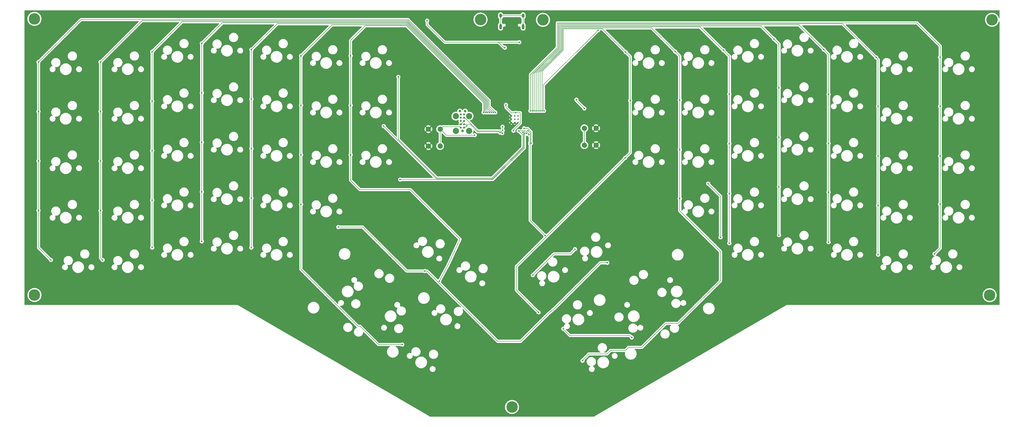
<source format=gbr>
%TF.GenerationSoftware,KiCad,Pcbnew,7.0.2*%
%TF.CreationDate,2023-06-05T16:46:38-04:00*%
%TF.ProjectId,arisu,61726973-752e-46b6-9963-61645f706362,1.1*%
%TF.SameCoordinates,Original*%
%TF.FileFunction,Copper,L1,Top*%
%TF.FilePolarity,Positive*%
%FSLAX46Y46*%
G04 Gerber Fmt 4.6, Leading zero omitted, Abs format (unit mm)*
G04 Created by KiCad (PCBNEW 7.0.2) date 2023-06-05 16:46:38*
%MOMM*%
%LPD*%
G01*
G04 APERTURE LIST*
%TA.AperFunction,ComponentPad*%
%ADD10C,2.000000*%
%TD*%
%TA.AperFunction,ComponentPad*%
%ADD11C,4.400000*%
%TD*%
%TA.AperFunction,WasherPad*%
%ADD12C,2.374910*%
%TD*%
%TA.AperFunction,WasherPad*%
%ADD13C,0.990610*%
%TD*%
%TA.AperFunction,SMDPad,CuDef*%
%ADD14C,0.787400*%
%TD*%
%TA.AperFunction,ComponentPad*%
%ADD15O,1.000000X1.600000*%
%TD*%
%TA.AperFunction,ComponentPad*%
%ADD16O,1.000000X2.100000*%
%TD*%
%TA.AperFunction,ComponentPad*%
%ADD17C,0.600000*%
%TD*%
%TA.AperFunction,ViaPad*%
%ADD18C,0.600000*%
%TD*%
%TA.AperFunction,Conductor*%
%ADD19C,0.150000*%
%TD*%
%TA.AperFunction,Conductor*%
%ADD20C,0.200000*%
%TD*%
G04 APERTURE END LIST*
D10*
%TO.P,RST1,1,1*%
%TO.N,GND*%
X186400000Y-79060000D03*
X186400000Y-85560000D03*
%TO.P,RST1,2,2*%
%TO.N,/RUN*%
X190900000Y-79060000D03*
X190900000Y-85560000D03*
%TD*%
D11*
%TO.P,H7,1*%
%TO.N,N/C*%
X230400000Y-37000000D03*
%TD*%
D10*
%TO.P,BOOT1,1,1*%
%TO.N,GND*%
X250800000Y-85210000D03*
X250800000Y-78710000D03*
%TO.P,BOOT1,2,2*%
%TO.N,Net-(BOOT1-Pad2)*%
X246300000Y-85210000D03*
X246300000Y-78710000D03*
%TD*%
D11*
%TO.P,H1,1*%
%TO.N,N/C*%
X206400000Y-36900000D03*
%TD*%
%TO.P,H3,1*%
%TO.N,N/C*%
X401950000Y-142940000D03*
%TD*%
%TO.P,H5,1*%
%TO.N,N/C*%
X402850000Y-36940000D03*
%TD*%
D12*
%TO.P,P1,*%
%TO.N,*%
X196945000Y-79760000D03*
D13*
X199485000Y-79760000D03*
D12*
X202025000Y-79760000D03*
X196945000Y-74045000D03*
X202025000Y-74045000D03*
D13*
X198469000Y-72140000D03*
X200501000Y-72140000D03*
D14*
%TO.P,P1,1,VTref*%
%TO.N,+3V3*%
X200120000Y-78490000D03*
%TO.P,P1,2,SWDIO/TMS*%
%TO.N,/SWDIO*%
X200120000Y-77220000D03*
%TO.P,P1,3,GND*%
%TO.N,GND*%
X200120000Y-75950000D03*
%TO.P,P1,4,SWDCLK/TCK*%
%TO.N,/SWCLK*%
X200120000Y-74680000D03*
%TO.P,P1,5,GND*%
%TO.N,unconnected-(P1-GND-Pad5)*%
X200120000Y-73410000D03*
%TO.P,P1,6,SWO/TDO*%
%TO.N,unconnected-(P1-SWO{slash}TDO-Pad6)*%
X198850000Y-73410000D03*
%TO.P,P1,7,KEY*%
%TO.N,unconnected-(P1-KEY-Pad7)*%
X198850000Y-74680000D03*
%TO.P,P1,8,NC/TDI*%
%TO.N,unconnected-(P1-NC{slash}TDI-Pad8)*%
X198850000Y-75950000D03*
%TO.P,P1,9,GNDDetect*%
%TO.N,GND*%
X198850000Y-77220000D03*
%TO.P,P1,10,~{RESET}*%
%TO.N,/RUN*%
X198850000Y-78490000D03*
%TD*%
D11*
%TO.P,H6,1*%
%TO.N,N/C*%
X35100000Y-36600000D03*
%TD*%
%TO.P,H2,1*%
%TO.N,N/C*%
X218500000Y-186000000D03*
%TD*%
%TO.P,H4,1*%
%TO.N,N/C*%
X35100000Y-142900000D03*
%TD*%
D15*
%TO.P,J1,S1,SHIELD*%
%TO.N,Net-(J1-SHIELD)*%
X214105000Y-35400000D03*
D16*
X214105000Y-39580000D03*
X222745000Y-39580000D03*
D15*
X222745000Y-35400000D03*
%TD*%
D17*
%TO.P,U3,57,GND*%
%TO.N,GND*%
X220805000Y-76545000D03*
X220805000Y-75270000D03*
X220805000Y-73995000D03*
X219530000Y-76545000D03*
X219530000Y-75270000D03*
X219530000Y-73995000D03*
X218255000Y-76545000D03*
X218255000Y-75270000D03*
X218255000Y-73995000D03*
%TD*%
D18*
%TO.N,GND*%
X176900000Y-40610000D03*
X194300000Y-185010000D03*
X210225000Y-40560000D03*
X224100000Y-71510000D03*
X224204833Y-60171083D03*
X212839999Y-76210000D03*
X255900000Y-41110000D03*
X103800000Y-141310000D03*
X213000000Y-70110000D03*
X226150000Y-76510000D03*
X388700000Y-40566200D03*
X45900000Y-40510000D03*
X244900000Y-56660000D03*
X220600000Y-47710000D03*
X222569021Y-67690979D03*
X239900000Y-66360000D03*
X240400000Y-185010000D03*
X330700000Y-141310000D03*
X216875000Y-83285000D03*
X222100000Y-42010000D03*
%TO.N,+3V3*%
X201200000Y-77810000D03*
%TO.N,+1V1*%
X219854500Y-72710000D03*
X219065464Y-79675465D03*
X216200000Y-69710000D03*
%TO.N,/row0*%
X224950500Y-81136097D03*
X174850000Y-58910000D03*
X221057794Y-79752206D03*
%TO.N,/row1*%
X169206250Y-77872500D03*
X224065872Y-80746443D03*
X222700000Y-80200449D03*
%TO.N,/SWDIO*%
X213995878Y-80405878D03*
%TO.N,/SWCLK*%
X214731501Y-80581500D03*
%TO.N,/RUN*%
X204175000Y-81360000D03*
X214860000Y-78110000D03*
X214900000Y-79532000D03*
%TO.N,/QSPI_SS*%
X243261129Y-67671129D03*
X246300000Y-71110000D03*
%TO.N,/row2*%
X223267267Y-80724949D03*
X293825000Y-100035000D03*
X298587500Y-120672500D03*
X175556250Y-98447500D03*
%TO.N,/row3*%
X225800000Y-84510000D03*
X151805819Y-116754181D03*
X255121659Y-130481659D03*
X185000000Y-133660000D03*
X223132872Y-78777128D03*
%TO.N,/row4*%
X224600000Y-79610000D03*
X231261444Y-120021444D03*
%TO.N,/PWM*%
X230796890Y-72004397D03*
X251550000Y-41010000D03*
%TO.N,/col0*%
X212097018Y-72610000D03*
X36650000Y-72253800D03*
X36650000Y-110353800D03*
X36650000Y-91303800D03*
X41412500Y-129404000D03*
X36650000Y-53203800D03*
%TO.N,/col1*%
X60462500Y-53203800D03*
X211347515Y-72610000D03*
X60462500Y-110353800D03*
X61256200Y-129404000D03*
X60462500Y-72253800D03*
X60462500Y-91303800D03*
%TO.N,/col2*%
X80306200Y-106385000D03*
X210598012Y-72610000D03*
X80306200Y-124641000D03*
X80306200Y-68285000D03*
X80306200Y-87335000D03*
X80306200Y-49235000D03*
%TO.N,/col3*%
X99356200Y-103210000D03*
X99356200Y-84160000D03*
X99356200Y-46060000D03*
X209848509Y-72610000D03*
X99356200Y-122260000D03*
X99356200Y-65110000D03*
%TO.N,/col4*%
X118406200Y-48441200D03*
X118406200Y-124641000D03*
X209099006Y-72610000D03*
X118406200Y-105591200D03*
X118406200Y-86541200D03*
X118406200Y-67491200D03*
%TO.N,/col5*%
X137456000Y-69872500D03*
X137456000Y-50822500D03*
X208349503Y-72610000D03*
X137456000Y-107972500D03*
X176350000Y-161948000D03*
X137456000Y-88922500D03*
%TO.N,/col6*%
X207600000Y-72610000D03*
X190583607Y-137543607D03*
X156506000Y-50822500D03*
X156506000Y-69872500D03*
X156506000Y-88922500D03*
%TO.N,/col9*%
X230047463Y-72014977D03*
X262175000Y-49385000D03*
X264500000Y-159260000D03*
X263912084Y-68072084D03*
X238200000Y-155860000D03*
X261950000Y-90110000D03*
X228700000Y-149560000D03*
%TO.N,/col10*%
X282930000Y-105760000D03*
X229298007Y-72006641D03*
X282930000Y-67860000D03*
X282930000Y-86960000D03*
X245600000Y-168160000D03*
X281175000Y-49185000D03*
%TO.N,/col11*%
X301980000Y-84660000D03*
X299700000Y-48676200D03*
X301980000Y-103860000D03*
X301980000Y-122960000D03*
X228548512Y-72010000D03*
X301980000Y-65560000D03*
%TO.N,/col12*%
X321030000Y-119860000D03*
X227799009Y-72010000D03*
X321030000Y-82160000D03*
X319150000Y-44410000D03*
X321030000Y-101260000D03*
X321030000Y-63160000D03*
%TO.N,/col13*%
X340080000Y-103360000D03*
X340080000Y-84560000D03*
X227049506Y-72010000D03*
X338246875Y-48413125D03*
X340080000Y-65660000D03*
X340080000Y-122560000D03*
%TO.N,/col14*%
X359130000Y-108460000D03*
X359130000Y-89360000D03*
X359130000Y-70260000D03*
X359130000Y-127360000D03*
X226300003Y-72010000D03*
X358375000Y-51485000D03*
%TO.N,/col15*%
X382942500Y-89360000D03*
X382942500Y-70260000D03*
X380779350Y-127039350D03*
X382942500Y-107960000D03*
X382942500Y-51360000D03*
X225550500Y-72010000D03*
%TO.N,/col8*%
X242700000Y-125260000D03*
X226500000Y-135260000D03*
%TO.N,+5V*%
X215754789Y-47710000D03*
X221300000Y-45610000D03*
X185900000Y-37310000D03*
%TD*%
D19*
%TO.N,GND*%
X198850000Y-77220000D02*
X200120000Y-75950000D01*
X188240000Y-77220000D02*
X186400000Y-79060000D01*
X198850000Y-77220000D02*
X188240000Y-77220000D01*
%TO.N,+3V3*%
X200520000Y-78490000D02*
X201200000Y-77810000D01*
X200120000Y-78490000D02*
X200520000Y-78490000D01*
%TO.N,+1V1*%
X221700000Y-72710000D02*
X219854500Y-72710000D01*
D20*
X216200000Y-69710000D02*
X216200000Y-70710000D01*
X218200000Y-72710000D02*
X219854500Y-72710000D01*
D19*
X219065464Y-79419536D02*
X221700000Y-76785000D01*
X221700000Y-76785000D02*
X221700000Y-72710000D01*
X219065464Y-79675465D02*
X219065464Y-79419536D01*
D20*
X216200000Y-70710000D02*
X218200000Y-72710000D01*
D19*
%TO.N,/row0*%
X221134551Y-79675449D02*
X221057794Y-79752206D01*
X174850000Y-83010000D02*
X189687500Y-97847500D01*
X210863972Y-97847500D02*
X222667267Y-86044205D01*
X224950500Y-81136097D02*
X224950500Y-80888608D01*
X222667267Y-81361679D02*
X221057794Y-79752206D01*
X189687500Y-97847500D02*
X210863972Y-97847500D01*
X224950500Y-80888608D02*
X223737341Y-79675449D01*
X223737341Y-79675449D02*
X221134551Y-79675449D01*
X174850000Y-58910000D02*
X174850000Y-83010000D01*
X222667267Y-86044205D02*
X222667267Y-81361679D01*
%TO.N,/row1*%
X210988236Y-98147500D02*
X189481250Y-98147500D01*
D20*
X222725500Y-80174949D02*
X223494378Y-80174949D01*
X223494378Y-80174949D02*
X224065872Y-80746443D01*
D19*
X222967267Y-81167412D02*
X222967267Y-86168469D01*
X222742267Y-80942412D02*
X222967267Y-81167412D01*
X189481250Y-98147500D02*
X169206250Y-77872500D01*
X222967267Y-86168469D02*
X210988236Y-98147500D01*
X222874652Y-80375101D02*
X222742267Y-80507486D01*
X222742267Y-80507486D02*
X222742267Y-80942412D01*
D20*
X222700000Y-80200449D02*
X222725500Y-80174949D01*
D19*
X222700000Y-80200449D02*
X222874652Y-80375101D01*
%TO.N,/SWDIO*%
X213636640Y-80046640D02*
X205286640Y-80046640D01*
X202460000Y-77220000D02*
X200120000Y-77220000D01*
X205286640Y-80046640D02*
X202460000Y-77220000D01*
X213995878Y-80405878D02*
X213636640Y-80046640D01*
%TO.N,/SWCLK*%
X214731501Y-80581500D02*
X214731501Y-80399038D01*
X214731501Y-80399038D02*
X214079103Y-79746640D01*
X205410904Y-79746640D02*
X200344264Y-74680000D01*
X214079103Y-79746640D02*
X205410904Y-79746640D01*
%TO.N,/RUN*%
X198850000Y-78490000D02*
X198456301Y-78096301D01*
X190900000Y-85560000D02*
X190900000Y-79060000D01*
X190900000Y-79060000D02*
X193275000Y-81435000D01*
X193275000Y-81435000D02*
X204100000Y-81435000D01*
X198456301Y-78096301D02*
X191863699Y-78096301D01*
X214900000Y-79532000D02*
X214900000Y-78150000D01*
X191863699Y-78096301D02*
X190900000Y-79060000D01*
X204100000Y-81435000D02*
X204175000Y-81360000D01*
D20*
%TO.N,/QSPI_SS*%
X243261129Y-67671129D02*
X243261129Y-68071129D01*
X243261129Y-68071129D02*
X246300000Y-71110000D01*
D19*
%TO.N,/row2*%
X211112500Y-98447500D02*
X175556250Y-98447500D01*
D20*
X293825000Y-100035000D02*
X298587500Y-104797500D01*
D19*
X223267267Y-80724949D02*
X223267267Y-86292733D01*
D20*
X298587500Y-104797500D02*
X298587500Y-120672500D01*
D19*
X223267267Y-86292733D02*
X211112500Y-98447500D01*
D20*
%TO.N,/row3*%
X225800000Y-84510000D02*
X225800000Y-80032182D01*
X221850000Y-160710000D02*
X212972182Y-160710000D01*
X212972182Y-160710000D02*
X185922182Y-133660000D01*
X232700000Y-149860000D02*
X221850000Y-160710000D01*
X151805819Y-116754181D02*
X161194181Y-116754181D01*
X161194181Y-116754181D02*
X178100000Y-133660000D01*
X185922182Y-133660000D02*
X185000000Y-133660000D01*
X225800000Y-80032182D02*
X224544946Y-78777128D01*
X234700000Y-148160000D02*
X232700000Y-149860000D01*
X255121659Y-130481659D02*
X252378341Y-130481659D01*
X252378341Y-130481659D02*
X234700000Y-148160000D01*
X224544946Y-78777128D02*
X223132872Y-78777128D01*
X178100000Y-133660000D02*
X185000000Y-133660000D01*
D19*
%TO.N,/row4*%
X225275000Y-84292537D02*
X225475000Y-84092537D01*
X225500000Y-114260000D02*
X225500000Y-84952463D01*
X225475000Y-80485000D02*
X224600000Y-79610000D01*
X225475000Y-84092537D02*
X225475000Y-80485000D01*
X231261444Y-120021444D02*
X225500000Y-114260000D01*
X225275000Y-84727463D02*
X225275000Y-84292537D01*
X225500000Y-84952463D02*
X225275000Y-84727463D01*
%TO.N,/PWM*%
X230596963Y-71804470D02*
X230596963Y-61963037D01*
X230596963Y-61963037D02*
X251550000Y-41010000D01*
X230796890Y-72004397D02*
X230596963Y-71804470D01*
D20*
%TO.N,/col0*%
X36650000Y-91303800D02*
X36650000Y-110353800D01*
X209700000Y-67981684D02*
X209700000Y-70184667D01*
X41412500Y-129404000D02*
X36650000Y-124641500D01*
X36650000Y-124641500D02*
X36650000Y-110353800D01*
X209700000Y-70184667D02*
X212097018Y-72581685D01*
X212097018Y-72581685D02*
X212097018Y-72610000D01*
X52943800Y-36910000D02*
X178628315Y-36910000D01*
X36650000Y-91303800D02*
X36650000Y-53203800D01*
X36650000Y-53203800D02*
X52943800Y-36910000D01*
X178628315Y-36910000D02*
X209700000Y-67981684D01*
%TO.N,/col1*%
X60462500Y-110353800D02*
X60462500Y-128610300D01*
X209350000Y-70584170D02*
X209350000Y-68126659D01*
X76356300Y-37310000D02*
X60462500Y-53203800D01*
X211347515Y-72610000D02*
X211347515Y-72581685D01*
X211347515Y-72581685D02*
X209350000Y-70584170D01*
X60462500Y-53203800D02*
X60462500Y-110353800D01*
X178533341Y-37310000D02*
X76356300Y-37310000D01*
X209350000Y-68126659D02*
X178533341Y-37310000D01*
X60462500Y-128610300D02*
X61256200Y-129404000D01*
%TO.N,/col2*%
X209000000Y-70983673D02*
X209000000Y-68271632D01*
X209000000Y-68271632D02*
X178438367Y-37710000D01*
X210598012Y-72610000D02*
X210598012Y-72581685D01*
X210598012Y-72581685D02*
X209000000Y-70983673D01*
X91831200Y-37710000D02*
X80306200Y-49235000D01*
X178438367Y-37710000D02*
X91831200Y-37710000D01*
X80306200Y-49235000D02*
X80306200Y-124641000D01*
%TO.N,/col3*%
X208650000Y-68416606D02*
X178343393Y-38110000D01*
X107306200Y-38110000D02*
X99356200Y-46060000D01*
X209848509Y-72581685D02*
X208650000Y-71383176D01*
X209848509Y-72610000D02*
X209848509Y-72581685D01*
X178343393Y-38110000D02*
X107306200Y-38110000D01*
X208650000Y-71383176D02*
X208650000Y-68416606D01*
X99356200Y-103210000D02*
X99356200Y-122260000D01*
X99356200Y-46060000D02*
X99356200Y-103210000D01*
%TO.N,/col4*%
X178248419Y-38510000D02*
X128337400Y-38510000D01*
X128337400Y-38510000D02*
X118406200Y-48441200D01*
X208300000Y-71782679D02*
X208300000Y-68561580D01*
X208300000Y-68561580D02*
X178248419Y-38510000D01*
X209099006Y-72610000D02*
X209099006Y-72581685D01*
X118406200Y-48441200D02*
X118406200Y-124641000D01*
X209099006Y-72581685D02*
X208300000Y-71782679D01*
%TO.N,/col5*%
X176350000Y-161948000D02*
X167205752Y-161948000D01*
X178153445Y-38910000D02*
X207950000Y-68706555D01*
X137456000Y-50822500D02*
X149368500Y-38910000D01*
X207950000Y-72182182D02*
X208349503Y-72581685D01*
X160197763Y-154940011D02*
X159380011Y-154940011D01*
X159380011Y-154940011D02*
X137456000Y-133016000D01*
X149368500Y-38910000D02*
X178153445Y-38910000D01*
X208349503Y-72581685D02*
X208349503Y-72610000D01*
X207950000Y-68706555D02*
X207950000Y-72182182D01*
X137456000Y-50822500D02*
X137456000Y-107972500D01*
X137456000Y-133016000D02*
X137456000Y-107972500D01*
X167205752Y-161948000D02*
X160197763Y-154940011D01*
%TO.N,/col6*%
X207600000Y-68851529D02*
X207600000Y-72610000D01*
X179450000Y-102310000D02*
X160050000Y-102310000D01*
X160050000Y-102310000D02*
X156506000Y-98766000D01*
X178008471Y-39260000D02*
X207600000Y-68851529D01*
X156506000Y-44904000D02*
X162150000Y-39260000D01*
X190583607Y-137543607D02*
X191700000Y-135460000D01*
X156506000Y-50822500D02*
X156506000Y-44904000D01*
X191700000Y-135460000D02*
X193650000Y-131910000D01*
X156506000Y-50822500D02*
X156506000Y-88922500D01*
X193650000Y-131910000D02*
X198550000Y-121410000D01*
X156506000Y-98766000D02*
X156506000Y-88922500D01*
X198550000Y-121410000D02*
X179450000Y-102310000D01*
X162150000Y-39260000D02*
X178008471Y-39260000D01*
%TO.N,/col9*%
X263900000Y-68084168D02*
X263900000Y-88160000D01*
X220200000Y-141060000D02*
X228700000Y-149560000D01*
X263912084Y-68072084D02*
X263900000Y-68084168D01*
D19*
X238200000Y-155860000D02*
X238200000Y-155960000D01*
X263700000Y-158460000D02*
X264500000Y-159260000D01*
D20*
X238181250Y-40422500D02*
X238181250Y-48654967D01*
X253212500Y-40422500D02*
X238181250Y-40422500D01*
X262175000Y-49385000D02*
X263900000Y-51110000D01*
X262175000Y-49385000D02*
X253212500Y-40422500D01*
X238181250Y-48654967D02*
X230047463Y-56788754D01*
X263900000Y-88160000D02*
X261950000Y-90110000D01*
D19*
X240700000Y-158460000D02*
X263700000Y-158460000D01*
D20*
X263900000Y-51110000D02*
X263900000Y-68060000D01*
X263900000Y-68060000D02*
X263912084Y-68072084D01*
X230047463Y-56788754D02*
X230047463Y-72014977D01*
X261950000Y-90110000D02*
X220200000Y-131860000D01*
D19*
X238200000Y-155960000D02*
X240700000Y-158460000D01*
D20*
X220200000Y-131860000D02*
X220200000Y-141060000D01*
%TO.N,/col10*%
X268300000Y-163060000D02*
X263248377Y-163060000D01*
X298587500Y-137472500D02*
X282260089Y-153799911D01*
X282930000Y-86960000D02*
X282930000Y-105760000D01*
X247950000Y-165610000D02*
X245600000Y-167960000D01*
X281175000Y-49185000D02*
X272062500Y-40072500D01*
X237831250Y-48509993D02*
X229298007Y-57043236D01*
X237831250Y-40072500D02*
X237831250Y-48509993D01*
X277560089Y-153799911D02*
X268300000Y-163060000D01*
X282930000Y-67860000D02*
X282930000Y-86960000D01*
X298587500Y-126132412D02*
X298587500Y-137472500D01*
X254950000Y-165610000D02*
X247950000Y-165610000D01*
X282930000Y-50940000D02*
X281175000Y-49185000D01*
X282930000Y-67860000D02*
X282930000Y-50940000D01*
X272062500Y-40072500D02*
X237831250Y-40072500D01*
X245600000Y-167960000D02*
X245600000Y-168160000D01*
X282930000Y-110474912D02*
X298587500Y-126132412D01*
X282260089Y-153799911D02*
X277560089Y-153799911D01*
X256350000Y-164210000D02*
X254950000Y-165610000D01*
X263248377Y-163060000D02*
X262098377Y-164210000D01*
X262098377Y-164210000D02*
X256350000Y-164210000D01*
X229298007Y-57043236D02*
X229298007Y-72006641D01*
X282930000Y-105760000D02*
X282930000Y-110474912D01*
%TO.N,/col11*%
X301980000Y-65560000D02*
X301980000Y-50956200D01*
X290662500Y-39722500D02*
X237481250Y-39722500D01*
X237481250Y-39722500D02*
X237481250Y-48365019D01*
X301980000Y-84660000D02*
X301980000Y-65560000D01*
X301980000Y-103860000D02*
X301980000Y-84660000D01*
X228550000Y-57296269D02*
X228550000Y-72008512D01*
X237481250Y-48365019D02*
X228550000Y-57296269D01*
X301980000Y-122960000D02*
X301980000Y-103860000D01*
X301980000Y-50956200D02*
X299700000Y-48676200D01*
X299616200Y-48676200D02*
X290662500Y-39722500D01*
X299700000Y-48676200D02*
X299616200Y-48676200D01*
%TO.N,/col12*%
X237081250Y-48199334D02*
X227800000Y-57480584D01*
X321030000Y-63160000D02*
X321030000Y-46290000D01*
X237081250Y-39322500D02*
X237081250Y-48199334D01*
X321030000Y-46290000D02*
X319150000Y-44410000D01*
X321030000Y-101260000D02*
X321030000Y-82160000D01*
X321030000Y-103160000D02*
X321030000Y-101260000D01*
X321030000Y-82160000D02*
X321030000Y-63160000D01*
X319150000Y-44410000D02*
X314062500Y-39322500D01*
X227800000Y-57480584D02*
X227800000Y-72009009D01*
X321030000Y-119860000D02*
X321030000Y-103160000D01*
X314062500Y-39322500D02*
X237081250Y-39322500D01*
%TO.N,/col13*%
X236681250Y-48033649D02*
X227049506Y-57665393D01*
X227049506Y-57665393D02*
X227049506Y-72010000D01*
X340080000Y-50246250D02*
X338246875Y-48413125D01*
X338246875Y-48413125D02*
X328756250Y-38922500D01*
X236681250Y-38922500D02*
X236681250Y-48033649D01*
X328756250Y-38922500D02*
X236681250Y-38922500D01*
X340080000Y-65660000D02*
X340080000Y-50246250D01*
X340080000Y-65660000D02*
X340080000Y-84560000D01*
X340080000Y-103360000D02*
X340080000Y-122560000D01*
X340080000Y-84560000D02*
X340080000Y-103360000D01*
%TO.N,/col14*%
X359130000Y-52240000D02*
X358375000Y-51485000D01*
X358375000Y-51485000D02*
X345412500Y-38522500D01*
X359130000Y-127360000D02*
X359130000Y-108460000D01*
X226300000Y-57849214D02*
X226300000Y-72009997D01*
X236281250Y-47867964D02*
X226300000Y-57849214D01*
X359130000Y-89360000D02*
X359130000Y-70260000D01*
X236281250Y-38522500D02*
X236281250Y-47867964D01*
X359130000Y-70260000D02*
X359130000Y-52240000D01*
X345412500Y-38522500D02*
X236281250Y-38522500D01*
X359130000Y-108460000D02*
X359130000Y-89360000D01*
%TO.N,/col15*%
X382942500Y-70260000D02*
X382942500Y-89360000D01*
X235881250Y-38122500D02*
X235881250Y-47702279D01*
X382942500Y-51360000D02*
X382942500Y-47052500D01*
X382942500Y-107960000D02*
X382942500Y-124876200D01*
X382942500Y-124876200D02*
X380779350Y-127039350D01*
X374012500Y-38122500D02*
X235881250Y-38122500D01*
X382942500Y-89360000D02*
X382942500Y-107960000D01*
X382942500Y-51360000D02*
X382942500Y-70260000D01*
X382942500Y-47052500D02*
X374012500Y-38122500D01*
X225556866Y-58026663D02*
X225556866Y-72003634D01*
X235881250Y-47702279D02*
X225556866Y-58026663D01*
%TO.N,/col8*%
X240938000Y-127022000D02*
X234635746Y-127022000D01*
X242700000Y-125260000D02*
X240938000Y-127022000D01*
X234635746Y-127022000D02*
X226500000Y-135157746D01*
X226500000Y-135157746D02*
X226500000Y-135260000D01*
D19*
%TO.N,Net-(BOOT1-Pad2)*%
X246300000Y-78710000D02*
X246300000Y-85210000D01*
%TO.N,Net-(J1-SHIELD)*%
X214105000Y-35400000D02*
X214105000Y-39580000D01*
X222745000Y-35400000D02*
X222745000Y-39580000D01*
X214105000Y-35400000D02*
X222745000Y-35400000D01*
%TO.N,+5V*%
X215754789Y-47710000D02*
X215400000Y-47710000D01*
X221300000Y-45610000D02*
X213300000Y-45610000D01*
X185900000Y-37310000D02*
X185900000Y-38860000D01*
X192650000Y-45610000D02*
X213300000Y-45610000D01*
X215754789Y-47710000D02*
X215754789Y-47460000D01*
X185900000Y-38860000D02*
X192650000Y-45610000D01*
X215400000Y-47710000D02*
X213300000Y-45610000D01*
%TD*%
%TA.AperFunction,Conductor*%
%TO.N,GND*%
G36*
X199188025Y-76812453D02*
G01*
X199243758Y-76854590D01*
X199267863Y-76920170D01*
X199262069Y-76966744D01*
X199240523Y-77033057D01*
X199240522Y-77033061D01*
X199239603Y-77041809D01*
X199227498Y-77156975D01*
X199200913Y-77221590D01*
X199191858Y-77231694D01*
X198937680Y-77485871D01*
X198876357Y-77519356D01*
X198806665Y-77514372D01*
X198762318Y-77485871D01*
X198584128Y-77307681D01*
X198550643Y-77246358D01*
X198555627Y-77176666D01*
X198584128Y-77132319D01*
X198835928Y-76880519D01*
X198897251Y-76847034D01*
X198923609Y-76844200D01*
X198943986Y-76844200D01*
X199118357Y-76807137D01*
X199188025Y-76812453D01*
G37*
%TD.AperFunction*%
%TA.AperFunction,Conductor*%
G36*
X200163333Y-75655626D02*
G01*
X200207680Y-75684127D01*
X200385872Y-75862319D01*
X200419357Y-75923642D01*
X200414373Y-75993334D01*
X200385872Y-76037681D01*
X200134072Y-76289481D01*
X200072749Y-76322966D01*
X200046391Y-76325800D01*
X200026016Y-76325800D01*
X199962005Y-76339405D01*
X199851641Y-76362863D01*
X199781974Y-76357546D01*
X199726241Y-76315408D01*
X199702136Y-76249828D01*
X199707929Y-76203257D01*
X199729478Y-76136939D01*
X199742502Y-76013020D01*
X199769085Y-75948409D01*
X199778141Y-75938304D01*
X200032318Y-75684127D01*
X200093641Y-75650642D01*
X200163333Y-75655626D01*
G37*
%TD.AperFunction*%
%TA.AperFunction,Conductor*%
G36*
X405642539Y-33320185D02*
G01*
X405688294Y-33372989D01*
X405699500Y-33424500D01*
X405699500Y-36192417D01*
X405679815Y-36259456D01*
X405627011Y-36305211D01*
X405557853Y-36315155D01*
X405494297Y-36286130D01*
X405457115Y-36229307D01*
X405415758Y-36096588D01*
X405379627Y-35980639D01*
X405245545Y-35682721D01*
X405221364Y-35642721D01*
X405078467Y-35406341D01*
X405078466Y-35406339D01*
X405076530Y-35403137D01*
X404875048Y-35145964D01*
X404644036Y-34914952D01*
X404386863Y-34713470D01*
X404383663Y-34711536D01*
X404383658Y-34711532D01*
X404110484Y-34546392D01*
X404110477Y-34546388D01*
X404107279Y-34544455D01*
X403809361Y-34410373D01*
X403805783Y-34409258D01*
X403501038Y-34314296D01*
X403501036Y-34314295D01*
X403497453Y-34313179D01*
X403493771Y-34312504D01*
X403493762Y-34312502D01*
X403179792Y-34254965D01*
X403179778Y-34254963D01*
X403176104Y-34254290D01*
X403172372Y-34254064D01*
X403172362Y-34254063D01*
X402853736Y-34234790D01*
X402850000Y-34234564D01*
X402846264Y-34234790D01*
X402527637Y-34254063D01*
X402527625Y-34254064D01*
X402523896Y-34254290D01*
X402520223Y-34254962D01*
X402520207Y-34254965D01*
X402206237Y-34312502D01*
X402206224Y-34312505D01*
X402202547Y-34313179D01*
X402198967Y-34314294D01*
X402198961Y-34314296D01*
X401894216Y-34409258D01*
X401894210Y-34409260D01*
X401890639Y-34410373D01*
X401887230Y-34411907D01*
X401887228Y-34411908D01*
X401596135Y-34542918D01*
X401596128Y-34542921D01*
X401592721Y-34544455D01*
X401589528Y-34546384D01*
X401589515Y-34546392D01*
X401316341Y-34711532D01*
X401316328Y-34711540D01*
X401313137Y-34713470D01*
X401310195Y-34715774D01*
X401310189Y-34715779D01*
X401078161Y-34897562D01*
X401055964Y-34914952D01*
X401053318Y-34917597D01*
X401053310Y-34917605D01*
X400827605Y-35143310D01*
X400827597Y-35143318D01*
X400824952Y-35145964D01*
X400822640Y-35148914D01*
X400822640Y-35148915D01*
X400625779Y-35400189D01*
X400625774Y-35400195D01*
X400623470Y-35403137D01*
X400621540Y-35406328D01*
X400621532Y-35406341D01*
X400456392Y-35679515D01*
X400456384Y-35679528D01*
X400454455Y-35682721D01*
X400452921Y-35686128D01*
X400452918Y-35686135D01*
X400334630Y-35948961D01*
X400320373Y-35980639D01*
X400319260Y-35984210D01*
X400319258Y-35984216D01*
X400225179Y-36286130D01*
X400223179Y-36292547D01*
X400222505Y-36296224D01*
X400222502Y-36296237D01*
X400164965Y-36610207D01*
X400164962Y-36610223D01*
X400164290Y-36613896D01*
X400164064Y-36617625D01*
X400164063Y-36617637D01*
X400145181Y-36929792D01*
X400144564Y-36940000D01*
X400144790Y-36943736D01*
X400164063Y-37262362D01*
X400164064Y-37262372D01*
X400164290Y-37266104D01*
X400164963Y-37269778D01*
X400164965Y-37269792D01*
X400222502Y-37583762D01*
X400222504Y-37583771D01*
X400223179Y-37587453D01*
X400224295Y-37591036D01*
X400224296Y-37591038D01*
X400308258Y-37860484D01*
X400320373Y-37899361D01*
X400454455Y-38197279D01*
X400456388Y-38200477D01*
X400456392Y-38200484D01*
X400621532Y-38473658D01*
X400621536Y-38473663D01*
X400623470Y-38476863D01*
X400824952Y-38734036D01*
X401055964Y-38965048D01*
X401313137Y-39166530D01*
X401316339Y-39168466D01*
X401316341Y-39168467D01*
X401526553Y-39295545D01*
X401592721Y-39335545D01*
X401890639Y-39469627D01*
X402202547Y-39566821D01*
X402523896Y-39625710D01*
X402850000Y-39645436D01*
X403176104Y-39625710D01*
X403497453Y-39566821D01*
X403809361Y-39469627D01*
X404107279Y-39335545D01*
X404386863Y-39166530D01*
X404644036Y-38965048D01*
X404875048Y-38734036D01*
X405076530Y-38476863D01*
X405245545Y-38197279D01*
X405379627Y-37899361D01*
X405457115Y-37650691D01*
X405495852Y-37592544D01*
X405559877Y-37564570D01*
X405628863Y-37575652D01*
X405680906Y-37622270D01*
X405699500Y-37687582D01*
X405699500Y-146575500D01*
X405679815Y-146642539D01*
X405627011Y-146688294D01*
X405575500Y-146699500D01*
X324045344Y-146699500D01*
X324019155Y-146696703D01*
X324008561Y-146694414D01*
X324008560Y-146694414D01*
X323986012Y-146697979D01*
X323976144Y-146698754D01*
X323950640Y-146703521D01*
X323947224Y-146704110D01*
X323893280Y-146712639D01*
X323846874Y-146741371D01*
X323843900Y-146743156D01*
X286678522Y-168339255D01*
X251664857Y-188685034D01*
X249947919Y-189682714D01*
X249885619Y-189699500D01*
X187114381Y-189699500D01*
X187052081Y-189682714D01*
X185335143Y-188685034D01*
X180714387Y-186000000D01*
X215794564Y-186000000D01*
X215794790Y-186003736D01*
X215814063Y-186322362D01*
X215814064Y-186322372D01*
X215814290Y-186326104D01*
X215814963Y-186329778D01*
X215814965Y-186329792D01*
X215872502Y-186643762D01*
X215872504Y-186643771D01*
X215873179Y-186647453D01*
X215970373Y-186959361D01*
X216104455Y-187257279D01*
X216106388Y-187260477D01*
X216106392Y-187260484D01*
X216271532Y-187533658D01*
X216271536Y-187533663D01*
X216273470Y-187536863D01*
X216474952Y-187794036D01*
X216705964Y-188025048D01*
X216963137Y-188226530D01*
X217242721Y-188395545D01*
X217540639Y-188529627D01*
X217852547Y-188626821D01*
X218173896Y-188685710D01*
X218500000Y-188705436D01*
X218826104Y-188685710D01*
X219147453Y-188626821D01*
X219459361Y-188529627D01*
X219757279Y-188395545D01*
X220036863Y-188226530D01*
X220294036Y-188025048D01*
X220525048Y-187794036D01*
X220726530Y-187536863D01*
X220895545Y-187257279D01*
X221029627Y-186959361D01*
X221126821Y-186647453D01*
X221185710Y-186326104D01*
X221205436Y-186000000D01*
X221185710Y-185673896D01*
X221126821Y-185352547D01*
X221029627Y-185040639D01*
X220895545Y-184742721D01*
X220726530Y-184463137D01*
X220525048Y-184205964D01*
X220294036Y-183974952D01*
X220036863Y-183773470D01*
X220033663Y-183771536D01*
X220033658Y-183771532D01*
X219760484Y-183606392D01*
X219760477Y-183606388D01*
X219757279Y-183604455D01*
X219459361Y-183470373D01*
X219147453Y-183373179D01*
X219143771Y-183372504D01*
X219143762Y-183372502D01*
X218829792Y-183314965D01*
X218829778Y-183314963D01*
X218826104Y-183314290D01*
X218822372Y-183314064D01*
X218822362Y-183314063D01*
X218503736Y-183294790D01*
X218500000Y-183294564D01*
X218496264Y-183294790D01*
X218177637Y-183314063D01*
X218177625Y-183314064D01*
X218173896Y-183314290D01*
X218170223Y-183314962D01*
X218170207Y-183314965D01*
X217856237Y-183372502D01*
X217856224Y-183372505D01*
X217852547Y-183373179D01*
X217848967Y-183374294D01*
X217848961Y-183374296D01*
X217544216Y-183469258D01*
X217544210Y-183469260D01*
X217540639Y-183470373D01*
X217537230Y-183471907D01*
X217537228Y-183471908D01*
X217246135Y-183602918D01*
X217246128Y-183602921D01*
X217242721Y-183604455D01*
X217239528Y-183606384D01*
X217239515Y-183606392D01*
X216966341Y-183771532D01*
X216966328Y-183771540D01*
X216963137Y-183773470D01*
X216960195Y-183775774D01*
X216960189Y-183775779D01*
X216708915Y-183972640D01*
X216705964Y-183974952D01*
X216703318Y-183977597D01*
X216703310Y-183977605D01*
X216477605Y-184203310D01*
X216477597Y-184203318D01*
X216474952Y-184205964D01*
X216472640Y-184208914D01*
X216472640Y-184208915D01*
X216275779Y-184460189D01*
X216275774Y-184460195D01*
X216273470Y-184463137D01*
X216271540Y-184466328D01*
X216271532Y-184466341D01*
X216106392Y-184739515D01*
X216106384Y-184739528D01*
X216104455Y-184742721D01*
X215970373Y-185040639D01*
X215873179Y-185352547D01*
X215872505Y-185356224D01*
X215872502Y-185356237D01*
X215814965Y-185670207D01*
X215814962Y-185670223D01*
X215814290Y-185673896D01*
X215814064Y-185677625D01*
X215814063Y-185677637D01*
X215794790Y-185996263D01*
X215794564Y-186000000D01*
X180714387Y-186000000D01*
X155447520Y-171317901D01*
X186892070Y-171317901D01*
X186902297Y-171532604D01*
X186952973Y-171741494D01*
X187042261Y-171937009D01*
X187155009Y-172095341D01*
X187166943Y-172112099D01*
X187322506Y-172260427D01*
X187396492Y-172307975D01*
X187503326Y-172376634D01*
X187543371Y-172392665D01*
X187702877Y-172456522D01*
X187913937Y-172497200D01*
X188072073Y-172497200D01*
X188075027Y-172497200D01*
X188077978Y-172496918D01*
X188077982Y-172496918D01*
X188136807Y-172491300D01*
X188235380Y-172481888D01*
X188441618Y-172421331D01*
X188632668Y-172322838D01*
X188801626Y-172189968D01*
X188942385Y-172027524D01*
X189049857Y-171841377D01*
X189120159Y-171638254D01*
X189150748Y-171425497D01*
X189140521Y-171210796D01*
X189089846Y-171001910D01*
X189089844Y-171001905D01*
X189000556Y-170806390D01*
X188875876Y-170631303D01*
X188875875Y-170631301D01*
X188720312Y-170482973D01*
X188676354Y-170454723D01*
X188539491Y-170366765D01*
X188350037Y-170290920D01*
X188339941Y-170286878D01*
X188339940Y-170286877D01*
X188339938Y-170286877D01*
X188128881Y-170246200D01*
X187967791Y-170246200D01*
X187964861Y-170246479D01*
X187964835Y-170246481D01*
X187807440Y-170261511D01*
X187601201Y-170322068D01*
X187410151Y-170420561D01*
X187241191Y-170553433D01*
X187100431Y-170715877D01*
X186992961Y-170902021D01*
X186922658Y-171105145D01*
X186892070Y-171317901D01*
X155447520Y-171317901D01*
X154372747Y-170693371D01*
X151298646Y-168907069D01*
X181367723Y-168907069D01*
X181368137Y-168911190D01*
X181368138Y-168911201D01*
X181397466Y-169202734D01*
X181397467Y-169202744D01*
X181397882Y-169206862D01*
X181398842Y-169210893D01*
X181398843Y-169210895D01*
X181450399Y-169427235D01*
X181467731Y-169499961D01*
X181576023Y-169781134D01*
X181578007Y-169784755D01*
X181578013Y-169784767D01*
X181647692Y-169911914D01*
X181720825Y-170045365D01*
X181723281Y-170048698D01*
X181723284Y-170048703D01*
X181865535Y-170241767D01*
X181899554Y-170287938D01*
X182109020Y-170504524D01*
X182228737Y-170599063D01*
X182342230Y-170688688D01*
X182342234Y-170688690D01*
X182345485Y-170691258D01*
X182604730Y-170844809D01*
X182608534Y-170846422D01*
X182608538Y-170846424D01*
X182713578Y-170890964D01*
X182882128Y-170962436D01*
X183172729Y-171042040D01*
X183471347Y-171082200D01*
X183475488Y-171082200D01*
X183695162Y-171082200D01*
X183697244Y-171082200D01*
X183922634Y-171067112D01*
X184217903Y-171007096D01*
X184502537Y-170908260D01*
X184771459Y-170772368D01*
X185019869Y-170601844D01*
X185243333Y-170399732D01*
X185437865Y-170169639D01*
X185599993Y-169915670D01*
X185726823Y-169642358D01*
X185816093Y-169354579D01*
X185866209Y-169057470D01*
X185876277Y-168756331D01*
X185846118Y-168456538D01*
X185776269Y-168163439D01*
X185667977Y-167882266D01*
X185523175Y-167618035D01*
X185493656Y-167577972D01*
X185429277Y-167490596D01*
X185344446Y-167375462D01*
X185134980Y-167158876D01*
X184943257Y-167007474D01*
X184901769Y-166974711D01*
X184901762Y-166974706D01*
X184898515Y-166972142D01*
X184894954Y-166970032D01*
X184894947Y-166970028D01*
X184642831Y-166820700D01*
X184642828Y-166820698D01*
X184639270Y-166818591D01*
X184635471Y-166816980D01*
X184635461Y-166816975D01*
X184365681Y-166702579D01*
X184365678Y-166702578D01*
X184361872Y-166700964D01*
X184357885Y-166699872D01*
X184357877Y-166699869D01*
X184075278Y-166622457D01*
X184075269Y-166622455D01*
X184071271Y-166621360D01*
X184067164Y-166620807D01*
X184067156Y-166620806D01*
X183776754Y-166581751D01*
X183776746Y-166581750D01*
X183772653Y-166581200D01*
X183546756Y-166581200D01*
X183544682Y-166581338D01*
X183544677Y-166581339D01*
X183325498Y-166596011D01*
X183325492Y-166596011D01*
X183321366Y-166596288D01*
X183317309Y-166597112D01*
X183317306Y-166597113D01*
X183030165Y-166655477D01*
X183030162Y-166655477D01*
X183026097Y-166656304D01*
X183022183Y-166657663D01*
X183022176Y-166657665D01*
X182745375Y-166753781D01*
X182745367Y-166753784D01*
X182741463Y-166755140D01*
X182737771Y-166757005D01*
X182737763Y-166757009D01*
X182476242Y-166889161D01*
X182476232Y-166889166D01*
X182472541Y-166891032D01*
X182469130Y-166893372D01*
X182469124Y-166893377D01*
X182227548Y-167059209D01*
X182227534Y-167059219D01*
X182224131Y-167061556D01*
X182221066Y-167064327D01*
X182221056Y-167064336D01*
X182003741Y-167260887D01*
X182003735Y-167260892D01*
X182000667Y-167263668D01*
X181997998Y-167266823D01*
X181997991Y-167266832D01*
X181808810Y-167490596D01*
X181808804Y-167490603D01*
X181806135Y-167493761D01*
X181803912Y-167497242D01*
X181803904Y-167497254D01*
X181646233Y-167744242D01*
X181646229Y-167744249D01*
X181644007Y-167747730D01*
X181642267Y-167751479D01*
X181642264Y-167751485D01*
X181518922Y-168017280D01*
X181518918Y-168017289D01*
X181517177Y-168021042D01*
X181515951Y-168024991D01*
X181515949Y-168024999D01*
X181429134Y-168304865D01*
X181427907Y-168308821D01*
X181427218Y-168312899D01*
X181427218Y-168312904D01*
X181402990Y-168456538D01*
X181377791Y-168605930D01*
X181377653Y-168610053D01*
X181377652Y-168610065D01*
X181367861Y-168902922D01*
X181367861Y-168902931D01*
X181367723Y-168907069D01*
X151298646Y-168907069D01*
X128220666Y-155496891D01*
X153694587Y-155496891D01*
X153696715Y-155511007D01*
X153734225Y-155759881D01*
X153770918Y-155878834D01*
X153812620Y-156014027D01*
X153847774Y-156087025D01*
X153928014Y-156253646D01*
X153928015Y-156253648D01*
X153928016Y-156253649D01*
X154077837Y-156473396D01*
X154258736Y-156668359D01*
X154416818Y-156794426D01*
X154466675Y-156834185D01*
X154696997Y-156967161D01*
X154696998Y-156967161D01*
X154697001Y-156967163D01*
X154944577Y-157064330D01*
X155203870Y-157123512D01*
X155402686Y-157138411D01*
X155405003Y-157138411D01*
X155533171Y-157138411D01*
X155535488Y-157138411D01*
X155734304Y-157123512D01*
X155993597Y-157064330D01*
X156241173Y-156967163D01*
X156471502Y-156834183D01*
X156679438Y-156668359D01*
X156860337Y-156473396D01*
X157010158Y-156253649D01*
X157125554Y-156014027D01*
X157203948Y-155759882D01*
X157243587Y-155496891D01*
X157243587Y-155230931D01*
X157203948Y-154967940D01*
X157125554Y-154713795D01*
X157010158Y-154474173D01*
X156860337Y-154254426D01*
X156679438Y-154059463D01*
X156674635Y-154055633D01*
X156471498Y-153893636D01*
X156241176Y-153760660D01*
X155993597Y-153663492D01*
X155734301Y-153604309D01*
X155537802Y-153589584D01*
X155537791Y-153589583D01*
X155535488Y-153589411D01*
X155402686Y-153589411D01*
X155400383Y-153589583D01*
X155400371Y-153589584D01*
X155203872Y-153604309D01*
X154944576Y-153663492D01*
X154696997Y-153760660D01*
X154466675Y-153893636D01*
X154258736Y-154059462D01*
X154077838Y-154254424D01*
X153928014Y-154474175D01*
X153812620Y-154713795D01*
X153734225Y-154967940D01*
X153696454Y-155218541D01*
X153694587Y-155230931D01*
X153694587Y-155496891D01*
X128220666Y-155496891D01*
X115033494Y-147834075D01*
X140048674Y-147834075D01*
X140049088Y-147838196D01*
X140049089Y-147838207D01*
X140074861Y-148094378D01*
X140078752Y-148133056D01*
X140079712Y-148137084D01*
X140079714Y-148137096D01*
X140141391Y-148395902D01*
X140148411Y-148425360D01*
X140149901Y-148429229D01*
X140149903Y-148429235D01*
X140201581Y-148563413D01*
X140256410Y-148705771D01*
X140258394Y-148709392D01*
X140258400Y-148709404D01*
X140365685Y-148905173D01*
X140400820Y-148969286D01*
X140403276Y-148972619D01*
X140403279Y-148972624D01*
X140511447Y-149119430D01*
X140579064Y-149211201D01*
X140787962Y-149427200D01*
X140914779Y-149527346D01*
X141020532Y-149610859D01*
X141020536Y-149610861D01*
X141023787Y-149613429D01*
X141027351Y-149615540D01*
X141027354Y-149615542D01*
X141089465Y-149652330D01*
X141282328Y-149766563D01*
X141286132Y-149768176D01*
X141286136Y-149768178D01*
X141346888Y-149793939D01*
X141558974Y-149883871D01*
X141848787Y-149963259D01*
X142146596Y-150003311D01*
X142150736Y-150003311D01*
X142369792Y-150003311D01*
X142371874Y-150003311D01*
X142596660Y-149988263D01*
X142891128Y-149928410D01*
X143174992Y-149829842D01*
X143443184Y-149694318D01*
X143690921Y-149524257D01*
X143913780Y-149322693D01*
X144107784Y-149093223D01*
X144269472Y-148839943D01*
X144395959Y-148567371D01*
X144484987Y-148280373D01*
X144534967Y-147984069D01*
X144545008Y-147683747D01*
X144514930Y-147384766D01*
X144445271Y-147092462D01*
X144337272Y-146812051D01*
X144311350Y-146764750D01*
X144235867Y-146627011D01*
X144192862Y-146548536D01*
X144158830Y-146502348D01*
X144077752Y-146392307D01*
X144014618Y-146306621D01*
X143805720Y-146090622D01*
X143673243Y-145986006D01*
X143573149Y-145906962D01*
X143573142Y-145906957D01*
X143569895Y-145904393D01*
X143566334Y-145902283D01*
X143566327Y-145902279D01*
X143314915Y-145753368D01*
X143314912Y-145753366D01*
X143311354Y-145751259D01*
X143307555Y-145749648D01*
X143307545Y-145749643D01*
X143038517Y-145635566D01*
X143038514Y-145635565D01*
X143034708Y-145633951D01*
X143030721Y-145632859D01*
X143030713Y-145632856D01*
X142748890Y-145555657D01*
X142748885Y-145555656D01*
X142744895Y-145554563D01*
X142740800Y-145554012D01*
X142740794Y-145554011D01*
X142451185Y-145515062D01*
X142451181Y-145515061D01*
X142447086Y-145514511D01*
X142221808Y-145514511D01*
X142219734Y-145514649D01*
X142219729Y-145514650D01*
X142001154Y-145529282D01*
X142001148Y-145529282D01*
X141997022Y-145529559D01*
X141992965Y-145530383D01*
X141992962Y-145530384D01*
X141706622Y-145588585D01*
X141706619Y-145588585D01*
X141702554Y-145589412D01*
X141698640Y-145590771D01*
X141698633Y-145590773D01*
X141422602Y-145686621D01*
X141422594Y-145686624D01*
X141418690Y-145687980D01*
X141414993Y-145689847D01*
X141414991Y-145689849D01*
X141154199Y-145821633D01*
X141154189Y-145821638D01*
X141150498Y-145823504D01*
X141147087Y-145825845D01*
X141147081Y-145825849D01*
X140906178Y-145991218D01*
X140906164Y-145991228D01*
X140902761Y-145993565D01*
X140899696Y-145996336D01*
X140899686Y-145996345D01*
X140682976Y-146192348D01*
X140682970Y-146192353D01*
X140679902Y-146195129D01*
X140677233Y-146198284D01*
X140677227Y-146198292D01*
X140488573Y-146421434D01*
X140488567Y-146421441D01*
X140485898Y-146424599D01*
X140483675Y-146428080D01*
X140483667Y-146428092D01*
X140326436Y-146674391D01*
X140326432Y-146674398D01*
X140324210Y-146677879D01*
X140322470Y-146681628D01*
X140322467Y-146681634D01*
X140199468Y-146946689D01*
X140199464Y-146946698D01*
X140197723Y-146950451D01*
X140196497Y-146954401D01*
X140196495Y-146954408D01*
X140110562Y-147231430D01*
X140108695Y-147237449D01*
X140108006Y-147241527D01*
X140108006Y-147241532D01*
X140068346Y-147476659D01*
X140058715Y-147533753D01*
X140058577Y-147537876D01*
X140058576Y-147537888D01*
X140048812Y-147829927D01*
X140048812Y-147829937D01*
X140048674Y-147834075D01*
X115033494Y-147834075D01*
X113190176Y-146762958D01*
X113168937Y-146747381D01*
X113160931Y-146740082D01*
X113139642Y-146731835D01*
X113130730Y-146727552D01*
X113106302Y-146718867D01*
X113103049Y-146717659D01*
X113052104Y-146697923D01*
X113000332Y-146699373D01*
X112997564Y-146699451D01*
X112994095Y-146699500D01*
X31424500Y-146699500D01*
X31357461Y-146679815D01*
X31311706Y-146627011D01*
X31300500Y-146575500D01*
X31300500Y-142900000D01*
X32394564Y-142900000D01*
X32394790Y-142903736D01*
X32414063Y-143222362D01*
X32414064Y-143222372D01*
X32414290Y-143226104D01*
X32414963Y-143229778D01*
X32414965Y-143229792D01*
X32472502Y-143543762D01*
X32472504Y-143543771D01*
X32473179Y-143547453D01*
X32474295Y-143551036D01*
X32474296Y-143551038D01*
X32562671Y-143834645D01*
X32570373Y-143859361D01*
X32704455Y-144157279D01*
X32706388Y-144160477D01*
X32706392Y-144160484D01*
X32871532Y-144433658D01*
X32871536Y-144433663D01*
X32873470Y-144436863D01*
X33074952Y-144694036D01*
X33305964Y-144925048D01*
X33563137Y-145126530D01*
X33566339Y-145128466D01*
X33566341Y-145128467D01*
X33811028Y-145276386D01*
X33842721Y-145295545D01*
X34140639Y-145429627D01*
X34452547Y-145526821D01*
X34773896Y-145585710D01*
X35100000Y-145605436D01*
X35426104Y-145585710D01*
X35747453Y-145526821D01*
X36059361Y-145429627D01*
X36357279Y-145295545D01*
X36636863Y-145126530D01*
X36894036Y-144925048D01*
X37125048Y-144694036D01*
X37326530Y-144436863D01*
X37495545Y-144157279D01*
X37629627Y-143859361D01*
X37726821Y-143547453D01*
X37785710Y-143226104D01*
X37805436Y-142900000D01*
X37785710Y-142573896D01*
X37726821Y-142252547D01*
X37629627Y-141940639D01*
X37495545Y-141642721D01*
X37493607Y-141639515D01*
X37328467Y-141366341D01*
X37328466Y-141366339D01*
X37326530Y-141363137D01*
X37125048Y-141105964D01*
X36894036Y-140874952D01*
X36636863Y-140673470D01*
X36633663Y-140671536D01*
X36633658Y-140671532D01*
X36360484Y-140506392D01*
X36360477Y-140506388D01*
X36357279Y-140504455D01*
X36059361Y-140370373D01*
X35894932Y-140319135D01*
X35751038Y-140274296D01*
X35751036Y-140274295D01*
X35747453Y-140273179D01*
X35743771Y-140272504D01*
X35743762Y-140272502D01*
X35429792Y-140214965D01*
X35429778Y-140214963D01*
X35426104Y-140214290D01*
X35422372Y-140214064D01*
X35422362Y-140214063D01*
X35103736Y-140194790D01*
X35100000Y-140194564D01*
X35096264Y-140194790D01*
X34777637Y-140214063D01*
X34777625Y-140214064D01*
X34773896Y-140214290D01*
X34770223Y-140214962D01*
X34770207Y-140214965D01*
X34456237Y-140272502D01*
X34456224Y-140272505D01*
X34452547Y-140273179D01*
X34448967Y-140274294D01*
X34448961Y-140274296D01*
X34144216Y-140369258D01*
X34144210Y-140369260D01*
X34140639Y-140370373D01*
X34137230Y-140371907D01*
X34137228Y-140371908D01*
X33846135Y-140502918D01*
X33846128Y-140502921D01*
X33842721Y-140504455D01*
X33839528Y-140506384D01*
X33839515Y-140506392D01*
X33566341Y-140671532D01*
X33566328Y-140671540D01*
X33563137Y-140673470D01*
X33560195Y-140675774D01*
X33560189Y-140675779D01*
X33390878Y-140808426D01*
X33305964Y-140874952D01*
X33303318Y-140877597D01*
X33303310Y-140877605D01*
X33077605Y-141103310D01*
X33077597Y-141103318D01*
X33074952Y-141105964D01*
X33072640Y-141108914D01*
X33072640Y-141108915D01*
X32875779Y-141360189D01*
X32875774Y-141360195D01*
X32873470Y-141363137D01*
X32871540Y-141366328D01*
X32871532Y-141366341D01*
X32706392Y-141639515D01*
X32706384Y-141639528D01*
X32704455Y-141642721D01*
X32702921Y-141646128D01*
X32702918Y-141646135D01*
X32572255Y-141936458D01*
X32570373Y-141940639D01*
X32569260Y-141944210D01*
X32569258Y-141944216D01*
X32487106Y-142207854D01*
X32473179Y-142252547D01*
X32472505Y-142256224D01*
X32472502Y-142256237D01*
X32414965Y-142570207D01*
X32414962Y-142570223D01*
X32414290Y-142573896D01*
X32414064Y-142577625D01*
X32414063Y-142577637D01*
X32402831Y-142763330D01*
X32394564Y-142900000D01*
X31300500Y-142900000D01*
X31300500Y-132124903D01*
X45680661Y-132124903D01*
X45687602Y-132270625D01*
X45690888Y-132339604D01*
X45741564Y-132548494D01*
X45830852Y-132744009D01*
X45923869Y-132874632D01*
X45955534Y-132919099D01*
X46111097Y-133067427D01*
X46136011Y-133083438D01*
X46291917Y-133183634D01*
X46331962Y-133199665D01*
X46491468Y-133263522D01*
X46702528Y-133304200D01*
X46860664Y-133304200D01*
X46863618Y-133304200D01*
X46866569Y-133303918D01*
X46866573Y-133303918D01*
X46925398Y-133298300D01*
X47023971Y-133288888D01*
X47230209Y-133228331D01*
X47421259Y-133129838D01*
X47590217Y-132996968D01*
X47730976Y-132834524D01*
X47838448Y-132648377D01*
X47908750Y-132445254D01*
X47936237Y-132254069D01*
X49635723Y-132254069D01*
X49636137Y-132258190D01*
X49636138Y-132258201D01*
X49665466Y-132549734D01*
X49665467Y-132549744D01*
X49665882Y-132553862D01*
X49666842Y-132557893D01*
X49666843Y-132557895D01*
X49734011Y-132839746D01*
X49735731Y-132846961D01*
X49737220Y-132850828D01*
X49737221Y-132850830D01*
X49746388Y-132874631D01*
X49844023Y-133128134D01*
X49846007Y-133131755D01*
X49846013Y-133131767D01*
X49965553Y-133349899D01*
X49988825Y-133392365D01*
X49991281Y-133395698D01*
X49991284Y-133395703D01*
X50139550Y-133596931D01*
X50167554Y-133634938D01*
X50377020Y-133851524D01*
X50485563Y-133937239D01*
X50610230Y-134035688D01*
X50610234Y-134035690D01*
X50613485Y-134038258D01*
X50617049Y-134040369D01*
X50617052Y-134040371D01*
X50729465Y-134106953D01*
X50872730Y-134191809D01*
X50876534Y-134193422D01*
X50876538Y-134193424D01*
X50977445Y-134236212D01*
X51150128Y-134309436D01*
X51440729Y-134389040D01*
X51739347Y-134429200D01*
X51743488Y-134429200D01*
X51963162Y-134429200D01*
X51965244Y-134429200D01*
X52190634Y-134414112D01*
X52485903Y-134354096D01*
X52770537Y-134255260D01*
X53039459Y-134119368D01*
X53287869Y-133948844D01*
X53511333Y-133746732D01*
X53705865Y-133516639D01*
X53867993Y-133262670D01*
X53994823Y-132989358D01*
X54084093Y-132701579D01*
X54134209Y-132404470D01*
X54143556Y-132124903D01*
X55840661Y-132124903D01*
X55847602Y-132270625D01*
X55850888Y-132339604D01*
X55901564Y-132548494D01*
X55990852Y-132744009D01*
X56083869Y-132874632D01*
X56115534Y-132919099D01*
X56271097Y-133067427D01*
X56296011Y-133083438D01*
X56451917Y-133183634D01*
X56491962Y-133199665D01*
X56651468Y-133263522D01*
X56862528Y-133304200D01*
X57020664Y-133304200D01*
X57023618Y-133304200D01*
X57026569Y-133303918D01*
X57026573Y-133303918D01*
X57085398Y-133298300D01*
X57183971Y-133288888D01*
X57390209Y-133228331D01*
X57581259Y-133129838D01*
X57750217Y-132996968D01*
X57890976Y-132834524D01*
X57998448Y-132648377D01*
X58068750Y-132445254D01*
X58099339Y-132232497D01*
X58094214Y-132124903D01*
X64730661Y-132124903D01*
X64737602Y-132270625D01*
X64740888Y-132339604D01*
X64791564Y-132548494D01*
X64880852Y-132744009D01*
X64973869Y-132874632D01*
X65005534Y-132919099D01*
X65161097Y-133067427D01*
X65186011Y-133083438D01*
X65341917Y-133183634D01*
X65381962Y-133199665D01*
X65541468Y-133263522D01*
X65752528Y-133304200D01*
X65910664Y-133304200D01*
X65913618Y-133304200D01*
X65916569Y-133303918D01*
X65916573Y-133303918D01*
X65975398Y-133298300D01*
X66073971Y-133288888D01*
X66280209Y-133228331D01*
X66471259Y-133129838D01*
X66640217Y-132996968D01*
X66780976Y-132834524D01*
X66888448Y-132648377D01*
X66958750Y-132445254D01*
X66986237Y-132254069D01*
X68685723Y-132254069D01*
X68686137Y-132258190D01*
X68686138Y-132258201D01*
X68715466Y-132549734D01*
X68715467Y-132549744D01*
X68715882Y-132553862D01*
X68716842Y-132557893D01*
X68716843Y-132557895D01*
X68784011Y-132839746D01*
X68785731Y-132846961D01*
X68787220Y-132850828D01*
X68787221Y-132850830D01*
X68796388Y-132874631D01*
X68894023Y-133128134D01*
X68896007Y-133131755D01*
X68896013Y-133131767D01*
X69015553Y-133349899D01*
X69038825Y-133392365D01*
X69041281Y-133395698D01*
X69041284Y-133395703D01*
X69189550Y-133596931D01*
X69217554Y-133634938D01*
X69427020Y-133851524D01*
X69535563Y-133937239D01*
X69660230Y-134035688D01*
X69660234Y-134035690D01*
X69663485Y-134038258D01*
X69667049Y-134040369D01*
X69667052Y-134040371D01*
X69779465Y-134106953D01*
X69922730Y-134191809D01*
X69926534Y-134193422D01*
X69926538Y-134193424D01*
X70027445Y-134236212D01*
X70200128Y-134309436D01*
X70490729Y-134389040D01*
X70789347Y-134429200D01*
X70793488Y-134429200D01*
X71013162Y-134429200D01*
X71015244Y-134429200D01*
X71240634Y-134414112D01*
X71535903Y-134354096D01*
X71820537Y-134255260D01*
X72089459Y-134119368D01*
X72337869Y-133948844D01*
X72561333Y-133746732D01*
X72755865Y-133516639D01*
X72917993Y-133262670D01*
X73044823Y-132989358D01*
X73134093Y-132701579D01*
X73184209Y-132404470D01*
X73193556Y-132124903D01*
X74890661Y-132124903D01*
X74897602Y-132270625D01*
X74900888Y-132339604D01*
X74951564Y-132548494D01*
X75040852Y-132744009D01*
X75133869Y-132874632D01*
X75165534Y-132919099D01*
X75321097Y-133067427D01*
X75346011Y-133083438D01*
X75501917Y-133183634D01*
X75541962Y-133199665D01*
X75701468Y-133263522D01*
X75912528Y-133304200D01*
X76070664Y-133304200D01*
X76073618Y-133304200D01*
X76076569Y-133303918D01*
X76076573Y-133303918D01*
X76135398Y-133298300D01*
X76233971Y-133288888D01*
X76440209Y-133228331D01*
X76631259Y-133129838D01*
X76800217Y-132996968D01*
X76940976Y-132834524D01*
X77048448Y-132648377D01*
X77118750Y-132445254D01*
X77149339Y-132232497D01*
X77139112Y-132017796D01*
X77088437Y-131808910D01*
X77088435Y-131808905D01*
X76999147Y-131613390D01*
X76898372Y-131471873D01*
X76874466Y-131438301D01*
X76718903Y-131289973D01*
X76645588Y-131242856D01*
X76538082Y-131173765D01*
X76358430Y-131101844D01*
X76338532Y-131093878D01*
X76338531Y-131093877D01*
X76338529Y-131093877D01*
X76127472Y-131053200D01*
X75966382Y-131053200D01*
X75963452Y-131053479D01*
X75963426Y-131053481D01*
X75806031Y-131068511D01*
X75599792Y-131129068D01*
X75408742Y-131227561D01*
X75389294Y-131242855D01*
X75265667Y-131340077D01*
X75239782Y-131360433D01*
X75099022Y-131522877D01*
X74991552Y-131709021D01*
X74921249Y-131912145D01*
X74890661Y-132124901D01*
X74890661Y-132124903D01*
X73193556Y-132124903D01*
X73194277Y-132103331D01*
X73164118Y-131803538D01*
X73094269Y-131510439D01*
X72985977Y-131229266D01*
X72974020Y-131207448D01*
X72914307Y-131098485D01*
X72841175Y-130965035D01*
X72827221Y-130946097D01*
X72732231Y-130817175D01*
X72662446Y-130722462D01*
X72452980Y-130505876D01*
X72323485Y-130403615D01*
X72219769Y-130321711D01*
X72219762Y-130321706D01*
X72216515Y-130319142D01*
X72212954Y-130317032D01*
X72212947Y-130317028D01*
X71960831Y-130167700D01*
X71960828Y-130167698D01*
X71957270Y-130165591D01*
X71953471Y-130163980D01*
X71953461Y-130163975D01*
X71683681Y-130049579D01*
X71683678Y-130049578D01*
X71679872Y-130047964D01*
X71675885Y-130046872D01*
X71675877Y-130046869D01*
X71393278Y-129969457D01*
X71393269Y-129969455D01*
X71389271Y-129968360D01*
X71385164Y-129967807D01*
X71385156Y-129967806D01*
X71094754Y-129928751D01*
X71094746Y-129928750D01*
X71090653Y-129928200D01*
X70864756Y-129928200D01*
X70862682Y-129928338D01*
X70862677Y-129928339D01*
X70643498Y-129943011D01*
X70643492Y-129943011D01*
X70639366Y-129943288D01*
X70635309Y-129944112D01*
X70635306Y-129944113D01*
X70348165Y-130002477D01*
X70348162Y-130002477D01*
X70344097Y-130003304D01*
X70340183Y-130004663D01*
X70340176Y-130004665D01*
X70063375Y-130100781D01*
X70063367Y-130100784D01*
X70059463Y-130102140D01*
X70055771Y-130104005D01*
X70055763Y-130104009D01*
X69794242Y-130236161D01*
X69794232Y-130236166D01*
X69790541Y-130238032D01*
X69787130Y-130240372D01*
X69787124Y-130240377D01*
X69545548Y-130406209D01*
X69545534Y-130406219D01*
X69542131Y-130408556D01*
X69539066Y-130411327D01*
X69539056Y-130411336D01*
X69321741Y-130607887D01*
X69321735Y-130607892D01*
X69318667Y-130610668D01*
X69315998Y-130613823D01*
X69315991Y-130613832D01*
X69126810Y-130837596D01*
X69126804Y-130837603D01*
X69124135Y-130840761D01*
X69121912Y-130844242D01*
X69121904Y-130844254D01*
X68964233Y-131091242D01*
X68964229Y-131091249D01*
X68962007Y-131094730D01*
X68960267Y-131098479D01*
X68960264Y-131098485D01*
X68836922Y-131364280D01*
X68836918Y-131364289D01*
X68835177Y-131368042D01*
X68833951Y-131371991D01*
X68833949Y-131371999D01*
X68751499Y-131637795D01*
X68745907Y-131655821D01*
X68745218Y-131659899D01*
X68745218Y-131659904D01*
X68702670Y-131912146D01*
X68695791Y-131952930D01*
X68695653Y-131957053D01*
X68695652Y-131957065D01*
X68685861Y-132249922D01*
X68685861Y-132249931D01*
X68685723Y-132254069D01*
X66986237Y-132254069D01*
X66989339Y-132232497D01*
X66979112Y-132017796D01*
X66928437Y-131808910D01*
X66928435Y-131808905D01*
X66839147Y-131613390D01*
X66829997Y-131600541D01*
X66807144Y-131534515D01*
X66823617Y-131466614D01*
X66874184Y-131418399D01*
X66940269Y-131404961D01*
X67063558Y-131414200D01*
X67065875Y-131414200D01*
X67194125Y-131414200D01*
X67196442Y-131414200D01*
X67395367Y-131399293D01*
X67654805Y-131340077D01*
X67902521Y-131242856D01*
X68022191Y-131173765D01*
X68132976Y-131109804D01*
X68142091Y-131102535D01*
X68341033Y-130943883D01*
X68522035Y-130748810D01*
X68671940Y-130528940D01*
X68787401Y-130289182D01*
X68865839Y-130034894D01*
X68905500Y-129771755D01*
X68905500Y-129505645D01*
X68893994Y-129429309D01*
X68865839Y-129242506D01*
X68860360Y-129224745D01*
X68787401Y-128988218D01*
X68671940Y-128748461D01*
X68522035Y-128528590D01*
X68341033Y-128333517D01*
X68289053Y-128292064D01*
X68132976Y-128167595D01*
X67902522Y-128034544D01*
X67654807Y-127937323D01*
X67395364Y-127878106D01*
X67198756Y-127863373D01*
X67198745Y-127863372D01*
X67196442Y-127863200D01*
X67063558Y-127863200D01*
X67061255Y-127863372D01*
X67061243Y-127863373D01*
X66864635Y-127878106D01*
X66605192Y-127937323D01*
X66357477Y-128034544D01*
X66127023Y-128167595D01*
X65918966Y-128333517D01*
X65737966Y-128528587D01*
X65588057Y-128748464D01*
X65472599Y-128988215D01*
X65394160Y-129242506D01*
X65354500Y-129505644D01*
X65354500Y-129771755D01*
X65394160Y-130034893D01*
X65441810Y-130189368D01*
X65472599Y-130289182D01*
X65538589Y-130426212D01*
X65588060Y-130528939D01*
X65737964Y-130748809D01*
X65832316Y-130850496D01*
X65863485Y-130913029D01*
X65855898Y-130982485D01*
X65811965Y-131036814D01*
X65753206Y-131058276D01*
X65646031Y-131068511D01*
X65439792Y-131129068D01*
X65248742Y-131227561D01*
X65229294Y-131242855D01*
X65105667Y-131340077D01*
X65079782Y-131360433D01*
X64939022Y-131522877D01*
X64831552Y-131709021D01*
X64761249Y-131912145D01*
X64730661Y-132124901D01*
X64730661Y-132124903D01*
X58094214Y-132124903D01*
X58089112Y-132017796D01*
X58038437Y-131808910D01*
X58038435Y-131808905D01*
X57949147Y-131613390D01*
X57848372Y-131471873D01*
X57824466Y-131438301D01*
X57668903Y-131289973D01*
X57595588Y-131242856D01*
X57488082Y-131173765D01*
X57308430Y-131101844D01*
X57288532Y-131093878D01*
X57288531Y-131093877D01*
X57288529Y-131093877D01*
X57077472Y-131053200D01*
X56916382Y-131053200D01*
X56913452Y-131053479D01*
X56913426Y-131053481D01*
X56756031Y-131068511D01*
X56549792Y-131129068D01*
X56358742Y-131227561D01*
X56339294Y-131242855D01*
X56215667Y-131340077D01*
X56189782Y-131360433D01*
X56049022Y-131522877D01*
X55941552Y-131709021D01*
X55871249Y-131912145D01*
X55840661Y-132124901D01*
X55840661Y-132124903D01*
X54143556Y-132124903D01*
X54144277Y-132103331D01*
X54114118Y-131803538D01*
X54044269Y-131510439D01*
X53935977Y-131229266D01*
X53924020Y-131207448D01*
X53864307Y-131098485D01*
X53791175Y-130965035D01*
X53777221Y-130946097D01*
X53682231Y-130817175D01*
X53612446Y-130722462D01*
X53402980Y-130505876D01*
X53273485Y-130403615D01*
X53169769Y-130321711D01*
X53169762Y-130321706D01*
X53166515Y-130319142D01*
X53162954Y-130317032D01*
X53162947Y-130317028D01*
X52910831Y-130167700D01*
X52910828Y-130167698D01*
X52907270Y-130165591D01*
X52903471Y-130163980D01*
X52903461Y-130163975D01*
X52633681Y-130049579D01*
X52633678Y-130049578D01*
X52629872Y-130047964D01*
X52625885Y-130046872D01*
X52625877Y-130046869D01*
X52343278Y-129969457D01*
X52343269Y-129969455D01*
X52339271Y-129968360D01*
X52335164Y-129967807D01*
X52335156Y-129967806D01*
X52044754Y-129928751D01*
X52044746Y-129928750D01*
X52040653Y-129928200D01*
X51814756Y-129928200D01*
X51812682Y-129928338D01*
X51812677Y-129928339D01*
X51593498Y-129943011D01*
X51593492Y-129943011D01*
X51589366Y-129943288D01*
X51585309Y-129944112D01*
X51585306Y-129944113D01*
X51298165Y-130002477D01*
X51298162Y-130002477D01*
X51294097Y-130003304D01*
X51290183Y-130004663D01*
X51290176Y-130004665D01*
X51013375Y-130100781D01*
X51013367Y-130100784D01*
X51009463Y-130102140D01*
X51005771Y-130104005D01*
X51005763Y-130104009D01*
X50744242Y-130236161D01*
X50744232Y-130236166D01*
X50740541Y-130238032D01*
X50737130Y-130240372D01*
X50737124Y-130240377D01*
X50495548Y-130406209D01*
X50495534Y-130406219D01*
X50492131Y-130408556D01*
X50489066Y-130411327D01*
X50489056Y-130411336D01*
X50271741Y-130607887D01*
X50271735Y-130607892D01*
X50268667Y-130610668D01*
X50265998Y-130613823D01*
X50265991Y-130613832D01*
X50076810Y-130837596D01*
X50076804Y-130837603D01*
X50074135Y-130840761D01*
X50071912Y-130844242D01*
X50071904Y-130844254D01*
X49914233Y-131091242D01*
X49914229Y-131091249D01*
X49912007Y-131094730D01*
X49910267Y-131098479D01*
X49910264Y-131098485D01*
X49786922Y-131364280D01*
X49786918Y-131364289D01*
X49785177Y-131368042D01*
X49783951Y-131371991D01*
X49783949Y-131371999D01*
X49701499Y-131637795D01*
X49695907Y-131655821D01*
X49695218Y-131659899D01*
X49695218Y-131659904D01*
X49652670Y-131912146D01*
X49645791Y-131952930D01*
X49645653Y-131957053D01*
X49645652Y-131957065D01*
X49635861Y-132249922D01*
X49635861Y-132249931D01*
X49635723Y-132254069D01*
X47936237Y-132254069D01*
X47939339Y-132232497D01*
X47929112Y-132017796D01*
X47878437Y-131808910D01*
X47878435Y-131808905D01*
X47789147Y-131613390D01*
X47779997Y-131600541D01*
X47757144Y-131534515D01*
X47773617Y-131466614D01*
X47824184Y-131418399D01*
X47890269Y-131404961D01*
X48013558Y-131414200D01*
X48015875Y-131414200D01*
X48144125Y-131414200D01*
X48146442Y-131414200D01*
X48345367Y-131399293D01*
X48604805Y-131340077D01*
X48852521Y-131242856D01*
X48972191Y-131173765D01*
X49082976Y-131109804D01*
X49092091Y-131102535D01*
X49291033Y-130943883D01*
X49472035Y-130748810D01*
X49621940Y-130528940D01*
X49737401Y-130289182D01*
X49815839Y-130034894D01*
X49855500Y-129771755D01*
X49855500Y-129505645D01*
X49843994Y-129429309D01*
X49815839Y-129242506D01*
X49810360Y-129224745D01*
X49737401Y-128988218D01*
X49621940Y-128748461D01*
X49472035Y-128528590D01*
X49291033Y-128333517D01*
X49239053Y-128292064D01*
X49082976Y-128167595D01*
X48852522Y-128034544D01*
X48604807Y-127937323D01*
X48345364Y-127878106D01*
X48148756Y-127863373D01*
X48148745Y-127863372D01*
X48146442Y-127863200D01*
X48013558Y-127863200D01*
X48011255Y-127863372D01*
X48011243Y-127863373D01*
X47814635Y-127878106D01*
X47555192Y-127937323D01*
X47307477Y-128034544D01*
X47077023Y-128167595D01*
X46868966Y-128333517D01*
X46687966Y-128528587D01*
X46538057Y-128748464D01*
X46422599Y-128988215D01*
X46344160Y-129242506D01*
X46304500Y-129505644D01*
X46304500Y-129771755D01*
X46344160Y-130034893D01*
X46391810Y-130189368D01*
X46422599Y-130289182D01*
X46488589Y-130426212D01*
X46538060Y-130528939D01*
X46687964Y-130748809D01*
X46782316Y-130850496D01*
X46813485Y-130913029D01*
X46805898Y-130982485D01*
X46761965Y-131036814D01*
X46703206Y-131058276D01*
X46596031Y-131068511D01*
X46389792Y-131129068D01*
X46198742Y-131227561D01*
X46179294Y-131242855D01*
X46055667Y-131340077D01*
X46029782Y-131360433D01*
X45889022Y-131522877D01*
X45781552Y-131709021D01*
X45711249Y-131912145D01*
X45680661Y-132124901D01*
X45680661Y-132124903D01*
X31300500Y-132124903D01*
X31300500Y-110353800D01*
X35844434Y-110353800D01*
X35864631Y-110533051D01*
X35864631Y-110533053D01*
X35864632Y-110533055D01*
X35924211Y-110703322D01*
X35970979Y-110777752D01*
X36027617Y-110867892D01*
X36024523Y-110869835D01*
X36046662Y-110910361D01*
X36049500Y-110936740D01*
X36049500Y-124594011D01*
X36048439Y-124610196D01*
X36044317Y-124641499D01*
X36049500Y-124680860D01*
X36064956Y-124798262D01*
X36125463Y-124944340D01*
X36221716Y-125069781D01*
X36236005Y-125080745D01*
X36246500Y-125088798D01*
X36246768Y-125089003D01*
X36258964Y-125099699D01*
X40581798Y-129422533D01*
X40615283Y-129483856D01*
X40617337Y-129496330D01*
X40627131Y-129583250D01*
X40627131Y-129583251D01*
X40627132Y-129583255D01*
X40686711Y-129753522D01*
X40688187Y-129755871D01*
X40782685Y-129906264D01*
X40910235Y-130033814D01*
X40910237Y-130033815D01*
X40910238Y-130033816D01*
X41062978Y-130129789D01*
X41233245Y-130189368D01*
X41367686Y-130204515D01*
X41412499Y-130209565D01*
X41412499Y-130209564D01*
X41412500Y-130209565D01*
X41591755Y-130189368D01*
X41762022Y-130129789D01*
X41914762Y-130033816D01*
X42042316Y-129906262D01*
X42138289Y-129753522D01*
X42197868Y-129583255D01*
X42218065Y-129404000D01*
X42197868Y-129224745D01*
X42138289Y-129054478D01*
X42042316Y-128901738D01*
X42042315Y-128901737D01*
X42042314Y-128901735D01*
X41914764Y-128774185D01*
X41838079Y-128726001D01*
X41762022Y-128678211D01*
X41591755Y-128618632D01*
X41591751Y-128618631D01*
X41591750Y-128618631D01*
X41504830Y-128608837D01*
X41440416Y-128581770D01*
X41431033Y-128573298D01*
X40089490Y-127231755D01*
X52654500Y-127231755D01*
X52694160Y-127494893D01*
X52745574Y-127661571D01*
X52772599Y-127749182D01*
X52883297Y-127979048D01*
X52888060Y-127988939D01*
X53037964Y-128208809D01*
X53146539Y-128325824D01*
X53218967Y-128403883D01*
X53238130Y-128419165D01*
X53427023Y-128569804D01*
X53657477Y-128702855D01*
X53657479Y-128702856D01*
X53769951Y-128746998D01*
X53898121Y-128797301D01*
X53905195Y-128800077D01*
X54164633Y-128859293D01*
X54363558Y-128874200D01*
X54365875Y-128874200D01*
X54494125Y-128874200D01*
X54496442Y-128874200D01*
X54695367Y-128859293D01*
X54954805Y-128800077D01*
X55202521Y-128702856D01*
X55301915Y-128645471D01*
X55432976Y-128569804D01*
X55442091Y-128562535D01*
X55641033Y-128403883D01*
X55822035Y-128208810D01*
X55971940Y-127988940D01*
X56087401Y-127749182D01*
X56165839Y-127494894D01*
X56205500Y-127231755D01*
X56205500Y-126965645D01*
X56181662Y-126807490D01*
X56165839Y-126702506D01*
X56157602Y-126675803D01*
X56087401Y-126448218D01*
X55971940Y-126208461D01*
X55822035Y-125988590D01*
X55641033Y-125793517D01*
X55634392Y-125788221D01*
X55432976Y-125627595D01*
X55202522Y-125494544D01*
X54954807Y-125397323D01*
X54695364Y-125338106D01*
X54498756Y-125323373D01*
X54498745Y-125323372D01*
X54496442Y-125323200D01*
X54363558Y-125323200D01*
X54361255Y-125323372D01*
X54361243Y-125323373D01*
X54164635Y-125338106D01*
X53905192Y-125397323D01*
X53657477Y-125494544D01*
X53427023Y-125627595D01*
X53218966Y-125793517D01*
X53037966Y-125988587D01*
X52888057Y-126208464D01*
X52772599Y-126448215D01*
X52694160Y-126702506D01*
X52654500Y-126965644D01*
X52654500Y-127231755D01*
X40089490Y-127231755D01*
X37286819Y-124429084D01*
X37253334Y-124367761D01*
X37250500Y-124341403D01*
X37250500Y-113074903D01*
X40918161Y-113074903D01*
X40928387Y-113289603D01*
X40928388Y-113289604D01*
X40979064Y-113498494D01*
X41068352Y-113694009D01*
X41144420Y-113800830D01*
X41193034Y-113869099D01*
X41348597Y-114017427D01*
X41411633Y-114057938D01*
X41529417Y-114133634D01*
X41569462Y-114149665D01*
X41728968Y-114213522D01*
X41940028Y-114254200D01*
X42098164Y-114254200D01*
X42101118Y-114254200D01*
X42104069Y-114253918D01*
X42104073Y-114253918D01*
X42162898Y-114248300D01*
X42261471Y-114238888D01*
X42467709Y-114178331D01*
X42658759Y-114079838D01*
X42827717Y-113946968D01*
X42968476Y-113784524D01*
X43075948Y-113598377D01*
X43146250Y-113395254D01*
X43173737Y-113204069D01*
X44873223Y-113204069D01*
X44873637Y-113208190D01*
X44873638Y-113208201D01*
X44902966Y-113499734D01*
X44902967Y-113499744D01*
X44903382Y-113503862D01*
X44904342Y-113507893D01*
X44904343Y-113507895D01*
X44948696Y-113694010D01*
X44973231Y-113796961D01*
X45081523Y-114078134D01*
X45083507Y-114081755D01*
X45083513Y-114081767D01*
X45164935Y-114230343D01*
X45226325Y-114342365D01*
X45228781Y-114345698D01*
X45228784Y-114345703D01*
X45320222Y-114469803D01*
X45405054Y-114584938D01*
X45614520Y-114801524D01*
X45734237Y-114896063D01*
X45847730Y-114985688D01*
X45847734Y-114985690D01*
X45850985Y-114988258D01*
X46110230Y-115141809D01*
X46114034Y-115143422D01*
X46114038Y-115143424D01*
X46219078Y-115187964D01*
X46387628Y-115259436D01*
X46678229Y-115339040D01*
X46976847Y-115379200D01*
X46980988Y-115379200D01*
X47200662Y-115379200D01*
X47202744Y-115379200D01*
X47428134Y-115364112D01*
X47723403Y-115304096D01*
X48008037Y-115205260D01*
X48276959Y-115069368D01*
X48525369Y-114898844D01*
X48748833Y-114696732D01*
X48943365Y-114466639D01*
X49105493Y-114212670D01*
X49232323Y-113939358D01*
X49321593Y-113651579D01*
X49371709Y-113354470D01*
X49381056Y-113074903D01*
X51078161Y-113074903D01*
X51088387Y-113289604D01*
X51088388Y-113289604D01*
X51139064Y-113498494D01*
X51228352Y-113694009D01*
X51304420Y-113800830D01*
X51353034Y-113869099D01*
X51508597Y-114017427D01*
X51571633Y-114057938D01*
X51689417Y-114133634D01*
X51729462Y-114149665D01*
X51888968Y-114213522D01*
X52100028Y-114254200D01*
X52258164Y-114254200D01*
X52261118Y-114254200D01*
X52264069Y-114253918D01*
X52264073Y-114253918D01*
X52322898Y-114248300D01*
X52421471Y-114238888D01*
X52627709Y-114178331D01*
X52818759Y-114079838D01*
X52987717Y-113946968D01*
X53128476Y-113784524D01*
X53235948Y-113598377D01*
X53306250Y-113395254D01*
X53336839Y-113182497D01*
X53326612Y-112967796D01*
X53275937Y-112758910D01*
X53275935Y-112758905D01*
X53186647Y-112563390D01*
X53082647Y-112417344D01*
X53061966Y-112388301D01*
X52906403Y-112239973D01*
X52873553Y-112218861D01*
X52725582Y-112123765D01*
X52565806Y-112059801D01*
X52526032Y-112043878D01*
X52526031Y-112043877D01*
X52526029Y-112043877D01*
X52314972Y-112003200D01*
X52153882Y-112003200D01*
X52150952Y-112003479D01*
X52150926Y-112003481D01*
X51993531Y-112018511D01*
X51787292Y-112079068D01*
X51596242Y-112177561D01*
X51516880Y-112239972D01*
X51453167Y-112290077D01*
X51427282Y-112310433D01*
X51286522Y-112472877D01*
X51179052Y-112659021D01*
X51108749Y-112862145D01*
X51080666Y-113057477D01*
X51078161Y-113074903D01*
X49381056Y-113074903D01*
X49381777Y-113053331D01*
X49351618Y-112753538D01*
X49281769Y-112460439D01*
X49173477Y-112179266D01*
X49028675Y-111915035D01*
X49013089Y-111893882D01*
X48934777Y-111787596D01*
X48849946Y-111672462D01*
X48640480Y-111455876D01*
X48459313Y-111312810D01*
X48407269Y-111271711D01*
X48407262Y-111271706D01*
X48404015Y-111269142D01*
X48400454Y-111267032D01*
X48400447Y-111267028D01*
X48148331Y-111117700D01*
X48148328Y-111117698D01*
X48144770Y-111115591D01*
X48140971Y-111113980D01*
X48140961Y-111113975D01*
X47871181Y-110999579D01*
X47871178Y-110999578D01*
X47867372Y-110997964D01*
X47863385Y-110996872D01*
X47863377Y-110996869D01*
X47580778Y-110919457D01*
X47580769Y-110919455D01*
X47576771Y-110918360D01*
X47572664Y-110917807D01*
X47572656Y-110917806D01*
X47282254Y-110878751D01*
X47282246Y-110878750D01*
X47278153Y-110878200D01*
X47052256Y-110878200D01*
X47050182Y-110878338D01*
X47050177Y-110878339D01*
X46830998Y-110893011D01*
X46830992Y-110893011D01*
X46826866Y-110893288D01*
X46822809Y-110894112D01*
X46822806Y-110894113D01*
X46535665Y-110952477D01*
X46535662Y-110952477D01*
X46531597Y-110953304D01*
X46527683Y-110954663D01*
X46527676Y-110954665D01*
X46250875Y-111050781D01*
X46250867Y-111050784D01*
X46246963Y-111052140D01*
X46243271Y-111054005D01*
X46243263Y-111054009D01*
X45981742Y-111186161D01*
X45981732Y-111186166D01*
X45978041Y-111188032D01*
X45974630Y-111190372D01*
X45974624Y-111190377D01*
X45733048Y-111356209D01*
X45733034Y-111356219D01*
X45729631Y-111358556D01*
X45726566Y-111361327D01*
X45726556Y-111361336D01*
X45509241Y-111557887D01*
X45509235Y-111557892D01*
X45506167Y-111560668D01*
X45503498Y-111563823D01*
X45503491Y-111563832D01*
X45314310Y-111787596D01*
X45314304Y-111787603D01*
X45311635Y-111790761D01*
X45309412Y-111794242D01*
X45309404Y-111794254D01*
X45151733Y-112041242D01*
X45151729Y-112041249D01*
X45149507Y-112044730D01*
X45147767Y-112048479D01*
X45147764Y-112048485D01*
X45024422Y-112314280D01*
X45024418Y-112314289D01*
X45022677Y-112318042D01*
X45021451Y-112321991D01*
X45021449Y-112321999D01*
X44961622Y-112514863D01*
X44933407Y-112605821D01*
X44932718Y-112609899D01*
X44932718Y-112609904D01*
X44890170Y-112862146D01*
X44883291Y-112902930D01*
X44883153Y-112907053D01*
X44883152Y-112907065D01*
X44873361Y-113199922D01*
X44873361Y-113199931D01*
X44873223Y-113204069D01*
X43173737Y-113204069D01*
X43176839Y-113182497D01*
X43166612Y-112967796D01*
X43115937Y-112758910D01*
X43115935Y-112758905D01*
X43026647Y-112563390D01*
X43017497Y-112550541D01*
X42994644Y-112484515D01*
X43011117Y-112416614D01*
X43061684Y-112368399D01*
X43127769Y-112354961D01*
X43251058Y-112364200D01*
X43253375Y-112364200D01*
X43381625Y-112364200D01*
X43383942Y-112364200D01*
X43582867Y-112349293D01*
X43842305Y-112290077D01*
X44090021Y-112192856D01*
X44209691Y-112123765D01*
X44320476Y-112059804D01*
X44320480Y-112059801D01*
X44528533Y-111893883D01*
X44709535Y-111698810D01*
X44859440Y-111478940D01*
X44974901Y-111239182D01*
X45053339Y-110984894D01*
X45093000Y-110721755D01*
X45093000Y-110455645D01*
X45082885Y-110388538D01*
X45053339Y-110192506D01*
X45022237Y-110091677D01*
X44974901Y-109938218D01*
X44859440Y-109698461D01*
X44709535Y-109478590D01*
X44528533Y-109283517D01*
X44492683Y-109254927D01*
X44320476Y-109117595D01*
X44090022Y-108984544D01*
X43842307Y-108887323D01*
X43582864Y-108828106D01*
X43386256Y-108813373D01*
X43386245Y-108813372D01*
X43383942Y-108813200D01*
X43251058Y-108813200D01*
X43248755Y-108813372D01*
X43248743Y-108813373D01*
X43052135Y-108828106D01*
X42792692Y-108887323D01*
X42544977Y-108984544D01*
X42314523Y-109117595D01*
X42106466Y-109283517D01*
X41925466Y-109478587D01*
X41775557Y-109698464D01*
X41660099Y-109938215D01*
X41581660Y-110192506D01*
X41542000Y-110455644D01*
X41542000Y-110721755D01*
X41581660Y-110984893D01*
X41622884Y-111118534D01*
X41660099Y-111239182D01*
X41739145Y-111403322D01*
X41775560Y-111478939D01*
X41925464Y-111698809D01*
X42019816Y-111800496D01*
X42050985Y-111863029D01*
X42043398Y-111932485D01*
X41999465Y-111986814D01*
X41940706Y-112008276D01*
X41833531Y-112018511D01*
X41627292Y-112079068D01*
X41436242Y-112177561D01*
X41356880Y-112239972D01*
X41293167Y-112290077D01*
X41267282Y-112310433D01*
X41126522Y-112472877D01*
X41019052Y-112659021D01*
X40948749Y-112862145D01*
X40920666Y-113057477D01*
X40918161Y-113074903D01*
X37250500Y-113074903D01*
X37250500Y-110936740D01*
X37270185Y-110869701D01*
X37275000Y-110863726D01*
X37298076Y-110827001D01*
X37375789Y-110703322D01*
X37435368Y-110533055D01*
X37455565Y-110353800D01*
X37435368Y-110174545D01*
X37375789Y-110004278D01*
X37284362Y-109858773D01*
X37272383Y-109839708D01*
X37275475Y-109837765D01*
X37253334Y-109797217D01*
X37250500Y-109770859D01*
X37250500Y-108181755D01*
X47891999Y-108181755D01*
X47931660Y-108444893D01*
X47960121Y-108537160D01*
X48010099Y-108699182D01*
X48086573Y-108857981D01*
X48125560Y-108938939D01*
X48275464Y-109158809D01*
X48456466Y-109353882D01*
X48664523Y-109519804D01*
X48880525Y-109644511D01*
X48894979Y-109652856D01*
X48960584Y-109678604D01*
X49123554Y-109742565D01*
X49142695Y-109750077D01*
X49402133Y-109809293D01*
X49601058Y-109824200D01*
X49603375Y-109824200D01*
X49731625Y-109824200D01*
X49733942Y-109824200D01*
X49932867Y-109809293D01*
X50192305Y-109750077D01*
X50440021Y-109652856D01*
X50566446Y-109579865D01*
X50670476Y-109519804D01*
X50670480Y-109519801D01*
X50878533Y-109353883D01*
X51059535Y-109158810D01*
X51209440Y-108938940D01*
X51324901Y-108699182D01*
X51403339Y-108444894D01*
X51443000Y-108181755D01*
X51443000Y-107915645D01*
X51403339Y-107652506D01*
X51324901Y-107398218D01*
X51209440Y-107158461D01*
X51059535Y-106938590D01*
X50878533Y-106743517D01*
X50815659Y-106693376D01*
X50670476Y-106577595D01*
X50440022Y-106444544D01*
X50192307Y-106347323D01*
X49932864Y-106288106D01*
X49736256Y-106273373D01*
X49736245Y-106273372D01*
X49733942Y-106273200D01*
X49601058Y-106273200D01*
X49598755Y-106273372D01*
X49598743Y-106273373D01*
X49402135Y-106288106D01*
X49142692Y-106347323D01*
X48894977Y-106444544D01*
X48664523Y-106577595D01*
X48456466Y-106743517D01*
X48275466Y-106938587D01*
X48125557Y-107158464D01*
X48010099Y-107398215D01*
X47931660Y-107652506D01*
X47891999Y-107915644D01*
X47891999Y-108181755D01*
X37250500Y-108181755D01*
X37250500Y-94024903D01*
X40918161Y-94024903D01*
X40928388Y-94239604D01*
X40979064Y-94448494D01*
X41068352Y-94644009D01*
X41144420Y-94750830D01*
X41193034Y-94819099D01*
X41348597Y-94967427D01*
X41422583Y-95014975D01*
X41529417Y-95083634D01*
X41569462Y-95099665D01*
X41728968Y-95163522D01*
X41940028Y-95204200D01*
X42098164Y-95204200D01*
X42101118Y-95204200D01*
X42104069Y-95203918D01*
X42104073Y-95203918D01*
X42162898Y-95198300D01*
X42261471Y-95188888D01*
X42467709Y-95128331D01*
X42658759Y-95029838D01*
X42827717Y-94896968D01*
X42968476Y-94734524D01*
X43075948Y-94548377D01*
X43146250Y-94345254D01*
X43173737Y-94154069D01*
X44873223Y-94154069D01*
X44873637Y-94158190D01*
X44873638Y-94158201D01*
X44902966Y-94449734D01*
X44902967Y-94449744D01*
X44903382Y-94453862D01*
X44904342Y-94457893D01*
X44904343Y-94457895D01*
X44948696Y-94644010D01*
X44973231Y-94746961D01*
X45081523Y-95028134D01*
X45083507Y-95031755D01*
X45083513Y-95031767D01*
X45111938Y-95083635D01*
X45226325Y-95292365D01*
X45228781Y-95295698D01*
X45228784Y-95295703D01*
X45320222Y-95419803D01*
X45405054Y-95534938D01*
X45614520Y-95751524D01*
X45734237Y-95846063D01*
X45847730Y-95935688D01*
X45847734Y-95935690D01*
X45850985Y-95938258D01*
X46110230Y-96091809D01*
X46114034Y-96093422D01*
X46114038Y-96093424D01*
X46219078Y-96137964D01*
X46387628Y-96209436D01*
X46678229Y-96289040D01*
X46976847Y-96329200D01*
X46980988Y-96329200D01*
X47200662Y-96329200D01*
X47202744Y-96329200D01*
X47428134Y-96314112D01*
X47723403Y-96254096D01*
X48008037Y-96155260D01*
X48276959Y-96019368D01*
X48525369Y-95848844D01*
X48748833Y-95646732D01*
X48943365Y-95416639D01*
X49105493Y-95162670D01*
X49232323Y-94889358D01*
X49321593Y-94601579D01*
X49371709Y-94304470D01*
X49381056Y-94024903D01*
X51078161Y-94024903D01*
X51088388Y-94239603D01*
X51088388Y-94239604D01*
X51139064Y-94448494D01*
X51228352Y-94644009D01*
X51304420Y-94750830D01*
X51353034Y-94819099D01*
X51508597Y-94967427D01*
X51582583Y-95014975D01*
X51689417Y-95083634D01*
X51729462Y-95099665D01*
X51888968Y-95163522D01*
X52100028Y-95204200D01*
X52258164Y-95204200D01*
X52261118Y-95204200D01*
X52264069Y-95203918D01*
X52264073Y-95203918D01*
X52322898Y-95198300D01*
X52421471Y-95188888D01*
X52627709Y-95128331D01*
X52818759Y-95029838D01*
X52987717Y-94896968D01*
X53128476Y-94734524D01*
X53235948Y-94548377D01*
X53306250Y-94345254D01*
X53336839Y-94132497D01*
X53326612Y-93917796D01*
X53275937Y-93708910D01*
X53275935Y-93708905D01*
X53186647Y-93513390D01*
X53082647Y-93367344D01*
X53061966Y-93338301D01*
X52906403Y-93189973D01*
X52873553Y-93168861D01*
X52725582Y-93073765D01*
X52565806Y-93009801D01*
X52526032Y-92993878D01*
X52526031Y-92993877D01*
X52526029Y-92993877D01*
X52314972Y-92953200D01*
X52153882Y-92953200D01*
X52150952Y-92953479D01*
X52150926Y-92953481D01*
X51993531Y-92968511D01*
X51787292Y-93029068D01*
X51596242Y-93127561D01*
X51516880Y-93189972D01*
X51453167Y-93240077D01*
X51427282Y-93260433D01*
X51286522Y-93422877D01*
X51179052Y-93609021D01*
X51108749Y-93812145D01*
X51080666Y-94007477D01*
X51078161Y-94024903D01*
X49381056Y-94024903D01*
X49381777Y-94003331D01*
X49351618Y-93703538D01*
X49281769Y-93410439D01*
X49173477Y-93129266D01*
X49028675Y-92865035D01*
X49013089Y-92843882D01*
X48934777Y-92737596D01*
X48849946Y-92622462D01*
X48640480Y-92405876D01*
X48459313Y-92262810D01*
X48407269Y-92221711D01*
X48407262Y-92221706D01*
X48404015Y-92219142D01*
X48400454Y-92217032D01*
X48400447Y-92217028D01*
X48148331Y-92067700D01*
X48148328Y-92067698D01*
X48144770Y-92065591D01*
X48140971Y-92063980D01*
X48140961Y-92063975D01*
X47871181Y-91949579D01*
X47871178Y-91949578D01*
X47867372Y-91947964D01*
X47863385Y-91946872D01*
X47863377Y-91946869D01*
X47580778Y-91869457D01*
X47580769Y-91869455D01*
X47576771Y-91868360D01*
X47572664Y-91867807D01*
X47572656Y-91867806D01*
X47282254Y-91828751D01*
X47282246Y-91828750D01*
X47278153Y-91828200D01*
X47052256Y-91828200D01*
X47050182Y-91828338D01*
X47050177Y-91828339D01*
X46830998Y-91843011D01*
X46830992Y-91843011D01*
X46826866Y-91843288D01*
X46822809Y-91844112D01*
X46822806Y-91844113D01*
X46535665Y-91902477D01*
X46535662Y-91902477D01*
X46531597Y-91903304D01*
X46527683Y-91904663D01*
X46527676Y-91904665D01*
X46250875Y-92000781D01*
X46250867Y-92000784D01*
X46246963Y-92002140D01*
X46243271Y-92004005D01*
X46243263Y-92004009D01*
X45981742Y-92136161D01*
X45981732Y-92136166D01*
X45978041Y-92138032D01*
X45974630Y-92140372D01*
X45974624Y-92140377D01*
X45733048Y-92306209D01*
X45733034Y-92306219D01*
X45729631Y-92308556D01*
X45726566Y-92311327D01*
X45726556Y-92311336D01*
X45509241Y-92507887D01*
X45509235Y-92507892D01*
X45506167Y-92510668D01*
X45503498Y-92513823D01*
X45503491Y-92513832D01*
X45314310Y-92737596D01*
X45314304Y-92737603D01*
X45311635Y-92740761D01*
X45309412Y-92744242D01*
X45309404Y-92744254D01*
X45151733Y-92991242D01*
X45151729Y-92991249D01*
X45149507Y-92994730D01*
X45147767Y-92998479D01*
X45147764Y-92998485D01*
X45024422Y-93264280D01*
X45024418Y-93264289D01*
X45022677Y-93268042D01*
X45021451Y-93271991D01*
X45021449Y-93271999D01*
X44961622Y-93464863D01*
X44933407Y-93555821D01*
X44932718Y-93559899D01*
X44932718Y-93559904D01*
X44890170Y-93812146D01*
X44883291Y-93852930D01*
X44883153Y-93857053D01*
X44883152Y-93857065D01*
X44873361Y-94149922D01*
X44873361Y-94149931D01*
X44873223Y-94154069D01*
X43173737Y-94154069D01*
X43176839Y-94132497D01*
X43166612Y-93917796D01*
X43115937Y-93708910D01*
X43115935Y-93708905D01*
X43026647Y-93513390D01*
X43017497Y-93500541D01*
X42994644Y-93434515D01*
X43011117Y-93366614D01*
X43061684Y-93318399D01*
X43127769Y-93304961D01*
X43251058Y-93314200D01*
X43253375Y-93314200D01*
X43381625Y-93314200D01*
X43383942Y-93314200D01*
X43582867Y-93299293D01*
X43842305Y-93240077D01*
X44090021Y-93142856D01*
X44209691Y-93073765D01*
X44320476Y-93009804D01*
X44320480Y-93009801D01*
X44528533Y-92843883D01*
X44709535Y-92648810D01*
X44859440Y-92428940D01*
X44974901Y-92189182D01*
X45053339Y-91934894D01*
X45093000Y-91671755D01*
X45093000Y-91405645D01*
X45081494Y-91329309D01*
X45053339Y-91142506D01*
X45022237Y-91041677D01*
X44974901Y-90888218D01*
X44859440Y-90648461D01*
X44709535Y-90428590D01*
X44528533Y-90233517D01*
X44408657Y-90137918D01*
X44320476Y-90067595D01*
X44090022Y-89934544D01*
X43842307Y-89837323D01*
X43582864Y-89778106D01*
X43386256Y-89763373D01*
X43386245Y-89763372D01*
X43383942Y-89763200D01*
X43251058Y-89763200D01*
X43248755Y-89763372D01*
X43248743Y-89763373D01*
X43052135Y-89778106D01*
X42792692Y-89837323D01*
X42544977Y-89934544D01*
X42314523Y-90067595D01*
X42106466Y-90233517D01*
X41925466Y-90428587D01*
X41775557Y-90648464D01*
X41660099Y-90888215D01*
X41581660Y-91142506D01*
X41542000Y-91405644D01*
X41542000Y-91671755D01*
X41581660Y-91934893D01*
X41622884Y-92068534D01*
X41660099Y-92189182D01*
X41739145Y-92353322D01*
X41775560Y-92428939D01*
X41925464Y-92648809D01*
X42019816Y-92750496D01*
X42050985Y-92813029D01*
X42043398Y-92882485D01*
X41999465Y-92936814D01*
X41940706Y-92958276D01*
X41833531Y-92968511D01*
X41627292Y-93029068D01*
X41436242Y-93127561D01*
X41356880Y-93189972D01*
X41293167Y-93240077D01*
X41267282Y-93260433D01*
X41126522Y-93422877D01*
X41019052Y-93609021D01*
X40948749Y-93812145D01*
X40920666Y-94007477D01*
X40918161Y-94024903D01*
X37250500Y-94024903D01*
X37250500Y-91886740D01*
X37270185Y-91819701D01*
X37274998Y-91813728D01*
X37279812Y-91806065D01*
X37279816Y-91806062D01*
X37375789Y-91653322D01*
X37435368Y-91483055D01*
X37455565Y-91303800D01*
X37435368Y-91124545D01*
X37375789Y-90954278D01*
X37284362Y-90808773D01*
X37272383Y-90789708D01*
X37275475Y-90787765D01*
X37253334Y-90747217D01*
X37250500Y-90720859D01*
X37250500Y-89131755D01*
X47891999Y-89131755D01*
X47931660Y-89394893D01*
X47976191Y-89539255D01*
X48010099Y-89649182D01*
X48086573Y-89807981D01*
X48125560Y-89888939D01*
X48275464Y-90108809D01*
X48456466Y-90303882D01*
X48664523Y-90469804D01*
X48880525Y-90594511D01*
X48894979Y-90602856D01*
X48960584Y-90628604D01*
X49123554Y-90692565D01*
X49142695Y-90700077D01*
X49402133Y-90759293D01*
X49601058Y-90774200D01*
X49603375Y-90774200D01*
X49731625Y-90774200D01*
X49733942Y-90774200D01*
X49932867Y-90759293D01*
X50192305Y-90700077D01*
X50440021Y-90602856D01*
X50566446Y-90529865D01*
X50670476Y-90469804D01*
X50670480Y-90469801D01*
X50878533Y-90303883D01*
X51059535Y-90108810D01*
X51209440Y-89888940D01*
X51324901Y-89649182D01*
X51403339Y-89394894D01*
X51443000Y-89131755D01*
X51443000Y-88865645D01*
X51403339Y-88602506D01*
X51324901Y-88348218D01*
X51209440Y-88108461D01*
X51059535Y-87888590D01*
X50878533Y-87693517D01*
X50815659Y-87643376D01*
X50670476Y-87527595D01*
X50440022Y-87394544D01*
X50192307Y-87297323D01*
X49932864Y-87238106D01*
X49736256Y-87223373D01*
X49736245Y-87223372D01*
X49733942Y-87223200D01*
X49601058Y-87223200D01*
X49598755Y-87223372D01*
X49598743Y-87223373D01*
X49402135Y-87238106D01*
X49142692Y-87297323D01*
X48894977Y-87394544D01*
X48664523Y-87527595D01*
X48456466Y-87693517D01*
X48275466Y-87888587D01*
X48125557Y-88108464D01*
X48010099Y-88348215D01*
X47931660Y-88602506D01*
X47891999Y-88865644D01*
X47891999Y-89131755D01*
X37250500Y-89131755D01*
X37250500Y-74974903D01*
X40918161Y-74974903D01*
X40924616Y-75110408D01*
X40928388Y-75189604D01*
X40979064Y-75398494D01*
X41068352Y-75594009D01*
X41160402Y-75723274D01*
X41193034Y-75769099D01*
X41348597Y-75917427D01*
X41396806Y-75948409D01*
X41529417Y-76033634D01*
X41539526Y-76037681D01*
X41728968Y-76113522D01*
X41940028Y-76154200D01*
X42098164Y-76154200D01*
X42101118Y-76154200D01*
X42104069Y-76153918D01*
X42104073Y-76153918D01*
X42162898Y-76148300D01*
X42261471Y-76138888D01*
X42467709Y-76078331D01*
X42658759Y-75979838D01*
X42827717Y-75846968D01*
X42968476Y-75684524D01*
X43075948Y-75498377D01*
X43146250Y-75295254D01*
X43173737Y-75104069D01*
X44873223Y-75104069D01*
X44873637Y-75108190D01*
X44873638Y-75108201D01*
X44902966Y-75399734D01*
X44902967Y-75399744D01*
X44903382Y-75403862D01*
X44904342Y-75407893D01*
X44904343Y-75407895D01*
X44971191Y-75688403D01*
X44973231Y-75696961D01*
X45081523Y-75978134D01*
X45083507Y-75981755D01*
X45083513Y-75981767D01*
X45169618Y-76138888D01*
X45226325Y-76242365D01*
X45228781Y-76245698D01*
X45228784Y-76245703D01*
X45402593Y-76481598D01*
X45405054Y-76484938D01*
X45614520Y-76701524D01*
X45734237Y-76796063D01*
X45847730Y-76885688D01*
X45847734Y-76885690D01*
X45850985Y-76888258D01*
X45854549Y-76890369D01*
X45854552Y-76890371D01*
X45868366Y-76898553D01*
X46110230Y-77041809D01*
X46114034Y-77043422D01*
X46114038Y-77043424D01*
X46169482Y-77066934D01*
X46387628Y-77159436D01*
X46678229Y-77239040D01*
X46976847Y-77279200D01*
X46980988Y-77279200D01*
X47200662Y-77279200D01*
X47202744Y-77279200D01*
X47428134Y-77264112D01*
X47723403Y-77204096D01*
X48008037Y-77105260D01*
X48276959Y-76969368D01*
X48525369Y-76798844D01*
X48748833Y-76596732D01*
X48943365Y-76366639D01*
X49105493Y-76112670D01*
X49232323Y-75839358D01*
X49321593Y-75551579D01*
X49371709Y-75254470D01*
X49381056Y-74974903D01*
X51078161Y-74974903D01*
X51084616Y-75110408D01*
X51088388Y-75189604D01*
X51139064Y-75398494D01*
X51228352Y-75594009D01*
X51320402Y-75723274D01*
X51353034Y-75769099D01*
X51508597Y-75917427D01*
X51556806Y-75948409D01*
X51689417Y-76033634D01*
X51699526Y-76037681D01*
X51888968Y-76113522D01*
X52100028Y-76154200D01*
X52258164Y-76154200D01*
X52261118Y-76154200D01*
X52264069Y-76153918D01*
X52264073Y-76153918D01*
X52322898Y-76148300D01*
X52421471Y-76138888D01*
X52627709Y-76078331D01*
X52818759Y-75979838D01*
X52987717Y-75846968D01*
X53128476Y-75684524D01*
X53235948Y-75498377D01*
X53306250Y-75295254D01*
X53336839Y-75082497D01*
X53326612Y-74867796D01*
X53275937Y-74658910D01*
X53275935Y-74658905D01*
X53186647Y-74463390D01*
X53082647Y-74317344D01*
X53061966Y-74288301D01*
X52906403Y-74139973D01*
X52859517Y-74109841D01*
X52725582Y-74023765D01*
X52539890Y-73949426D01*
X52526032Y-73943878D01*
X52526031Y-73943877D01*
X52526029Y-73943877D01*
X52314972Y-73903200D01*
X52153882Y-73903200D01*
X52150952Y-73903479D01*
X52150926Y-73903481D01*
X51993531Y-73918511D01*
X51787292Y-73979068D01*
X51596242Y-74077561D01*
X51555195Y-74109841D01*
X51431270Y-74207297D01*
X51427282Y-74210433D01*
X51286522Y-74372877D01*
X51179052Y-74559021D01*
X51108749Y-74762145D01*
X51080666Y-74957477D01*
X51078161Y-74974903D01*
X49381056Y-74974903D01*
X49381777Y-74953331D01*
X49351618Y-74653538D01*
X49281769Y-74360439D01*
X49173477Y-74079266D01*
X49162323Y-74058913D01*
X49101086Y-73947169D01*
X49028675Y-73815035D01*
X49013089Y-73793882D01*
X48934777Y-73687596D01*
X48849946Y-73572462D01*
X48640480Y-73355876D01*
X48493511Y-73239816D01*
X48407269Y-73171711D01*
X48407262Y-73171706D01*
X48404015Y-73169142D01*
X48400454Y-73167032D01*
X48400447Y-73167028D01*
X48148331Y-73017700D01*
X48148328Y-73017698D01*
X48144770Y-73015591D01*
X48140971Y-73013980D01*
X48140961Y-73013975D01*
X47871181Y-72899579D01*
X47871178Y-72899578D01*
X47867372Y-72897964D01*
X47863385Y-72896872D01*
X47863377Y-72896869D01*
X47580778Y-72819457D01*
X47580769Y-72819455D01*
X47576771Y-72818360D01*
X47572664Y-72817807D01*
X47572656Y-72817806D01*
X47282254Y-72778751D01*
X47282246Y-72778750D01*
X47278153Y-72778200D01*
X47052256Y-72778200D01*
X47050182Y-72778338D01*
X47050177Y-72778339D01*
X46830998Y-72793011D01*
X46830992Y-72793011D01*
X46826866Y-72793288D01*
X46822809Y-72794112D01*
X46822806Y-72794113D01*
X46535665Y-72852477D01*
X46535662Y-72852477D01*
X46531597Y-72853304D01*
X46527683Y-72854663D01*
X46527676Y-72854665D01*
X46250875Y-72950781D01*
X46250867Y-72950784D01*
X46246963Y-72952140D01*
X46243271Y-72954005D01*
X46243263Y-72954009D01*
X45981742Y-73086161D01*
X45981732Y-73086166D01*
X45978041Y-73088032D01*
X45974630Y-73090372D01*
X45974624Y-73090377D01*
X45733048Y-73256209D01*
X45733034Y-73256219D01*
X45729631Y-73258556D01*
X45726566Y-73261327D01*
X45726556Y-73261336D01*
X45509241Y-73457887D01*
X45509235Y-73457892D01*
X45506167Y-73460668D01*
X45503498Y-73463823D01*
X45503491Y-73463832D01*
X45314310Y-73687596D01*
X45314304Y-73687603D01*
X45311635Y-73690761D01*
X45309412Y-73694242D01*
X45309404Y-73694254D01*
X45151733Y-73941242D01*
X45151729Y-73941249D01*
X45149507Y-73944730D01*
X45147767Y-73948479D01*
X45147764Y-73948485D01*
X45024422Y-74214280D01*
X45024418Y-74214289D01*
X45022677Y-74218042D01*
X45021451Y-74221991D01*
X45021449Y-74221999D01*
X44947880Y-74459164D01*
X44933407Y-74505821D01*
X44932718Y-74509899D01*
X44932718Y-74509904D01*
X44890170Y-74762146D01*
X44883291Y-74802930D01*
X44883153Y-74807053D01*
X44883152Y-74807065D01*
X44873361Y-75099922D01*
X44873361Y-75099931D01*
X44873223Y-75104069D01*
X43173737Y-75104069D01*
X43176839Y-75082497D01*
X43166612Y-74867796D01*
X43115937Y-74658910D01*
X43115935Y-74658905D01*
X43026647Y-74463390D01*
X43017497Y-74450541D01*
X42994644Y-74384515D01*
X43011117Y-74316614D01*
X43061684Y-74268399D01*
X43127769Y-74254961D01*
X43251058Y-74264200D01*
X43253375Y-74264200D01*
X43381625Y-74264200D01*
X43383942Y-74264200D01*
X43582867Y-74249293D01*
X43842305Y-74190077D01*
X44090021Y-74092856D01*
X44214281Y-74021115D01*
X44320476Y-73959804D01*
X44330652Y-73951689D01*
X44528533Y-73793883D01*
X44709535Y-73598810D01*
X44859440Y-73378940D01*
X44974901Y-73139182D01*
X45053339Y-72884894D01*
X45093000Y-72621755D01*
X45093000Y-72355645D01*
X45088478Y-72325646D01*
X45053339Y-72092506D01*
X45027889Y-72010000D01*
X44974901Y-71838218D01*
X44859440Y-71598461D01*
X44709535Y-71378590D01*
X44528533Y-71183517D01*
X44498485Y-71159554D01*
X44320476Y-71017595D01*
X44090022Y-70884544D01*
X43842307Y-70787323D01*
X43582864Y-70728106D01*
X43386256Y-70713373D01*
X43386245Y-70713372D01*
X43383942Y-70713200D01*
X43251058Y-70713200D01*
X43248755Y-70713372D01*
X43248743Y-70713373D01*
X43052135Y-70728106D01*
X42792692Y-70787323D01*
X42544977Y-70884544D01*
X42314523Y-71017595D01*
X42106466Y-71183517D01*
X41925466Y-71378587D01*
X41775557Y-71598464D01*
X41660099Y-71838215D01*
X41581660Y-72092506D01*
X41542000Y-72355644D01*
X41542000Y-72621755D01*
X41581660Y-72884893D01*
X41622884Y-73018534D01*
X41660099Y-73139182D01*
X41763216Y-73353307D01*
X41775560Y-73378939D01*
X41925464Y-73598809D01*
X42019816Y-73700496D01*
X42050985Y-73763029D01*
X42043398Y-73832485D01*
X41999465Y-73886814D01*
X41940706Y-73908276D01*
X41833531Y-73918511D01*
X41627292Y-73979068D01*
X41436242Y-74077561D01*
X41395195Y-74109841D01*
X41271270Y-74207297D01*
X41267282Y-74210433D01*
X41126522Y-74372877D01*
X41019052Y-74559021D01*
X40948749Y-74762145D01*
X40920666Y-74957477D01*
X40918161Y-74974903D01*
X37250500Y-74974903D01*
X37250500Y-72836740D01*
X37270185Y-72769701D01*
X37275000Y-72763726D01*
X37279816Y-72756062D01*
X37375789Y-72603322D01*
X37435368Y-72433055D01*
X37455565Y-72253800D01*
X37435368Y-72074545D01*
X37375789Y-71904278D01*
X37284362Y-71758773D01*
X37272383Y-71739708D01*
X37275475Y-71737765D01*
X37253334Y-71697217D01*
X37250500Y-71670859D01*
X37250500Y-70081755D01*
X47891999Y-70081755D01*
X47931660Y-70344893D01*
X47970645Y-70471277D01*
X48010099Y-70599182D01*
X48095267Y-70776035D01*
X48125560Y-70838939D01*
X48275464Y-71058809D01*
X48422810Y-71217609D01*
X48456467Y-71253883D01*
X48500817Y-71289251D01*
X48664523Y-71419804D01*
X48894977Y-71552855D01*
X48894979Y-71552856D01*
X48960584Y-71578604D01*
X49129595Y-71644936D01*
X49142695Y-71650077D01*
X49402133Y-71709293D01*
X49601058Y-71724200D01*
X49603375Y-71724200D01*
X49731625Y-71724200D01*
X49733942Y-71724200D01*
X49932867Y-71709293D01*
X50192305Y-71650077D01*
X50440021Y-71552856D01*
X50571786Y-71476782D01*
X50670476Y-71419804D01*
X50677585Y-71414135D01*
X50878533Y-71253883D01*
X51059535Y-71058810D01*
X51209440Y-70838940D01*
X51324901Y-70599182D01*
X51403339Y-70344894D01*
X51443000Y-70081755D01*
X51443000Y-69815645D01*
X51403339Y-69552506D01*
X51324901Y-69298218D01*
X51209440Y-69058461D01*
X51059535Y-68838590D01*
X50878533Y-68643517D01*
X50843710Y-68615746D01*
X50670476Y-68477595D01*
X50440022Y-68344544D01*
X50192307Y-68247323D01*
X49932864Y-68188106D01*
X49736256Y-68173373D01*
X49736245Y-68173372D01*
X49733942Y-68173200D01*
X49601058Y-68173200D01*
X49598755Y-68173372D01*
X49598743Y-68173373D01*
X49402135Y-68188106D01*
X49142692Y-68247323D01*
X48894977Y-68344544D01*
X48664523Y-68477595D01*
X48456466Y-68643517D01*
X48275466Y-68838587D01*
X48125557Y-69058464D01*
X48010099Y-69298215D01*
X47931660Y-69552506D01*
X47891999Y-69815644D01*
X47891999Y-70081755D01*
X37250500Y-70081755D01*
X37250500Y-55924903D01*
X40918161Y-55924903D01*
X40928388Y-56139604D01*
X40979064Y-56348494D01*
X41068352Y-56544009D01*
X41144420Y-56650830D01*
X41193034Y-56719099D01*
X41348597Y-56867427D01*
X41422583Y-56914975D01*
X41529417Y-56983634D01*
X41569462Y-56999665D01*
X41728968Y-57063522D01*
X41940028Y-57104200D01*
X42098164Y-57104200D01*
X42101118Y-57104200D01*
X42104069Y-57103918D01*
X42104073Y-57103918D01*
X42162898Y-57098300D01*
X42261471Y-57088888D01*
X42467709Y-57028331D01*
X42658759Y-56929838D01*
X42827717Y-56796968D01*
X42968476Y-56634524D01*
X43075948Y-56448377D01*
X43146250Y-56245254D01*
X43173737Y-56054069D01*
X44873223Y-56054069D01*
X44873637Y-56058190D01*
X44873638Y-56058201D01*
X44902966Y-56349734D01*
X44902967Y-56349744D01*
X44903382Y-56353862D01*
X44904342Y-56357893D01*
X44904343Y-56357895D01*
X44948696Y-56544010D01*
X44973231Y-56646961D01*
X45081523Y-56928134D01*
X45083507Y-56931755D01*
X45083513Y-56931767D01*
X45153192Y-57058914D01*
X45226325Y-57192365D01*
X45228781Y-57195698D01*
X45228784Y-57195703D01*
X45320222Y-57319803D01*
X45405054Y-57434938D01*
X45614520Y-57651524D01*
X45706075Y-57723824D01*
X45847730Y-57835688D01*
X45847734Y-57835690D01*
X45850985Y-57838258D01*
X46110230Y-57991809D01*
X46114034Y-57993422D01*
X46114038Y-57993424D01*
X46192423Y-58026662D01*
X46387628Y-58109436D01*
X46678229Y-58189040D01*
X46976847Y-58229200D01*
X46980988Y-58229200D01*
X47200662Y-58229200D01*
X47202744Y-58229200D01*
X47428134Y-58214112D01*
X47723403Y-58154096D01*
X48008037Y-58055260D01*
X48276959Y-57919368D01*
X48525369Y-57748844D01*
X48748833Y-57546732D01*
X48943365Y-57316639D01*
X49105493Y-57062670D01*
X49232323Y-56789358D01*
X49321593Y-56501579D01*
X49371709Y-56204470D01*
X49381056Y-55924903D01*
X51078161Y-55924903D01*
X51088388Y-56139603D01*
X51088388Y-56139604D01*
X51139064Y-56348494D01*
X51228352Y-56544009D01*
X51304420Y-56650830D01*
X51353034Y-56719099D01*
X51508597Y-56867427D01*
X51582583Y-56914975D01*
X51689417Y-56983634D01*
X51729462Y-56999665D01*
X51888968Y-57063522D01*
X52100028Y-57104200D01*
X52258164Y-57104200D01*
X52261118Y-57104200D01*
X52264069Y-57103918D01*
X52264073Y-57103918D01*
X52322898Y-57098300D01*
X52421471Y-57088888D01*
X52627709Y-57028331D01*
X52818759Y-56929838D01*
X52987717Y-56796968D01*
X53128476Y-56634524D01*
X53235948Y-56448377D01*
X53306250Y-56245254D01*
X53336839Y-56032497D01*
X53326612Y-55817796D01*
X53275937Y-55608910D01*
X53275935Y-55608905D01*
X53186647Y-55413390D01*
X53082647Y-55267344D01*
X53061966Y-55238301D01*
X52906403Y-55089973D01*
X52873553Y-55068861D01*
X52725582Y-54973765D01*
X52565806Y-54909801D01*
X52526032Y-54893878D01*
X52526031Y-54893877D01*
X52526029Y-54893877D01*
X52314972Y-54853200D01*
X52153882Y-54853200D01*
X52150952Y-54853479D01*
X52150926Y-54853481D01*
X51993531Y-54868511D01*
X51787292Y-54929068D01*
X51596242Y-55027561D01*
X51516880Y-55089972D01*
X51453167Y-55140077D01*
X51427282Y-55160433D01*
X51286522Y-55322877D01*
X51179052Y-55509021D01*
X51108749Y-55712145D01*
X51080666Y-55907477D01*
X51078161Y-55924903D01*
X49381056Y-55924903D01*
X49381777Y-55903331D01*
X49351618Y-55603538D01*
X49281769Y-55310439D01*
X49173477Y-55029266D01*
X49028675Y-54765035D01*
X49013089Y-54743882D01*
X48934777Y-54637596D01*
X48849946Y-54522462D01*
X48640480Y-54305876D01*
X48459313Y-54162810D01*
X48407269Y-54121711D01*
X48407262Y-54121706D01*
X48404015Y-54119142D01*
X48400454Y-54117032D01*
X48400447Y-54117028D01*
X48148331Y-53967700D01*
X48148328Y-53967698D01*
X48144770Y-53965591D01*
X48140971Y-53963980D01*
X48140961Y-53963975D01*
X47871181Y-53849579D01*
X47871178Y-53849578D01*
X47867372Y-53847964D01*
X47863385Y-53846872D01*
X47863377Y-53846869D01*
X47580778Y-53769457D01*
X47580769Y-53769455D01*
X47576771Y-53768360D01*
X47572664Y-53767807D01*
X47572656Y-53767806D01*
X47282254Y-53728751D01*
X47282246Y-53728750D01*
X47278153Y-53728200D01*
X47052256Y-53728200D01*
X47050182Y-53728338D01*
X47050177Y-53728339D01*
X46830998Y-53743011D01*
X46830992Y-53743011D01*
X46826866Y-53743288D01*
X46822809Y-53744112D01*
X46822806Y-53744113D01*
X46535665Y-53802477D01*
X46535662Y-53802477D01*
X46531597Y-53803304D01*
X46527683Y-53804663D01*
X46527676Y-53804665D01*
X46250875Y-53900781D01*
X46250867Y-53900784D01*
X46246963Y-53902140D01*
X46243271Y-53904005D01*
X46243263Y-53904009D01*
X45981742Y-54036161D01*
X45981732Y-54036166D01*
X45978041Y-54038032D01*
X45974630Y-54040372D01*
X45974624Y-54040377D01*
X45733048Y-54206209D01*
X45733034Y-54206219D01*
X45729631Y-54208556D01*
X45726566Y-54211327D01*
X45726556Y-54211336D01*
X45509241Y-54407887D01*
X45509235Y-54407892D01*
X45506167Y-54410668D01*
X45503498Y-54413823D01*
X45503491Y-54413832D01*
X45314310Y-54637596D01*
X45314304Y-54637603D01*
X45311635Y-54640761D01*
X45309412Y-54644242D01*
X45309404Y-54644254D01*
X45151733Y-54891242D01*
X45151729Y-54891249D01*
X45149507Y-54894730D01*
X45147767Y-54898479D01*
X45147764Y-54898485D01*
X45024422Y-55164280D01*
X45024418Y-55164289D01*
X45022677Y-55168042D01*
X45021451Y-55171991D01*
X45021449Y-55171999D01*
X44961622Y-55364863D01*
X44933407Y-55455821D01*
X44932718Y-55459899D01*
X44932718Y-55459904D01*
X44890170Y-55712146D01*
X44883291Y-55752930D01*
X44883153Y-55757053D01*
X44883152Y-55757065D01*
X44873361Y-56049922D01*
X44873361Y-56049931D01*
X44873223Y-56054069D01*
X43173737Y-56054069D01*
X43176839Y-56032497D01*
X43166612Y-55817796D01*
X43115937Y-55608910D01*
X43115935Y-55608905D01*
X43026647Y-55413390D01*
X43017497Y-55400541D01*
X42994644Y-55334515D01*
X43011117Y-55266614D01*
X43061684Y-55218399D01*
X43127769Y-55204961D01*
X43251058Y-55214200D01*
X43253375Y-55214200D01*
X43381625Y-55214200D01*
X43383942Y-55214200D01*
X43582867Y-55199293D01*
X43842305Y-55140077D01*
X44090021Y-55042856D01*
X44209691Y-54973765D01*
X44320476Y-54909804D01*
X44320480Y-54909801D01*
X44528533Y-54743883D01*
X44709535Y-54548810D01*
X44859440Y-54328940D01*
X44974901Y-54089182D01*
X45053339Y-53834894D01*
X45093000Y-53571755D01*
X45093000Y-53305645D01*
X45085067Y-53253015D01*
X45053339Y-53042506D01*
X45022237Y-52941677D01*
X44974901Y-52788218D01*
X44859440Y-52548461D01*
X44709535Y-52328590D01*
X44528533Y-52133517D01*
X44465486Y-52083238D01*
X44320476Y-51967595D01*
X44090022Y-51834544D01*
X43842307Y-51737323D01*
X43582864Y-51678106D01*
X43386256Y-51663373D01*
X43386245Y-51663372D01*
X43383942Y-51663200D01*
X43251058Y-51663200D01*
X43248755Y-51663372D01*
X43248743Y-51663373D01*
X43052135Y-51678106D01*
X42792692Y-51737323D01*
X42544977Y-51834544D01*
X42314523Y-51967595D01*
X42106466Y-52133517D01*
X41925466Y-52328587D01*
X41775557Y-52548464D01*
X41660099Y-52788215D01*
X41581660Y-53042506D01*
X41542000Y-53305644D01*
X41542000Y-53571755D01*
X41581660Y-53834893D01*
X41622884Y-53968534D01*
X41660099Y-54089182D01*
X41739145Y-54253322D01*
X41775560Y-54328939D01*
X41925464Y-54548809D01*
X42019816Y-54650496D01*
X42050985Y-54713029D01*
X42043398Y-54782485D01*
X41999465Y-54836814D01*
X41940706Y-54858276D01*
X41833531Y-54868511D01*
X41627292Y-54929068D01*
X41436242Y-55027561D01*
X41356880Y-55089972D01*
X41293167Y-55140077D01*
X41267282Y-55160433D01*
X41126522Y-55322877D01*
X41019052Y-55509021D01*
X40948749Y-55712145D01*
X40920666Y-55907477D01*
X40918161Y-55924903D01*
X37250500Y-55924903D01*
X37250500Y-53786740D01*
X37270185Y-53719701D01*
X37275000Y-53713726D01*
X37298076Y-53677001D01*
X37375789Y-53553322D01*
X37435368Y-53383055D01*
X37445161Y-53296131D01*
X37472226Y-53231718D01*
X37480690Y-53222343D01*
X39671278Y-51031755D01*
X47891999Y-51031755D01*
X47931660Y-51294893D01*
X47970645Y-51421277D01*
X48010099Y-51549182D01*
X48086573Y-51707981D01*
X48125560Y-51788939D01*
X48275464Y-52008809D01*
X48456466Y-52203882D01*
X48664523Y-52369804D01*
X48880525Y-52494511D01*
X48894979Y-52502856D01*
X48960584Y-52528604D01*
X49123554Y-52592565D01*
X49142695Y-52600077D01*
X49402133Y-52659293D01*
X49601058Y-52674200D01*
X49603375Y-52674200D01*
X49731625Y-52674200D01*
X49733942Y-52674200D01*
X49932867Y-52659293D01*
X50192305Y-52600077D01*
X50440021Y-52502856D01*
X50566446Y-52429865D01*
X50670476Y-52369804D01*
X50670480Y-52369801D01*
X50878533Y-52203883D01*
X51059535Y-52008810D01*
X51209440Y-51788940D01*
X51324901Y-51549182D01*
X51403339Y-51294894D01*
X51443000Y-51031755D01*
X51443000Y-50765645D01*
X51403339Y-50502506D01*
X51324901Y-50248218D01*
X51209440Y-50008461D01*
X51059535Y-49788590D01*
X50878533Y-49593517D01*
X50815659Y-49543376D01*
X50670476Y-49427595D01*
X50440022Y-49294544D01*
X50192307Y-49197323D01*
X49932864Y-49138106D01*
X49736256Y-49123373D01*
X49736245Y-49123372D01*
X49733942Y-49123200D01*
X49601058Y-49123200D01*
X49598755Y-49123372D01*
X49598743Y-49123373D01*
X49402135Y-49138106D01*
X49142692Y-49197323D01*
X48894977Y-49294544D01*
X48664523Y-49427595D01*
X48456466Y-49593517D01*
X48275466Y-49788587D01*
X48125557Y-50008464D01*
X48010099Y-50248215D01*
X47931660Y-50502506D01*
X47891999Y-50765644D01*
X47891999Y-51031755D01*
X39671278Y-51031755D01*
X53156215Y-37546819D01*
X53217539Y-37513334D01*
X53243897Y-37510500D01*
X75007203Y-37510500D01*
X75074242Y-37530185D01*
X75119997Y-37582989D01*
X75129941Y-37652147D01*
X75100916Y-37715703D01*
X75094884Y-37722181D01*
X60443965Y-52373098D01*
X60382642Y-52406583D01*
X60370169Y-52408637D01*
X60283248Y-52418431D01*
X60283245Y-52418431D01*
X60283245Y-52418432D01*
X60112978Y-52478011D01*
X60112976Y-52478011D01*
X60112976Y-52478012D01*
X59960235Y-52573985D01*
X59832685Y-52701535D01*
X59755886Y-52823761D01*
X59736711Y-52854278D01*
X59691472Y-52983563D01*
X59677131Y-53024548D01*
X59656934Y-53203800D01*
X59677131Y-53383051D01*
X59677131Y-53383053D01*
X59677132Y-53383055D01*
X59736711Y-53553322D01*
X59794867Y-53645876D01*
X59840117Y-53717892D01*
X59837023Y-53719835D01*
X59859161Y-53760360D01*
X59861999Y-53786739D01*
X59861999Y-71670860D01*
X59842314Y-71737899D01*
X59837499Y-71743874D01*
X59736712Y-71904276D01*
X59736711Y-71904278D01*
X59679154Y-72068767D01*
X59677131Y-72074548D01*
X59656934Y-72253800D01*
X59677131Y-72433051D01*
X59677131Y-72433053D01*
X59677132Y-72433055D01*
X59736711Y-72603322D01*
X59832684Y-72756062D01*
X59840117Y-72767891D01*
X59837024Y-72769834D01*
X59859165Y-72810381D01*
X59861999Y-72836739D01*
X59861999Y-90720860D01*
X59842314Y-90787899D01*
X59837499Y-90793874D01*
X59736712Y-90954276D01*
X59736711Y-90954278D01*
X59691472Y-91083563D01*
X59677131Y-91124548D01*
X59656934Y-91303800D01*
X59677131Y-91483051D01*
X59677131Y-91483053D01*
X59677132Y-91483055D01*
X59736711Y-91653322D01*
X59794867Y-91745876D01*
X59840117Y-91817892D01*
X59837023Y-91819835D01*
X59859161Y-91860360D01*
X59861999Y-91886739D01*
X59861999Y-109770860D01*
X59842314Y-109837899D01*
X59837499Y-109843874D01*
X59755886Y-109973761D01*
X59736711Y-110004278D01*
X59691472Y-110133563D01*
X59677131Y-110174548D01*
X59656934Y-110353800D01*
X59677131Y-110533051D01*
X59677131Y-110533053D01*
X59677132Y-110533055D01*
X59736711Y-110703322D01*
X59783479Y-110777752D01*
X59840117Y-110867892D01*
X59837023Y-110869835D01*
X59859162Y-110910361D01*
X59862000Y-110936740D01*
X59862000Y-128562811D01*
X59860939Y-128578996D01*
X59856817Y-128610299D01*
X59859833Y-128633203D01*
X59862000Y-128649661D01*
X59868046Y-128695586D01*
X59877456Y-128767062D01*
X59937963Y-128913140D01*
X60034216Y-129038581D01*
X60049707Y-129050467D01*
X60058218Y-129056998D01*
X60059268Y-129057803D01*
X60071464Y-129068499D01*
X60425498Y-129422533D01*
X60458983Y-129483856D01*
X60461037Y-129496330D01*
X60470831Y-129583250D01*
X60470831Y-129583251D01*
X60470832Y-129583255D01*
X60530411Y-129753522D01*
X60531887Y-129755871D01*
X60626385Y-129906264D01*
X60753935Y-130033814D01*
X60753937Y-130033815D01*
X60753938Y-130033816D01*
X60906678Y-130129789D01*
X61076945Y-130189368D01*
X61256200Y-130209565D01*
X61435455Y-130189368D01*
X61605722Y-130129789D01*
X61758462Y-130033816D01*
X61886016Y-129906262D01*
X61981989Y-129753522D01*
X62041568Y-129583255D01*
X62061765Y-129404000D01*
X62041568Y-129224745D01*
X61981989Y-129054478D01*
X61886016Y-128901738D01*
X61886015Y-128901737D01*
X61886014Y-128901735D01*
X61758464Y-128774185D01*
X61681779Y-128726001D01*
X61605722Y-128678211D01*
X61435455Y-128618632D01*
X61435451Y-128618631D01*
X61435450Y-128618631D01*
X61348530Y-128608837D01*
X61284116Y-128581770D01*
X61274733Y-128573298D01*
X61099319Y-128397883D01*
X61065834Y-128336560D01*
X61063000Y-128310202D01*
X61063000Y-127231755D01*
X71704500Y-127231755D01*
X71744160Y-127494893D01*
X71795574Y-127661571D01*
X71822599Y-127749182D01*
X71933297Y-127979048D01*
X71938060Y-127988939D01*
X72087964Y-128208809D01*
X72196539Y-128325824D01*
X72268967Y-128403883D01*
X72288130Y-128419165D01*
X72477023Y-128569804D01*
X72707477Y-128702855D01*
X72707479Y-128702856D01*
X72819951Y-128746998D01*
X72948121Y-128797301D01*
X72955195Y-128800077D01*
X73214633Y-128859293D01*
X73413558Y-128874200D01*
X73415875Y-128874200D01*
X73544125Y-128874200D01*
X73546442Y-128874200D01*
X73745367Y-128859293D01*
X74004805Y-128800077D01*
X74252521Y-128702856D01*
X74351915Y-128645471D01*
X74482976Y-128569804D01*
X74492091Y-128562535D01*
X74691033Y-128403883D01*
X74872035Y-128208810D01*
X75021940Y-127988940D01*
X75137401Y-127749182D01*
X75215839Y-127494894D01*
X75235808Y-127362403D01*
X83780661Y-127362403D01*
X83788222Y-127521128D01*
X83790888Y-127577104D01*
X83841564Y-127785994D01*
X83930852Y-127981509D01*
X84043601Y-128139841D01*
X84055534Y-128156599D01*
X84211097Y-128304927D01*
X84255584Y-128333517D01*
X84391917Y-128421134D01*
X84431962Y-128437165D01*
X84591468Y-128501022D01*
X84802528Y-128541700D01*
X84960664Y-128541700D01*
X84963618Y-128541700D01*
X84966569Y-128541418D01*
X84966573Y-128541418D01*
X85044475Y-128533979D01*
X85123971Y-128526388D01*
X85330209Y-128465831D01*
X85521259Y-128367338D01*
X85690217Y-128234468D01*
X85830976Y-128072024D01*
X85938448Y-127885877D01*
X86008750Y-127682754D01*
X86036237Y-127491569D01*
X87735723Y-127491569D01*
X87736137Y-127495690D01*
X87736138Y-127495701D01*
X87765466Y-127787234D01*
X87765467Y-127787244D01*
X87765882Y-127791362D01*
X87766842Y-127795393D01*
X87766843Y-127795395D01*
X87834301Y-128078463D01*
X87835731Y-128084461D01*
X87837220Y-128088328D01*
X87837221Y-128088330D01*
X87881736Y-128203910D01*
X87944023Y-128365634D01*
X87946007Y-128369255D01*
X87946013Y-128369267D01*
X88060948Y-128578996D01*
X88088825Y-128629865D01*
X88091281Y-128633198D01*
X88091284Y-128633203D01*
X88212194Y-128797303D01*
X88267554Y-128872438D01*
X88477020Y-129089024D01*
X88596737Y-129183563D01*
X88710230Y-129273188D01*
X88710234Y-129273190D01*
X88713485Y-129275758D01*
X88717049Y-129277869D01*
X88717052Y-129277871D01*
X88803318Y-129328966D01*
X88972730Y-129429309D01*
X88976534Y-129430922D01*
X88976538Y-129430924D01*
X89029107Y-129453215D01*
X89250128Y-129546936D01*
X89540729Y-129626540D01*
X89839347Y-129666700D01*
X89843488Y-129666700D01*
X90063162Y-129666700D01*
X90065244Y-129666700D01*
X90290634Y-129651612D01*
X90585903Y-129591596D01*
X90870537Y-129492760D01*
X91139459Y-129356868D01*
X91387869Y-129186344D01*
X91611333Y-128984232D01*
X91805865Y-128754139D01*
X91967993Y-128500170D01*
X92094823Y-128226858D01*
X92184093Y-127939079D01*
X92234209Y-127641970D01*
X92243556Y-127362403D01*
X93940661Y-127362403D01*
X93948222Y-127521128D01*
X93950888Y-127577104D01*
X94001564Y-127785994D01*
X94090852Y-127981509D01*
X94203601Y-128139841D01*
X94215534Y-128156599D01*
X94371097Y-128304927D01*
X94415584Y-128333517D01*
X94551917Y-128421134D01*
X94591962Y-128437165D01*
X94751468Y-128501022D01*
X94962528Y-128541700D01*
X95120664Y-128541700D01*
X95123618Y-128541700D01*
X95126569Y-128541418D01*
X95126573Y-128541418D01*
X95204475Y-128533979D01*
X95283971Y-128526388D01*
X95490209Y-128465831D01*
X95681259Y-128367338D01*
X95850217Y-128234468D01*
X95990976Y-128072024D01*
X96098448Y-127885877D01*
X96168750Y-127682754D01*
X96199339Y-127469997D01*
X96194214Y-127362403D01*
X121880661Y-127362403D01*
X121888222Y-127521128D01*
X121890888Y-127577104D01*
X121941564Y-127785994D01*
X122030852Y-127981509D01*
X122143600Y-128139841D01*
X122155534Y-128156599D01*
X122311097Y-128304927D01*
X122355584Y-128333517D01*
X122491917Y-128421134D01*
X122531962Y-128437165D01*
X122691468Y-128501022D01*
X122902528Y-128541700D01*
X123060664Y-128541700D01*
X123063618Y-128541700D01*
X123066569Y-128541418D01*
X123066573Y-128541418D01*
X123144475Y-128533979D01*
X123223971Y-128526388D01*
X123430209Y-128465831D01*
X123621259Y-128367338D01*
X123790217Y-128234468D01*
X123930976Y-128072024D01*
X124038448Y-127885877D01*
X124108750Y-127682754D01*
X124136237Y-127491569D01*
X125835723Y-127491569D01*
X125836137Y-127495690D01*
X125836138Y-127495701D01*
X125865466Y-127787234D01*
X125865467Y-127787244D01*
X125865882Y-127791362D01*
X125866842Y-127795393D01*
X125866843Y-127795395D01*
X125934301Y-128078463D01*
X125935731Y-128084461D01*
X125937220Y-128088328D01*
X125937221Y-128088330D01*
X125981736Y-128203910D01*
X126044023Y-128365634D01*
X126046007Y-128369255D01*
X126046013Y-128369267D01*
X126160948Y-128578996D01*
X126188825Y-128629865D01*
X126191281Y-128633198D01*
X126191284Y-128633203D01*
X126312194Y-128797303D01*
X126367554Y-128872438D01*
X126577020Y-129089024D01*
X126696737Y-129183563D01*
X126810230Y-129273188D01*
X126810234Y-129273190D01*
X126813485Y-129275758D01*
X126817049Y-129277869D01*
X126817052Y-129277871D01*
X126903318Y-129328966D01*
X127072730Y-129429309D01*
X127076534Y-129430922D01*
X127076538Y-129430924D01*
X127129107Y-129453215D01*
X127350128Y-129546936D01*
X127640729Y-129626540D01*
X127939347Y-129666700D01*
X127943488Y-129666700D01*
X128163162Y-129666700D01*
X128165244Y-129666700D01*
X128390634Y-129651612D01*
X128685903Y-129591596D01*
X128970537Y-129492760D01*
X129239459Y-129356868D01*
X129487869Y-129186344D01*
X129711333Y-128984232D01*
X129905865Y-128754139D01*
X130067993Y-128500170D01*
X130194823Y-128226858D01*
X130284093Y-127939079D01*
X130334209Y-127641970D01*
X130343556Y-127362403D01*
X132040661Y-127362403D01*
X132048222Y-127521128D01*
X132050888Y-127577104D01*
X132101564Y-127785994D01*
X132190852Y-127981509D01*
X132303600Y-128139841D01*
X132315534Y-128156599D01*
X132471097Y-128304927D01*
X132515584Y-128333517D01*
X132651917Y-128421134D01*
X132691962Y-128437165D01*
X132851468Y-128501022D01*
X133062528Y-128541700D01*
X133220664Y-128541700D01*
X133223618Y-128541700D01*
X133226569Y-128541418D01*
X133226573Y-128541418D01*
X133304475Y-128533979D01*
X133383971Y-128526388D01*
X133590209Y-128465831D01*
X133781259Y-128367338D01*
X133950217Y-128234468D01*
X134090976Y-128072024D01*
X134198448Y-127885877D01*
X134268750Y-127682754D01*
X134299339Y-127469997D01*
X134289112Y-127255296D01*
X134238437Y-127046410D01*
X134238435Y-127046405D01*
X134149147Y-126850890D01*
X134045147Y-126704844D01*
X134024466Y-126675801D01*
X133868903Y-126527473D01*
X133822207Y-126497463D01*
X133688082Y-126411265D01*
X133522128Y-126344828D01*
X133488532Y-126331378D01*
X133488531Y-126331377D01*
X133488529Y-126331377D01*
X133277472Y-126290700D01*
X133116382Y-126290700D01*
X133113452Y-126290979D01*
X133113426Y-126290981D01*
X132956031Y-126306011D01*
X132749792Y-126366568D01*
X132558742Y-126465061D01*
X132517540Y-126497463D01*
X132408480Y-126583229D01*
X132389782Y-126597933D01*
X132249022Y-126760377D01*
X132141552Y-126946521D01*
X132071249Y-127149645D01*
X132043166Y-127344977D01*
X132040661Y-127362403D01*
X130343556Y-127362403D01*
X130344277Y-127340831D01*
X130314118Y-127041038D01*
X130244269Y-126747939D01*
X130135977Y-126466766D01*
X130125812Y-126448218D01*
X130064307Y-126335985D01*
X129991175Y-126202535D01*
X129975589Y-126181382D01*
X129897277Y-126075096D01*
X129812446Y-125959962D01*
X129602980Y-125743376D01*
X129447001Y-125620201D01*
X129369769Y-125559211D01*
X129369762Y-125559206D01*
X129366515Y-125556642D01*
X129362954Y-125554532D01*
X129362947Y-125554528D01*
X129110831Y-125405200D01*
X129110828Y-125405198D01*
X129107270Y-125403091D01*
X129103471Y-125401480D01*
X129103461Y-125401475D01*
X128833681Y-125287079D01*
X128833678Y-125287078D01*
X128829872Y-125285464D01*
X128825885Y-125284372D01*
X128825877Y-125284369D01*
X128543278Y-125206957D01*
X128543269Y-125206955D01*
X128539271Y-125205860D01*
X128535164Y-125205307D01*
X128535156Y-125205306D01*
X128244754Y-125166251D01*
X128244746Y-125166250D01*
X128240653Y-125165700D01*
X128014756Y-125165700D01*
X128012682Y-125165838D01*
X128012677Y-125165839D01*
X127793498Y-125180511D01*
X127793492Y-125180511D01*
X127789366Y-125180788D01*
X127785309Y-125181612D01*
X127785306Y-125181613D01*
X127498165Y-125239977D01*
X127498162Y-125239977D01*
X127494097Y-125240804D01*
X127490183Y-125242163D01*
X127490176Y-125242165D01*
X127213375Y-125338281D01*
X127213367Y-125338284D01*
X127209463Y-125339640D01*
X127205771Y-125341505D01*
X127205763Y-125341509D01*
X126944242Y-125473661D01*
X126944232Y-125473666D01*
X126940541Y-125475532D01*
X126937130Y-125477872D01*
X126937124Y-125477877D01*
X126695548Y-125643709D01*
X126695534Y-125643719D01*
X126692131Y-125646056D01*
X126689066Y-125648827D01*
X126689056Y-125648836D01*
X126471741Y-125845387D01*
X126471735Y-125845392D01*
X126468667Y-125848168D01*
X126465998Y-125851323D01*
X126465991Y-125851332D01*
X126276810Y-126075096D01*
X126276804Y-126075103D01*
X126274135Y-126078261D01*
X126271912Y-126081742D01*
X126271904Y-126081754D01*
X126114233Y-126328742D01*
X126114229Y-126328749D01*
X126112007Y-126332230D01*
X126110267Y-126335979D01*
X126110264Y-126335985D01*
X125986922Y-126601780D01*
X125986918Y-126601789D01*
X125985177Y-126605542D01*
X125983951Y-126609491D01*
X125983949Y-126609499D01*
X125904298Y-126866271D01*
X125895907Y-126893321D01*
X125895218Y-126897399D01*
X125895218Y-126897404D01*
X125847424Y-127180748D01*
X125845791Y-127190430D01*
X125845653Y-127194553D01*
X125845652Y-127194565D01*
X125835861Y-127487422D01*
X125835861Y-127487431D01*
X125835723Y-127491569D01*
X124136237Y-127491569D01*
X124139339Y-127469997D01*
X124129112Y-127255296D01*
X124078437Y-127046410D01*
X124078435Y-127046405D01*
X123989147Y-126850890D01*
X123979997Y-126838041D01*
X123957144Y-126772015D01*
X123973617Y-126704114D01*
X124024184Y-126655899D01*
X124090269Y-126642461D01*
X124213558Y-126651700D01*
X124215875Y-126651700D01*
X124344125Y-126651700D01*
X124346442Y-126651700D01*
X124545367Y-126636793D01*
X124804805Y-126577577D01*
X125052521Y-126480356D01*
X125165306Y-126415240D01*
X125282976Y-126347304D01*
X125286081Y-126344828D01*
X125491033Y-126181383D01*
X125672035Y-125986310D01*
X125821940Y-125766440D01*
X125937401Y-125526682D01*
X126015839Y-125272394D01*
X126055500Y-125009255D01*
X126055500Y-124743145D01*
X126015839Y-124480006D01*
X125937401Y-124225718D01*
X125821940Y-123985961D01*
X125672035Y-123766090D01*
X125491033Y-123571017D01*
X125491033Y-123571016D01*
X125282976Y-123405095D01*
X125052522Y-123272044D01*
X124804807Y-123174823D01*
X124545364Y-123115606D01*
X124348756Y-123100873D01*
X124348745Y-123100872D01*
X124346442Y-123100700D01*
X124213558Y-123100700D01*
X124211255Y-123100872D01*
X124211243Y-123100873D01*
X124014635Y-123115606D01*
X123755192Y-123174823D01*
X123507477Y-123272044D01*
X123277023Y-123405095D01*
X123068966Y-123571017D01*
X122887966Y-123766087D01*
X122738057Y-123985964D01*
X122622599Y-124225715D01*
X122544160Y-124480006D01*
X122504500Y-124743144D01*
X122504500Y-125009255D01*
X122544160Y-125272393D01*
X122585384Y-125406034D01*
X122622599Y-125526682D01*
X122718768Y-125726379D01*
X122738060Y-125766439D01*
X122887964Y-125986309D01*
X122982316Y-126087996D01*
X123013485Y-126150529D01*
X123005898Y-126219985D01*
X122961965Y-126274314D01*
X122903206Y-126295776D01*
X122796031Y-126306011D01*
X122589792Y-126366568D01*
X122398742Y-126465061D01*
X122357540Y-126497463D01*
X122248480Y-126583229D01*
X122229782Y-126597933D01*
X122089022Y-126760377D01*
X121981552Y-126946521D01*
X121911249Y-127149645D01*
X121883166Y-127344977D01*
X121880661Y-127362403D01*
X96194214Y-127362403D01*
X96189112Y-127255296D01*
X96138437Y-127046410D01*
X96138435Y-127046405D01*
X96049147Y-126850890D01*
X95945147Y-126704844D01*
X95924466Y-126675801D01*
X95768903Y-126527473D01*
X95722207Y-126497463D01*
X95588082Y-126411265D01*
X95422128Y-126344828D01*
X95388532Y-126331378D01*
X95388531Y-126331377D01*
X95388529Y-126331377D01*
X95177472Y-126290700D01*
X95016382Y-126290700D01*
X95013452Y-126290979D01*
X95013426Y-126290981D01*
X94856031Y-126306011D01*
X94649792Y-126366568D01*
X94458742Y-126465061D01*
X94417540Y-126497463D01*
X94308480Y-126583229D01*
X94289782Y-126597933D01*
X94149022Y-126760377D01*
X94041552Y-126946521D01*
X93971249Y-127149645D01*
X93943166Y-127344977D01*
X93940661Y-127362403D01*
X92243556Y-127362403D01*
X92244277Y-127340831D01*
X92214118Y-127041038D01*
X92144269Y-126747939D01*
X92035977Y-126466766D01*
X92025812Y-126448218D01*
X91964307Y-126335985D01*
X91891175Y-126202535D01*
X91875589Y-126181382D01*
X91797277Y-126075096D01*
X91712446Y-125959962D01*
X91502980Y-125743376D01*
X91347001Y-125620201D01*
X91269769Y-125559211D01*
X91269762Y-125559206D01*
X91266515Y-125556642D01*
X91262954Y-125554532D01*
X91262947Y-125554528D01*
X91010831Y-125405200D01*
X91010828Y-125405198D01*
X91007270Y-125403091D01*
X91003471Y-125401480D01*
X91003461Y-125401475D01*
X90733681Y-125287079D01*
X90733678Y-125287078D01*
X90729872Y-125285464D01*
X90725885Y-125284372D01*
X90725877Y-125284369D01*
X90443278Y-125206957D01*
X90443269Y-125206955D01*
X90439271Y-125205860D01*
X90435164Y-125205307D01*
X90435156Y-125205306D01*
X90144754Y-125166251D01*
X90144746Y-125166250D01*
X90140653Y-125165700D01*
X89914756Y-125165700D01*
X89912682Y-125165838D01*
X89912677Y-125165839D01*
X89693498Y-125180511D01*
X89693492Y-125180511D01*
X89689366Y-125180788D01*
X89685309Y-125181612D01*
X89685306Y-125181613D01*
X89398165Y-125239977D01*
X89398162Y-125239977D01*
X89394097Y-125240804D01*
X89390183Y-125242163D01*
X89390176Y-125242165D01*
X89113375Y-125338281D01*
X89113367Y-125338284D01*
X89109463Y-125339640D01*
X89105771Y-125341505D01*
X89105763Y-125341509D01*
X88844242Y-125473661D01*
X88844232Y-125473666D01*
X88840541Y-125475532D01*
X88837130Y-125477872D01*
X88837124Y-125477877D01*
X88595548Y-125643709D01*
X88595534Y-125643719D01*
X88592131Y-125646056D01*
X88589066Y-125648827D01*
X88589056Y-125648836D01*
X88371741Y-125845387D01*
X88371735Y-125845392D01*
X88368667Y-125848168D01*
X88365998Y-125851323D01*
X88365991Y-125851332D01*
X88176810Y-126075096D01*
X88176804Y-126075103D01*
X88174135Y-126078261D01*
X88171912Y-126081742D01*
X88171904Y-126081754D01*
X88014233Y-126328742D01*
X88014229Y-126328749D01*
X88012007Y-126332230D01*
X88010267Y-126335979D01*
X88010264Y-126335985D01*
X87886922Y-126601780D01*
X87886918Y-126601789D01*
X87885177Y-126605542D01*
X87883951Y-126609491D01*
X87883949Y-126609499D01*
X87804298Y-126866271D01*
X87795907Y-126893321D01*
X87795218Y-126897399D01*
X87795218Y-126897404D01*
X87747424Y-127180748D01*
X87745791Y-127190430D01*
X87745653Y-127194553D01*
X87745652Y-127194565D01*
X87735861Y-127487422D01*
X87735861Y-127487431D01*
X87735723Y-127491569D01*
X86036237Y-127491569D01*
X86039339Y-127469997D01*
X86029112Y-127255296D01*
X85978437Y-127046410D01*
X85978435Y-127046405D01*
X85889147Y-126850890D01*
X85879997Y-126838041D01*
X85857144Y-126772015D01*
X85873617Y-126704114D01*
X85924184Y-126655899D01*
X85990269Y-126642461D01*
X86113558Y-126651700D01*
X86115875Y-126651700D01*
X86244125Y-126651700D01*
X86246442Y-126651700D01*
X86445367Y-126636793D01*
X86704805Y-126577577D01*
X86952521Y-126480356D01*
X87065306Y-126415240D01*
X87182976Y-126347304D01*
X87186081Y-126344828D01*
X87391033Y-126181383D01*
X87572035Y-125986310D01*
X87721940Y-125766440D01*
X87837401Y-125526682D01*
X87915839Y-125272394D01*
X87955500Y-125009255D01*
X87955500Y-124981203D01*
X102830661Y-124981203D01*
X102840888Y-125195904D01*
X102870780Y-125319123D01*
X102891564Y-125404794D01*
X102980852Y-125600309D01*
X103083326Y-125744212D01*
X103105534Y-125775399D01*
X103261097Y-125923727D01*
X103290679Y-125942738D01*
X103441917Y-126039934D01*
X103455491Y-126045368D01*
X103641468Y-126119822D01*
X103852528Y-126160500D01*
X104010664Y-126160500D01*
X104013618Y-126160500D01*
X104016569Y-126160218D01*
X104016573Y-126160218D01*
X104075398Y-126154600D01*
X104173971Y-126145188D01*
X104380209Y-126084631D01*
X104571259Y-125986138D01*
X104740217Y-125853268D01*
X104880976Y-125690824D01*
X104988448Y-125504677D01*
X105058750Y-125301554D01*
X105086237Y-125110369D01*
X106785723Y-125110369D01*
X106786137Y-125114490D01*
X106786138Y-125114501D01*
X106815466Y-125406034D01*
X106815467Y-125406044D01*
X106815882Y-125410162D01*
X106816842Y-125414193D01*
X106816843Y-125414195D01*
X106868924Y-125632738D01*
X106885731Y-125703261D01*
X106887220Y-125707128D01*
X106887221Y-125707130D01*
X106932667Y-125825126D01*
X106994023Y-125984434D01*
X106996007Y-125988055D01*
X106996013Y-125988067D01*
X107103908Y-126184950D01*
X107138825Y-126248665D01*
X107141281Y-126251998D01*
X107141284Y-126252003D01*
X107296845Y-126463132D01*
X107317554Y-126491238D01*
X107527020Y-126707824D01*
X107614694Y-126777059D01*
X107760230Y-126891988D01*
X107760234Y-126891990D01*
X107763485Y-126894558D01*
X107767049Y-126896669D01*
X107767052Y-126896671D01*
X107783873Y-126906634D01*
X108022730Y-127048109D01*
X108026534Y-127049722D01*
X108026538Y-127049724D01*
X108067912Y-127067268D01*
X108300128Y-127165736D01*
X108590729Y-127245340D01*
X108889347Y-127285500D01*
X108893488Y-127285500D01*
X109113162Y-127285500D01*
X109115244Y-127285500D01*
X109340634Y-127270412D01*
X109635903Y-127210396D01*
X109920537Y-127111560D01*
X110189459Y-126975668D01*
X110437869Y-126805144D01*
X110661333Y-126603032D01*
X110855865Y-126372939D01*
X111017993Y-126118970D01*
X111144823Y-125845658D01*
X111234093Y-125557879D01*
X111284209Y-125260770D01*
X111293556Y-124981203D01*
X112990661Y-124981203D01*
X113000888Y-125195904D01*
X113030780Y-125319123D01*
X113051564Y-125404794D01*
X113140852Y-125600309D01*
X113243326Y-125744212D01*
X113265534Y-125775399D01*
X113421097Y-125923727D01*
X113450679Y-125942738D01*
X113601917Y-126039934D01*
X113615491Y-126045368D01*
X113801468Y-126119822D01*
X114012528Y-126160500D01*
X114170664Y-126160500D01*
X114173618Y-126160500D01*
X114176569Y-126160218D01*
X114176573Y-126160218D01*
X114235398Y-126154600D01*
X114333971Y-126145188D01*
X114540209Y-126084631D01*
X114731259Y-125986138D01*
X114900217Y-125853268D01*
X115040976Y-125690824D01*
X115148448Y-125504677D01*
X115218750Y-125301554D01*
X115249339Y-125088797D01*
X115239112Y-124874096D01*
X115188437Y-124665210D01*
X115188435Y-124665205D01*
X115099147Y-124469690D01*
X115004237Y-124336409D01*
X114974466Y-124294601D01*
X114818903Y-124146273D01*
X114785747Y-124124965D01*
X114638082Y-124030065D01*
X114478306Y-123966101D01*
X114438532Y-123950178D01*
X114438531Y-123950177D01*
X114438529Y-123950177D01*
X114227472Y-123909500D01*
X114066382Y-123909500D01*
X114063452Y-123909779D01*
X114063426Y-123909781D01*
X113906031Y-123924811D01*
X113699792Y-123985368D01*
X113508742Y-124083861D01*
X113441088Y-124137065D01*
X113365667Y-124196377D01*
X113339782Y-124216733D01*
X113199022Y-124379177D01*
X113091552Y-124565321D01*
X113021249Y-124768445D01*
X112993166Y-124963777D01*
X112990661Y-124981203D01*
X111293556Y-124981203D01*
X111294277Y-124959631D01*
X111264118Y-124659838D01*
X111194269Y-124366739D01*
X111085977Y-124085566D01*
X111078504Y-124071930D01*
X111014307Y-123954785D01*
X110941175Y-123821335D01*
X110925589Y-123800182D01*
X110781859Y-123605110D01*
X110762446Y-123578762D01*
X110552980Y-123362176D01*
X110381094Y-123226439D01*
X110319769Y-123178011D01*
X110319762Y-123178006D01*
X110316515Y-123175442D01*
X110312954Y-123173332D01*
X110312947Y-123173328D01*
X110060831Y-123024000D01*
X110060828Y-123023998D01*
X110057270Y-123021891D01*
X110053471Y-123020280D01*
X110053461Y-123020275D01*
X109783681Y-122905879D01*
X109783678Y-122905878D01*
X109779872Y-122904264D01*
X109775885Y-122903172D01*
X109775877Y-122903169D01*
X109493278Y-122825757D01*
X109493269Y-122825755D01*
X109489271Y-122824660D01*
X109485164Y-122824107D01*
X109485156Y-122824106D01*
X109194754Y-122785051D01*
X109194746Y-122785050D01*
X109190653Y-122784500D01*
X108964756Y-122784500D01*
X108962682Y-122784638D01*
X108962677Y-122784639D01*
X108743498Y-122799311D01*
X108743492Y-122799311D01*
X108739366Y-122799588D01*
X108735309Y-122800412D01*
X108735306Y-122800413D01*
X108448165Y-122858777D01*
X108448162Y-122858777D01*
X108444097Y-122859604D01*
X108440183Y-122860963D01*
X108440176Y-122860965D01*
X108163375Y-122957081D01*
X108163367Y-122957084D01*
X108159463Y-122958440D01*
X108155771Y-122960305D01*
X108155763Y-122960309D01*
X107894242Y-123092461D01*
X107894232Y-123092466D01*
X107890541Y-123094332D01*
X107887130Y-123096672D01*
X107887124Y-123096677D01*
X107645548Y-123262509D01*
X107645534Y-123262519D01*
X107642131Y-123264856D01*
X107639066Y-123267627D01*
X107639056Y-123267636D01*
X107421741Y-123464187D01*
X107421735Y-123464192D01*
X107418667Y-123466968D01*
X107415998Y-123470123D01*
X107415991Y-123470132D01*
X107226810Y-123693896D01*
X107226804Y-123693903D01*
X107224135Y-123697061D01*
X107221912Y-123700542D01*
X107221904Y-123700554D01*
X107064233Y-123947542D01*
X107064229Y-123947549D01*
X107062007Y-123951030D01*
X107060267Y-123954779D01*
X107060264Y-123954785D01*
X106936922Y-124220580D01*
X106936918Y-124220589D01*
X106935177Y-124224342D01*
X106933951Y-124228291D01*
X106933949Y-124228299D01*
X106857536Y-124474632D01*
X106845907Y-124512121D01*
X106845218Y-124516199D01*
X106845218Y-124516204D01*
X106802670Y-124768446D01*
X106795791Y-124809230D01*
X106795653Y-124813353D01*
X106795652Y-124813365D01*
X106785861Y-125106222D01*
X106785861Y-125106231D01*
X106785723Y-125110369D01*
X105086237Y-125110369D01*
X105089339Y-125088797D01*
X105079112Y-124874096D01*
X105028437Y-124665210D01*
X105028435Y-124665205D01*
X104939147Y-124469690D01*
X104929997Y-124456841D01*
X104907144Y-124390815D01*
X104923617Y-124322914D01*
X104974184Y-124274699D01*
X105040269Y-124261261D01*
X105163558Y-124270500D01*
X105165875Y-124270500D01*
X105294125Y-124270500D01*
X105296442Y-124270500D01*
X105495367Y-124255593D01*
X105754805Y-124196377D01*
X106002521Y-124099156D01*
X106109046Y-124037654D01*
X106232976Y-123966104D01*
X106232980Y-123966101D01*
X106441033Y-123800183D01*
X106622035Y-123605110D01*
X106771940Y-123385240D01*
X106887401Y-123145482D01*
X106965839Y-122891194D01*
X107005500Y-122628055D01*
X107005500Y-122361945D01*
X107002109Y-122339450D01*
X106965839Y-122098806D01*
X106949522Y-122045908D01*
X106887401Y-121844518D01*
X106771940Y-121604761D01*
X106622035Y-121384890D01*
X106441033Y-121189817D01*
X106404710Y-121160850D01*
X106232976Y-121023895D01*
X106002522Y-120890844D01*
X105754807Y-120793623D01*
X105495364Y-120734406D01*
X105298756Y-120719673D01*
X105298745Y-120719672D01*
X105296442Y-120719500D01*
X105163558Y-120719500D01*
X105161255Y-120719672D01*
X105161243Y-120719673D01*
X104964635Y-120734406D01*
X104705192Y-120793623D01*
X104457477Y-120890844D01*
X104227023Y-121023895D01*
X104018966Y-121189817D01*
X103837966Y-121384887D01*
X103688057Y-121604764D01*
X103572599Y-121844515D01*
X103494160Y-122098806D01*
X103454500Y-122361944D01*
X103454500Y-122628055D01*
X103494160Y-122891193D01*
X103537194Y-123030703D01*
X103572599Y-123145482D01*
X103688058Y-123385235D01*
X103688060Y-123385239D01*
X103837964Y-123605109D01*
X103932316Y-123706796D01*
X103963485Y-123769329D01*
X103955898Y-123838785D01*
X103911965Y-123893114D01*
X103853206Y-123914576D01*
X103746031Y-123924811D01*
X103539792Y-123985368D01*
X103348742Y-124083861D01*
X103281088Y-124137065D01*
X103205667Y-124196377D01*
X103179782Y-124216733D01*
X103039022Y-124379177D01*
X102931552Y-124565321D01*
X102861249Y-124768445D01*
X102833166Y-124963777D01*
X102830661Y-124981203D01*
X87955500Y-124981203D01*
X87955500Y-124743145D01*
X87955488Y-124743068D01*
X87915839Y-124480006D01*
X87906407Y-124449428D01*
X87837401Y-124225718D01*
X87721940Y-123985961D01*
X87572035Y-123766090D01*
X87391033Y-123571017D01*
X87391032Y-123571016D01*
X87182976Y-123405095D01*
X86952522Y-123272044D01*
X86704807Y-123174823D01*
X86445364Y-123115606D01*
X86248756Y-123100873D01*
X86248745Y-123100872D01*
X86246442Y-123100700D01*
X86113558Y-123100700D01*
X86111255Y-123100872D01*
X86111243Y-123100873D01*
X85914635Y-123115606D01*
X85655192Y-123174823D01*
X85407477Y-123272044D01*
X85177023Y-123405095D01*
X84968966Y-123571017D01*
X84787966Y-123766087D01*
X84638057Y-123985964D01*
X84522599Y-124225715D01*
X84444160Y-124480006D01*
X84404500Y-124743144D01*
X84404500Y-125009255D01*
X84444160Y-125272393D01*
X84485384Y-125406034D01*
X84522599Y-125526682D01*
X84618768Y-125726379D01*
X84638060Y-125766439D01*
X84787964Y-125986309D01*
X84882316Y-126087996D01*
X84913485Y-126150529D01*
X84905898Y-126219985D01*
X84861965Y-126274314D01*
X84803206Y-126295776D01*
X84696031Y-126306011D01*
X84489792Y-126366568D01*
X84298742Y-126465061D01*
X84257540Y-126497463D01*
X84148480Y-126583229D01*
X84129782Y-126597933D01*
X83989022Y-126760377D01*
X83881552Y-126946521D01*
X83811249Y-127149645D01*
X83783166Y-127344977D01*
X83780661Y-127362403D01*
X75235808Y-127362403D01*
X75255500Y-127231755D01*
X75255500Y-126965645D01*
X75231662Y-126807490D01*
X75215839Y-126702506D01*
X75207602Y-126675803D01*
X75137401Y-126448218D01*
X75021940Y-126208461D01*
X74872035Y-125988590D01*
X74691033Y-125793517D01*
X74684392Y-125788221D01*
X74482976Y-125627595D01*
X74252522Y-125494544D01*
X74004807Y-125397323D01*
X73745364Y-125338106D01*
X73548756Y-125323373D01*
X73548745Y-125323372D01*
X73546442Y-125323200D01*
X73413558Y-125323200D01*
X73411255Y-125323372D01*
X73411243Y-125323373D01*
X73214635Y-125338106D01*
X72955192Y-125397323D01*
X72707477Y-125494544D01*
X72477023Y-125627595D01*
X72268966Y-125793517D01*
X72087966Y-125988587D01*
X71938057Y-126208464D01*
X71822599Y-126448215D01*
X71744160Y-126702506D01*
X71704500Y-126965644D01*
X71704500Y-127231755D01*
X61063000Y-127231755D01*
X61063000Y-119680745D01*
X61063000Y-113074903D01*
X64730661Y-113074903D01*
X64740888Y-113289603D01*
X64740888Y-113289604D01*
X64791564Y-113498494D01*
X64880852Y-113694009D01*
X64956920Y-113800830D01*
X65005534Y-113869099D01*
X65161097Y-114017427D01*
X65224133Y-114057938D01*
X65341917Y-114133634D01*
X65381962Y-114149665D01*
X65541468Y-114213522D01*
X65752528Y-114254200D01*
X65910664Y-114254200D01*
X65913618Y-114254200D01*
X65916569Y-114253918D01*
X65916573Y-114253918D01*
X65975398Y-114248300D01*
X66073971Y-114238888D01*
X66280209Y-114178331D01*
X66471259Y-114079838D01*
X66640217Y-113946968D01*
X66780976Y-113784524D01*
X66888448Y-113598377D01*
X66958750Y-113395254D01*
X66986237Y-113204069D01*
X68685723Y-113204069D01*
X68686137Y-113208190D01*
X68686138Y-113208201D01*
X68715466Y-113499734D01*
X68715467Y-113499744D01*
X68715882Y-113503862D01*
X68716842Y-113507893D01*
X68716843Y-113507895D01*
X68761196Y-113694010D01*
X68785731Y-113796961D01*
X68894023Y-114078134D01*
X68896007Y-114081755D01*
X68896013Y-114081767D01*
X68977435Y-114230343D01*
X69038825Y-114342365D01*
X69041281Y-114345698D01*
X69041284Y-114345703D01*
X69132722Y-114469803D01*
X69217554Y-114584938D01*
X69427020Y-114801524D01*
X69546737Y-114896063D01*
X69660230Y-114985688D01*
X69660234Y-114985690D01*
X69663485Y-114988258D01*
X69922730Y-115141809D01*
X69926534Y-115143422D01*
X69926538Y-115143424D01*
X70031578Y-115187964D01*
X70200128Y-115259436D01*
X70490729Y-115339040D01*
X70789347Y-115379200D01*
X70793488Y-115379200D01*
X71013162Y-115379200D01*
X71015244Y-115379200D01*
X71240634Y-115364112D01*
X71535903Y-115304096D01*
X71820537Y-115205260D01*
X72089459Y-115069368D01*
X72337869Y-114898844D01*
X72561333Y-114696732D01*
X72755865Y-114466639D01*
X72917993Y-114212670D01*
X73044823Y-113939358D01*
X73134093Y-113651579D01*
X73184209Y-113354470D01*
X73193556Y-113074903D01*
X74890661Y-113074903D01*
X74900888Y-113289604D01*
X74951564Y-113498494D01*
X75040852Y-113694009D01*
X75116920Y-113800830D01*
X75165534Y-113869099D01*
X75321097Y-114017427D01*
X75384133Y-114057938D01*
X75501917Y-114133634D01*
X75541962Y-114149665D01*
X75701468Y-114213522D01*
X75912528Y-114254200D01*
X76070664Y-114254200D01*
X76073618Y-114254200D01*
X76076569Y-114253918D01*
X76076573Y-114253918D01*
X76135398Y-114248300D01*
X76233971Y-114238888D01*
X76440209Y-114178331D01*
X76631259Y-114079838D01*
X76800217Y-113946968D01*
X76940976Y-113784524D01*
X77048448Y-113598377D01*
X77118750Y-113395254D01*
X77149339Y-113182497D01*
X77139112Y-112967796D01*
X77088437Y-112758910D01*
X77088435Y-112758905D01*
X76999147Y-112563390D01*
X76895147Y-112417344D01*
X76874466Y-112388301D01*
X76718903Y-112239973D01*
X76686053Y-112218861D01*
X76538082Y-112123765D01*
X76378306Y-112059801D01*
X76338532Y-112043878D01*
X76338531Y-112043877D01*
X76338529Y-112043877D01*
X76127472Y-112003200D01*
X75966382Y-112003200D01*
X75963452Y-112003479D01*
X75963426Y-112003481D01*
X75806031Y-112018511D01*
X75599792Y-112079068D01*
X75408742Y-112177561D01*
X75329380Y-112239972D01*
X75265667Y-112290077D01*
X75239782Y-112310433D01*
X75099022Y-112472877D01*
X74991552Y-112659021D01*
X74921249Y-112862145D01*
X74893166Y-113057477D01*
X74890661Y-113074903D01*
X73193556Y-113074903D01*
X73194277Y-113053331D01*
X73164118Y-112753538D01*
X73094269Y-112460439D01*
X72985977Y-112179266D01*
X72841175Y-111915035D01*
X72825589Y-111893882D01*
X72747277Y-111787596D01*
X72662446Y-111672462D01*
X72452980Y-111455876D01*
X72271813Y-111312810D01*
X72219769Y-111271711D01*
X72219762Y-111271706D01*
X72216515Y-111269142D01*
X72212954Y-111267032D01*
X72212947Y-111267028D01*
X71960831Y-111117700D01*
X71960828Y-111117698D01*
X71957270Y-111115591D01*
X71953471Y-111113980D01*
X71953461Y-111113975D01*
X71683681Y-110999579D01*
X71683678Y-110999578D01*
X71679872Y-110997964D01*
X71675885Y-110996872D01*
X71675877Y-110996869D01*
X71393278Y-110919457D01*
X71393269Y-110919455D01*
X71389271Y-110918360D01*
X71385164Y-110917807D01*
X71385156Y-110917806D01*
X71094754Y-110878751D01*
X71094746Y-110878750D01*
X71090653Y-110878200D01*
X70864756Y-110878200D01*
X70862682Y-110878338D01*
X70862677Y-110878339D01*
X70643498Y-110893011D01*
X70643492Y-110893011D01*
X70639366Y-110893288D01*
X70635309Y-110894112D01*
X70635306Y-110894113D01*
X70348165Y-110952477D01*
X70348162Y-110952477D01*
X70344097Y-110953304D01*
X70340183Y-110954663D01*
X70340176Y-110954665D01*
X70063375Y-111050781D01*
X70063367Y-111050784D01*
X70059463Y-111052140D01*
X70055771Y-111054005D01*
X70055763Y-111054009D01*
X69794242Y-111186161D01*
X69794232Y-111186166D01*
X69790541Y-111188032D01*
X69787130Y-111190372D01*
X69787124Y-111190377D01*
X69545548Y-111356209D01*
X69545534Y-111356219D01*
X69542131Y-111358556D01*
X69539066Y-111361327D01*
X69539056Y-111361336D01*
X69321741Y-111557887D01*
X69321735Y-111557892D01*
X69318667Y-111560668D01*
X69315998Y-111563823D01*
X69315991Y-111563832D01*
X69126810Y-111787596D01*
X69126804Y-111787603D01*
X69124135Y-111790761D01*
X69121912Y-111794242D01*
X69121904Y-111794254D01*
X68964233Y-112041242D01*
X68964229Y-112041249D01*
X68962007Y-112044730D01*
X68960267Y-112048479D01*
X68960264Y-112048485D01*
X68836922Y-112314280D01*
X68836918Y-112314289D01*
X68835177Y-112318042D01*
X68833951Y-112321991D01*
X68833949Y-112321999D01*
X68774122Y-112514863D01*
X68745907Y-112605821D01*
X68745218Y-112609899D01*
X68745218Y-112609904D01*
X68702670Y-112862146D01*
X68695791Y-112902930D01*
X68695653Y-112907053D01*
X68695652Y-112907065D01*
X68685861Y-113199922D01*
X68685861Y-113199931D01*
X68685723Y-113204069D01*
X66986237Y-113204069D01*
X66989339Y-113182497D01*
X66979112Y-112967796D01*
X66928437Y-112758910D01*
X66928435Y-112758905D01*
X66839147Y-112563390D01*
X66829997Y-112550541D01*
X66807144Y-112484515D01*
X66823617Y-112416614D01*
X66874184Y-112368399D01*
X66940269Y-112354961D01*
X67063558Y-112364200D01*
X67065875Y-112364200D01*
X67194125Y-112364200D01*
X67196442Y-112364200D01*
X67395367Y-112349293D01*
X67654805Y-112290077D01*
X67902521Y-112192856D01*
X68022191Y-112123765D01*
X68132976Y-112059804D01*
X68132980Y-112059801D01*
X68341033Y-111893883D01*
X68522035Y-111698810D01*
X68671940Y-111478940D01*
X68787401Y-111239182D01*
X68865839Y-110984894D01*
X68905500Y-110721755D01*
X68905500Y-110455645D01*
X68895385Y-110388538D01*
X68865839Y-110192506D01*
X68834737Y-110091677D01*
X68787401Y-109938218D01*
X68671940Y-109698461D01*
X68522035Y-109478590D01*
X68341033Y-109283517D01*
X68305183Y-109254927D01*
X68132976Y-109117595D01*
X67902522Y-108984544D01*
X67654807Y-108887323D01*
X67395364Y-108828106D01*
X67198756Y-108813373D01*
X67198745Y-108813372D01*
X67196442Y-108813200D01*
X67063558Y-108813200D01*
X67061255Y-108813372D01*
X67061243Y-108813373D01*
X66864635Y-108828106D01*
X66605192Y-108887323D01*
X66357477Y-108984544D01*
X66127023Y-109117595D01*
X65918966Y-109283517D01*
X65737966Y-109478587D01*
X65588057Y-109698464D01*
X65472599Y-109938215D01*
X65394160Y-110192506D01*
X65354500Y-110455644D01*
X65354500Y-110721755D01*
X65394160Y-110984893D01*
X65435384Y-111118534D01*
X65472599Y-111239182D01*
X65551645Y-111403322D01*
X65588060Y-111478939D01*
X65737964Y-111698809D01*
X65832316Y-111800496D01*
X65863485Y-111863029D01*
X65855898Y-111932485D01*
X65811965Y-111986814D01*
X65753206Y-112008276D01*
X65646031Y-112018511D01*
X65439792Y-112079068D01*
X65248742Y-112177561D01*
X65169380Y-112239972D01*
X65105667Y-112290077D01*
X65079782Y-112310433D01*
X64939022Y-112472877D01*
X64831552Y-112659021D01*
X64761249Y-112862145D01*
X64733166Y-113057477D01*
X64730661Y-113074903D01*
X61063000Y-113074903D01*
X61063000Y-110936736D01*
X61082684Y-110869701D01*
X61087501Y-110863723D01*
X61092312Y-110856065D01*
X61092316Y-110856062D01*
X61188289Y-110703322D01*
X61247868Y-110533055D01*
X61268065Y-110353800D01*
X61247868Y-110174545D01*
X61188289Y-110004278D01*
X61092316Y-109851538D01*
X61092315Y-109851537D01*
X61084883Y-109839709D01*
X61087974Y-109837766D01*
X61065833Y-109797217D01*
X61063000Y-109770868D01*
X61063000Y-108181755D01*
X71704500Y-108181755D01*
X71744160Y-108444893D01*
X71772621Y-108537160D01*
X71822599Y-108699182D01*
X71899073Y-108857981D01*
X71938060Y-108938939D01*
X72087964Y-109158809D01*
X72268966Y-109353882D01*
X72477023Y-109519804D01*
X72693025Y-109644511D01*
X72707479Y-109652856D01*
X72773084Y-109678604D01*
X72936054Y-109742565D01*
X72955195Y-109750077D01*
X73214633Y-109809293D01*
X73413558Y-109824200D01*
X73415875Y-109824200D01*
X73544125Y-109824200D01*
X73546442Y-109824200D01*
X73745367Y-109809293D01*
X74004805Y-109750077D01*
X74252521Y-109652856D01*
X74378946Y-109579865D01*
X74482976Y-109519804D01*
X74482980Y-109519801D01*
X74691033Y-109353883D01*
X74872035Y-109158810D01*
X75021940Y-108938940D01*
X75137401Y-108699182D01*
X75215839Y-108444894D01*
X75255500Y-108181755D01*
X75255500Y-107915645D01*
X75231662Y-107757490D01*
X75215839Y-107652506D01*
X75207602Y-107625803D01*
X75137401Y-107398218D01*
X75021940Y-107158461D01*
X74872035Y-106938590D01*
X74691033Y-106743517D01*
X74628159Y-106693376D01*
X74482976Y-106577595D01*
X74252522Y-106444544D01*
X74004807Y-106347323D01*
X73745364Y-106288106D01*
X73548756Y-106273373D01*
X73548745Y-106273372D01*
X73546442Y-106273200D01*
X73413558Y-106273200D01*
X73411255Y-106273372D01*
X73411243Y-106273373D01*
X73214635Y-106288106D01*
X72955192Y-106347323D01*
X72707477Y-106444544D01*
X72477023Y-106577595D01*
X72268966Y-106743517D01*
X72087966Y-106938587D01*
X71938057Y-107158464D01*
X71822599Y-107398215D01*
X71744160Y-107652506D01*
X71704500Y-107915644D01*
X71704500Y-108181755D01*
X61063000Y-108181755D01*
X61063000Y-94024903D01*
X64730661Y-94024903D01*
X64740888Y-94239603D01*
X64740888Y-94239604D01*
X64791564Y-94448494D01*
X64880852Y-94644009D01*
X64956920Y-94750830D01*
X65005534Y-94819099D01*
X65161097Y-94967427D01*
X65235083Y-95014975D01*
X65341917Y-95083634D01*
X65381962Y-95099665D01*
X65541468Y-95163522D01*
X65752528Y-95204200D01*
X65910664Y-95204200D01*
X65913618Y-95204200D01*
X65916569Y-95203918D01*
X65916573Y-95203918D01*
X65975398Y-95198300D01*
X66073971Y-95188888D01*
X66280209Y-95128331D01*
X66471259Y-95029838D01*
X66640217Y-94896968D01*
X66780976Y-94734524D01*
X66888448Y-94548377D01*
X66958750Y-94345254D01*
X66986237Y-94154069D01*
X68685723Y-94154069D01*
X68686137Y-94158190D01*
X68686138Y-94158201D01*
X68715466Y-94449734D01*
X68715467Y-94449744D01*
X68715882Y-94453862D01*
X68716842Y-94457893D01*
X68716843Y-94457895D01*
X68761196Y-94644010D01*
X68785731Y-94746961D01*
X68894023Y-95028134D01*
X68896007Y-95031755D01*
X68896013Y-95031767D01*
X68924438Y-95083635D01*
X69038825Y-95292365D01*
X69041281Y-95295698D01*
X69041284Y-95295703D01*
X69132722Y-95419803D01*
X69217554Y-95534938D01*
X69427020Y-95751524D01*
X69546737Y-95846063D01*
X69660230Y-95935688D01*
X69660234Y-95935690D01*
X69663485Y-95938258D01*
X69922730Y-96091809D01*
X69926534Y-96093422D01*
X69926538Y-96093424D01*
X70031578Y-96137964D01*
X70200128Y-96209436D01*
X70490729Y-96289040D01*
X70789347Y-96329200D01*
X70793488Y-96329200D01*
X71013162Y-96329200D01*
X71015244Y-96329200D01*
X71240634Y-96314112D01*
X71535903Y-96254096D01*
X71820537Y-96155260D01*
X72089459Y-96019368D01*
X72337869Y-95848844D01*
X72561333Y-95646732D01*
X72755865Y-95416639D01*
X72917993Y-95162670D01*
X73044823Y-94889358D01*
X73134093Y-94601579D01*
X73184209Y-94304470D01*
X73193556Y-94024903D01*
X74890661Y-94024903D01*
X74900887Y-94239603D01*
X74900888Y-94239604D01*
X74951564Y-94448494D01*
X75040852Y-94644009D01*
X75116920Y-94750830D01*
X75165534Y-94819099D01*
X75321097Y-94967427D01*
X75395083Y-95014975D01*
X75501917Y-95083634D01*
X75541962Y-95099665D01*
X75701468Y-95163522D01*
X75912528Y-95204200D01*
X76070664Y-95204200D01*
X76073618Y-95204200D01*
X76076569Y-95203918D01*
X76076573Y-95203918D01*
X76135398Y-95198300D01*
X76233971Y-95188888D01*
X76440209Y-95128331D01*
X76631259Y-95029838D01*
X76800217Y-94896968D01*
X76940976Y-94734524D01*
X77048448Y-94548377D01*
X77118750Y-94345254D01*
X77149339Y-94132497D01*
X77139112Y-93917796D01*
X77088437Y-93708910D01*
X77088435Y-93708905D01*
X76999147Y-93513390D01*
X76895147Y-93367344D01*
X76874466Y-93338301D01*
X76718903Y-93189973D01*
X76686053Y-93168861D01*
X76538082Y-93073765D01*
X76378306Y-93009801D01*
X76338532Y-92993878D01*
X76338531Y-92993877D01*
X76338529Y-92993877D01*
X76127472Y-92953200D01*
X75966382Y-92953200D01*
X75963452Y-92953479D01*
X75963426Y-92953481D01*
X75806031Y-92968511D01*
X75599792Y-93029068D01*
X75408742Y-93127561D01*
X75329380Y-93189972D01*
X75265667Y-93240077D01*
X75239782Y-93260433D01*
X75099022Y-93422877D01*
X74991552Y-93609021D01*
X74921249Y-93812145D01*
X74893166Y-94007477D01*
X74890661Y-94024903D01*
X73193556Y-94024903D01*
X73194277Y-94003331D01*
X73164118Y-93703538D01*
X73094269Y-93410439D01*
X72985977Y-93129266D01*
X72841175Y-92865035D01*
X72825589Y-92843882D01*
X72747277Y-92737596D01*
X72662446Y-92622462D01*
X72452980Y-92405876D01*
X72271813Y-92262810D01*
X72219769Y-92221711D01*
X72219762Y-92221706D01*
X72216515Y-92219142D01*
X72212954Y-92217032D01*
X72212947Y-92217028D01*
X71960831Y-92067700D01*
X71960828Y-92067698D01*
X71957270Y-92065591D01*
X71953471Y-92063980D01*
X71953461Y-92063975D01*
X71683681Y-91949579D01*
X71683678Y-91949578D01*
X71679872Y-91947964D01*
X71675885Y-91946872D01*
X71675877Y-91946869D01*
X71393278Y-91869457D01*
X71393269Y-91869455D01*
X71389271Y-91868360D01*
X71385164Y-91867807D01*
X71385156Y-91867806D01*
X71094754Y-91828751D01*
X71094746Y-91828750D01*
X71090653Y-91828200D01*
X70864756Y-91828200D01*
X70862682Y-91828338D01*
X70862677Y-91828339D01*
X70643498Y-91843011D01*
X70643492Y-91843011D01*
X70639366Y-91843288D01*
X70635309Y-91844112D01*
X70635306Y-91844113D01*
X70348165Y-91902477D01*
X70348162Y-91902477D01*
X70344097Y-91903304D01*
X70340183Y-91904663D01*
X70340176Y-91904665D01*
X70063375Y-92000781D01*
X70063367Y-92000784D01*
X70059463Y-92002140D01*
X70055771Y-92004005D01*
X70055763Y-92004009D01*
X69794242Y-92136161D01*
X69794232Y-92136166D01*
X69790541Y-92138032D01*
X69787130Y-92140372D01*
X69787124Y-92140377D01*
X69545548Y-92306209D01*
X69545534Y-92306219D01*
X69542131Y-92308556D01*
X69539066Y-92311327D01*
X69539056Y-92311336D01*
X69321741Y-92507887D01*
X69321735Y-92507892D01*
X69318667Y-92510668D01*
X69315998Y-92513823D01*
X69315991Y-92513832D01*
X69126810Y-92737596D01*
X69126804Y-92737603D01*
X69124135Y-92740761D01*
X69121912Y-92744242D01*
X69121904Y-92744254D01*
X68964233Y-92991242D01*
X68964229Y-92991249D01*
X68962007Y-92994730D01*
X68960267Y-92998479D01*
X68960264Y-92998485D01*
X68836922Y-93264280D01*
X68836918Y-93264289D01*
X68835177Y-93268042D01*
X68833951Y-93271991D01*
X68833949Y-93271999D01*
X68774122Y-93464863D01*
X68745907Y-93555821D01*
X68745218Y-93559899D01*
X68745218Y-93559904D01*
X68702670Y-93812146D01*
X68695791Y-93852930D01*
X68695653Y-93857053D01*
X68695652Y-93857065D01*
X68685861Y-94149922D01*
X68685861Y-94149931D01*
X68685723Y-94154069D01*
X66986237Y-94154069D01*
X66989339Y-94132497D01*
X66979112Y-93917796D01*
X66928437Y-93708910D01*
X66928435Y-93708905D01*
X66839147Y-93513390D01*
X66829997Y-93500541D01*
X66807144Y-93434515D01*
X66823617Y-93366614D01*
X66874184Y-93318399D01*
X66940269Y-93304961D01*
X67063558Y-93314200D01*
X67065875Y-93314200D01*
X67194125Y-93314200D01*
X67196442Y-93314200D01*
X67395367Y-93299293D01*
X67654805Y-93240077D01*
X67902521Y-93142856D01*
X68022191Y-93073765D01*
X68132976Y-93009804D01*
X68132980Y-93009801D01*
X68341033Y-92843883D01*
X68522035Y-92648810D01*
X68671940Y-92428940D01*
X68787401Y-92189182D01*
X68865839Y-91934894D01*
X68905500Y-91671755D01*
X68905500Y-91405645D01*
X68893994Y-91329309D01*
X68865839Y-91142506D01*
X68834737Y-91041677D01*
X68787401Y-90888218D01*
X68671940Y-90648461D01*
X68522035Y-90428590D01*
X68341033Y-90233517D01*
X68221157Y-90137918D01*
X68132976Y-90067595D01*
X67902522Y-89934544D01*
X67654807Y-89837323D01*
X67395364Y-89778106D01*
X67198756Y-89763373D01*
X67198745Y-89763372D01*
X67196442Y-89763200D01*
X67063558Y-89763200D01*
X67061255Y-89763372D01*
X67061243Y-89763373D01*
X66864635Y-89778106D01*
X66605192Y-89837323D01*
X66357477Y-89934544D01*
X66127023Y-90067595D01*
X65918966Y-90233517D01*
X65737966Y-90428587D01*
X65588057Y-90648464D01*
X65472599Y-90888215D01*
X65394160Y-91142506D01*
X65354500Y-91405644D01*
X65354500Y-91671755D01*
X65394160Y-91934893D01*
X65435384Y-92068534D01*
X65472599Y-92189182D01*
X65551645Y-92353322D01*
X65588060Y-92428939D01*
X65737964Y-92648809D01*
X65832316Y-92750496D01*
X65863485Y-92813029D01*
X65855898Y-92882485D01*
X65811965Y-92936814D01*
X65753206Y-92958276D01*
X65646031Y-92968511D01*
X65439792Y-93029068D01*
X65248742Y-93127561D01*
X65169380Y-93189972D01*
X65105667Y-93240077D01*
X65079782Y-93260433D01*
X64939022Y-93422877D01*
X64831552Y-93609021D01*
X64761249Y-93812145D01*
X64733166Y-94007477D01*
X64730661Y-94024903D01*
X61063000Y-94024903D01*
X61063000Y-91886739D01*
X61082685Y-91819701D01*
X61087500Y-91813726D01*
X61110576Y-91777001D01*
X61188289Y-91653322D01*
X61247868Y-91483055D01*
X61268065Y-91303800D01*
X61247868Y-91124545D01*
X61188289Y-90954278D01*
X61096862Y-90808773D01*
X61084883Y-90789708D01*
X61087975Y-90787765D01*
X61065834Y-90747217D01*
X61063000Y-90720859D01*
X61063000Y-89131755D01*
X71704500Y-89131755D01*
X71744160Y-89394893D01*
X71788691Y-89539255D01*
X71822599Y-89649182D01*
X71899073Y-89807981D01*
X71938060Y-89888939D01*
X72087964Y-90108809D01*
X72268966Y-90303882D01*
X72477023Y-90469804D01*
X72693025Y-90594511D01*
X72707479Y-90602856D01*
X72773084Y-90628604D01*
X72936054Y-90692565D01*
X72955195Y-90700077D01*
X73214633Y-90759293D01*
X73413558Y-90774200D01*
X73415875Y-90774200D01*
X73544125Y-90774200D01*
X73546442Y-90774200D01*
X73745367Y-90759293D01*
X74004805Y-90700077D01*
X74252521Y-90602856D01*
X74378946Y-90529865D01*
X74482976Y-90469804D01*
X74482980Y-90469801D01*
X74691033Y-90303883D01*
X74872035Y-90108810D01*
X75021940Y-89888940D01*
X75137401Y-89649182D01*
X75215839Y-89394894D01*
X75255500Y-89131755D01*
X75255500Y-88865645D01*
X75252252Y-88844098D01*
X75215839Y-88602506D01*
X75207602Y-88575803D01*
X75137401Y-88348218D01*
X75021940Y-88108461D01*
X74872035Y-87888590D01*
X74691033Y-87693517D01*
X74628159Y-87643376D01*
X74482976Y-87527595D01*
X74252522Y-87394544D01*
X74004807Y-87297323D01*
X73745364Y-87238106D01*
X73548756Y-87223373D01*
X73548745Y-87223372D01*
X73546442Y-87223200D01*
X73413558Y-87223200D01*
X73411255Y-87223372D01*
X73411243Y-87223373D01*
X73214635Y-87238106D01*
X72955192Y-87297323D01*
X72707477Y-87394544D01*
X72477023Y-87527595D01*
X72268966Y-87693517D01*
X72087966Y-87888587D01*
X71938057Y-88108464D01*
X71822599Y-88348215D01*
X71744160Y-88602506D01*
X71704500Y-88865644D01*
X71704500Y-89131755D01*
X61063000Y-89131755D01*
X61063000Y-74974903D01*
X64730661Y-74974903D01*
X64737116Y-75110408D01*
X64740888Y-75189604D01*
X64791564Y-75398494D01*
X64880852Y-75594009D01*
X64972902Y-75723274D01*
X65005534Y-75769099D01*
X65161097Y-75917427D01*
X65209306Y-75948409D01*
X65341917Y-76033634D01*
X65352026Y-76037681D01*
X65541468Y-76113522D01*
X65752528Y-76154200D01*
X65910664Y-76154200D01*
X65913618Y-76154200D01*
X65916569Y-76153918D01*
X65916573Y-76153918D01*
X65975398Y-76148300D01*
X66073971Y-76138888D01*
X66280209Y-76078331D01*
X66471259Y-75979838D01*
X66640217Y-75846968D01*
X66780976Y-75684524D01*
X66888448Y-75498377D01*
X66958750Y-75295254D01*
X66986237Y-75104069D01*
X68685723Y-75104069D01*
X68686137Y-75108190D01*
X68686138Y-75108201D01*
X68715466Y-75399734D01*
X68715467Y-75399744D01*
X68715882Y-75403862D01*
X68716842Y-75407893D01*
X68716843Y-75407895D01*
X68783691Y-75688403D01*
X68785731Y-75696961D01*
X68894023Y-75978134D01*
X68896007Y-75981755D01*
X68896013Y-75981767D01*
X68982118Y-76138888D01*
X69038825Y-76242365D01*
X69041281Y-76245698D01*
X69041284Y-76245703D01*
X69215093Y-76481598D01*
X69217554Y-76484938D01*
X69427020Y-76701524D01*
X69546737Y-76796063D01*
X69660230Y-76885688D01*
X69660234Y-76885690D01*
X69663485Y-76888258D01*
X69667049Y-76890369D01*
X69667052Y-76890371D01*
X69680866Y-76898553D01*
X69922730Y-77041809D01*
X69926534Y-77043422D01*
X69926538Y-77043424D01*
X69981982Y-77066934D01*
X70200128Y-77159436D01*
X70490729Y-77239040D01*
X70789347Y-77279200D01*
X70793488Y-77279200D01*
X71013162Y-77279200D01*
X71015244Y-77279200D01*
X71240634Y-77264112D01*
X71535903Y-77204096D01*
X71820537Y-77105260D01*
X72089459Y-76969368D01*
X72337869Y-76798844D01*
X72561333Y-76596732D01*
X72755865Y-76366639D01*
X72917993Y-76112670D01*
X73044823Y-75839358D01*
X73134093Y-75551579D01*
X73184209Y-75254470D01*
X73193556Y-74974903D01*
X74890661Y-74974903D01*
X74897116Y-75110408D01*
X74900888Y-75189604D01*
X74951564Y-75398494D01*
X75040852Y-75594009D01*
X75132902Y-75723274D01*
X75165534Y-75769099D01*
X75321097Y-75917427D01*
X75369306Y-75948409D01*
X75501917Y-76033634D01*
X75512026Y-76037681D01*
X75701468Y-76113522D01*
X75912528Y-76154200D01*
X76070664Y-76154200D01*
X76073618Y-76154200D01*
X76076569Y-76153918D01*
X76076573Y-76153918D01*
X76135398Y-76148300D01*
X76233971Y-76138888D01*
X76440209Y-76078331D01*
X76631259Y-75979838D01*
X76800217Y-75846968D01*
X76940976Y-75684524D01*
X77048448Y-75498377D01*
X77118750Y-75295254D01*
X77149339Y-75082497D01*
X77139112Y-74867796D01*
X77088437Y-74658910D01*
X77088435Y-74658905D01*
X76999147Y-74463390D01*
X76895147Y-74317344D01*
X76874466Y-74288301D01*
X76718903Y-74139973D01*
X76672017Y-74109841D01*
X76538082Y-74023765D01*
X76352390Y-73949426D01*
X76338532Y-73943878D01*
X76338531Y-73943877D01*
X76338529Y-73943877D01*
X76127472Y-73903200D01*
X75966382Y-73903200D01*
X75963452Y-73903479D01*
X75963426Y-73903481D01*
X75806031Y-73918511D01*
X75599792Y-73979068D01*
X75408742Y-74077561D01*
X75367695Y-74109841D01*
X75243770Y-74207297D01*
X75239782Y-74210433D01*
X75099022Y-74372877D01*
X74991552Y-74559021D01*
X74921249Y-74762145D01*
X74893166Y-74957477D01*
X74890661Y-74974903D01*
X73193556Y-74974903D01*
X73194277Y-74953331D01*
X73164118Y-74653538D01*
X73094269Y-74360439D01*
X72985977Y-74079266D01*
X72974823Y-74058913D01*
X72913586Y-73947169D01*
X72841175Y-73815035D01*
X72825589Y-73793882D01*
X72747277Y-73687596D01*
X72662446Y-73572462D01*
X72452980Y-73355876D01*
X72306011Y-73239816D01*
X72219769Y-73171711D01*
X72219762Y-73171706D01*
X72216515Y-73169142D01*
X72212954Y-73167032D01*
X72212947Y-73167028D01*
X71960831Y-73017700D01*
X71960828Y-73017698D01*
X71957270Y-73015591D01*
X71953471Y-73013980D01*
X71953461Y-73013975D01*
X71683681Y-72899579D01*
X71683678Y-72899578D01*
X71679872Y-72897964D01*
X71675885Y-72896872D01*
X71675877Y-72896869D01*
X71393278Y-72819457D01*
X71393269Y-72819455D01*
X71389271Y-72818360D01*
X71385164Y-72817807D01*
X71385156Y-72817806D01*
X71094754Y-72778751D01*
X71094746Y-72778750D01*
X71090653Y-72778200D01*
X70864756Y-72778200D01*
X70862682Y-72778338D01*
X70862677Y-72778339D01*
X70643498Y-72793011D01*
X70643492Y-72793011D01*
X70639366Y-72793288D01*
X70635309Y-72794112D01*
X70635306Y-72794113D01*
X70348165Y-72852477D01*
X70348162Y-72852477D01*
X70344097Y-72853304D01*
X70340183Y-72854663D01*
X70340176Y-72854665D01*
X70063375Y-72950781D01*
X70063367Y-72950784D01*
X70059463Y-72952140D01*
X70055771Y-72954005D01*
X70055763Y-72954009D01*
X69794242Y-73086161D01*
X69794232Y-73086166D01*
X69790541Y-73088032D01*
X69787130Y-73090372D01*
X69787124Y-73090377D01*
X69545548Y-73256209D01*
X69545534Y-73256219D01*
X69542131Y-73258556D01*
X69539066Y-73261327D01*
X69539056Y-73261336D01*
X69321741Y-73457887D01*
X69321735Y-73457892D01*
X69318667Y-73460668D01*
X69315998Y-73463823D01*
X69315991Y-73463832D01*
X69126810Y-73687596D01*
X69126804Y-73687603D01*
X69124135Y-73690761D01*
X69121912Y-73694242D01*
X69121904Y-73694254D01*
X68964233Y-73941242D01*
X68964229Y-73941249D01*
X68962007Y-73944730D01*
X68960267Y-73948479D01*
X68960264Y-73948485D01*
X68836922Y-74214280D01*
X68836918Y-74214289D01*
X68835177Y-74218042D01*
X68833951Y-74221991D01*
X68833949Y-74221999D01*
X68760380Y-74459164D01*
X68745907Y-74505821D01*
X68745218Y-74509899D01*
X68745218Y-74509904D01*
X68702670Y-74762146D01*
X68695791Y-74802930D01*
X68695653Y-74807053D01*
X68695652Y-74807065D01*
X68685861Y-75099922D01*
X68685861Y-75099931D01*
X68685723Y-75104069D01*
X66986237Y-75104069D01*
X66989339Y-75082497D01*
X66979112Y-74867796D01*
X66928437Y-74658910D01*
X66928435Y-74658905D01*
X66839147Y-74463390D01*
X66829997Y-74450541D01*
X66807144Y-74384515D01*
X66823617Y-74316614D01*
X66874184Y-74268399D01*
X66940269Y-74254961D01*
X67063558Y-74264200D01*
X67065875Y-74264200D01*
X67194125Y-74264200D01*
X67196442Y-74264200D01*
X67395367Y-74249293D01*
X67654805Y-74190077D01*
X67902521Y-74092856D01*
X68026781Y-74021115D01*
X68132976Y-73959804D01*
X68143152Y-73951689D01*
X68341033Y-73793883D01*
X68522035Y-73598810D01*
X68671940Y-73378940D01*
X68787401Y-73139182D01*
X68865839Y-72884894D01*
X68905500Y-72621755D01*
X68905500Y-72355645D01*
X68900978Y-72325646D01*
X68865839Y-72092506D01*
X68840389Y-72010000D01*
X68787401Y-71838218D01*
X68671940Y-71598461D01*
X68522035Y-71378590D01*
X68341033Y-71183517D01*
X68310985Y-71159554D01*
X68132976Y-71017595D01*
X67902522Y-70884544D01*
X67654807Y-70787323D01*
X67395364Y-70728106D01*
X67198756Y-70713373D01*
X67198745Y-70713372D01*
X67196442Y-70713200D01*
X67063558Y-70713200D01*
X67061255Y-70713372D01*
X67061243Y-70713373D01*
X66864635Y-70728106D01*
X66605192Y-70787323D01*
X66357477Y-70884544D01*
X66127023Y-71017595D01*
X65918966Y-71183517D01*
X65737966Y-71378587D01*
X65588057Y-71598464D01*
X65472599Y-71838215D01*
X65394160Y-72092506D01*
X65354500Y-72355644D01*
X65354500Y-72621755D01*
X65394160Y-72884893D01*
X65435384Y-73018534D01*
X65472599Y-73139182D01*
X65575716Y-73353307D01*
X65588060Y-73378939D01*
X65737964Y-73598809D01*
X65832316Y-73700496D01*
X65863485Y-73763029D01*
X65855898Y-73832485D01*
X65811965Y-73886814D01*
X65753206Y-73908276D01*
X65646031Y-73918511D01*
X65439792Y-73979068D01*
X65248742Y-74077561D01*
X65207695Y-74109841D01*
X65083770Y-74207297D01*
X65079782Y-74210433D01*
X64939022Y-74372877D01*
X64831552Y-74559021D01*
X64761249Y-74762145D01*
X64733166Y-74957477D01*
X64730661Y-74974903D01*
X61063000Y-74974903D01*
X61063000Y-72836740D01*
X61082685Y-72769701D01*
X61087500Y-72763726D01*
X61092316Y-72756062D01*
X61188289Y-72603322D01*
X61247868Y-72433055D01*
X61268065Y-72253800D01*
X61247868Y-72074545D01*
X61188289Y-71904278D01*
X61096862Y-71758773D01*
X61084883Y-71739708D01*
X61087975Y-71737765D01*
X61065834Y-71697217D01*
X61063000Y-71670859D01*
X61063000Y-70081755D01*
X71704500Y-70081755D01*
X71744160Y-70344893D01*
X71783145Y-70471277D01*
X71822599Y-70599182D01*
X71907767Y-70776035D01*
X71938060Y-70838939D01*
X72087964Y-71058809D01*
X72235310Y-71217609D01*
X72268967Y-71253883D01*
X72313317Y-71289251D01*
X72477023Y-71419804D01*
X72707477Y-71552855D01*
X72707479Y-71552856D01*
X72773084Y-71578604D01*
X72942095Y-71644936D01*
X72955195Y-71650077D01*
X73214633Y-71709293D01*
X73413558Y-71724200D01*
X73415875Y-71724200D01*
X73544125Y-71724200D01*
X73546442Y-71724200D01*
X73745367Y-71709293D01*
X74004805Y-71650077D01*
X74252521Y-71552856D01*
X74384286Y-71476782D01*
X74482976Y-71419804D01*
X74490085Y-71414135D01*
X74691033Y-71253883D01*
X74872035Y-71058810D01*
X75021940Y-70838940D01*
X75137401Y-70599182D01*
X75215839Y-70344894D01*
X75255500Y-70081755D01*
X75255500Y-69815645D01*
X75231662Y-69657490D01*
X75215839Y-69552506D01*
X75209127Y-69530748D01*
X75137401Y-69298218D01*
X75021940Y-69058461D01*
X74872035Y-68838590D01*
X74691033Y-68643517D01*
X74656210Y-68615746D01*
X74482976Y-68477595D01*
X74252522Y-68344544D01*
X74004807Y-68247323D01*
X73745364Y-68188106D01*
X73548756Y-68173373D01*
X73548745Y-68173372D01*
X73546442Y-68173200D01*
X73413558Y-68173200D01*
X73411255Y-68173372D01*
X73411243Y-68173373D01*
X73214635Y-68188106D01*
X72955192Y-68247323D01*
X72707477Y-68344544D01*
X72477023Y-68477595D01*
X72268966Y-68643517D01*
X72087966Y-68838587D01*
X71938057Y-69058464D01*
X71822599Y-69298215D01*
X71744160Y-69552506D01*
X71704500Y-69815644D01*
X71704500Y-70081755D01*
X61063000Y-70081755D01*
X61063000Y-55924903D01*
X64730661Y-55924903D01*
X64740888Y-56139604D01*
X64791564Y-56348494D01*
X64880852Y-56544009D01*
X64956920Y-56650830D01*
X65005534Y-56719099D01*
X65161097Y-56867427D01*
X65235083Y-56914975D01*
X65341917Y-56983634D01*
X65381962Y-56999665D01*
X65541468Y-57063522D01*
X65752528Y-57104200D01*
X65910664Y-57104200D01*
X65913618Y-57104200D01*
X65916569Y-57103918D01*
X65916573Y-57103918D01*
X65975398Y-57098300D01*
X66073971Y-57088888D01*
X66280209Y-57028331D01*
X66471259Y-56929838D01*
X66640217Y-56796968D01*
X66780976Y-56634524D01*
X66888448Y-56448377D01*
X66958750Y-56245254D01*
X66986237Y-56054069D01*
X68685723Y-56054069D01*
X68686137Y-56058190D01*
X68686138Y-56058201D01*
X68715466Y-56349734D01*
X68715467Y-56349744D01*
X68715882Y-56353862D01*
X68716842Y-56357893D01*
X68716843Y-56357895D01*
X68761196Y-56544010D01*
X68785731Y-56646961D01*
X68894023Y-56928134D01*
X68896007Y-56931755D01*
X68896013Y-56931767D01*
X68965692Y-57058914D01*
X69038825Y-57192365D01*
X69041281Y-57195698D01*
X69041284Y-57195703D01*
X69132722Y-57319803D01*
X69217554Y-57434938D01*
X69427020Y-57651524D01*
X69518575Y-57723824D01*
X69660230Y-57835688D01*
X69660234Y-57835690D01*
X69663485Y-57838258D01*
X69922730Y-57991809D01*
X69926534Y-57993422D01*
X69926538Y-57993424D01*
X70004923Y-58026662D01*
X70200128Y-58109436D01*
X70490729Y-58189040D01*
X70789347Y-58229200D01*
X70793488Y-58229200D01*
X71013162Y-58229200D01*
X71015244Y-58229200D01*
X71240634Y-58214112D01*
X71535903Y-58154096D01*
X71820537Y-58055260D01*
X72089459Y-57919368D01*
X72337869Y-57748844D01*
X72561333Y-57546732D01*
X72755865Y-57316639D01*
X72917993Y-57062670D01*
X73044823Y-56789358D01*
X73134093Y-56501579D01*
X73184209Y-56204470D01*
X73193556Y-55924903D01*
X74890661Y-55924903D01*
X74900887Y-56139604D01*
X74900888Y-56139604D01*
X74951564Y-56348494D01*
X75040852Y-56544009D01*
X75116920Y-56650830D01*
X75165534Y-56719099D01*
X75321097Y-56867427D01*
X75395083Y-56914975D01*
X75501917Y-56983634D01*
X75541962Y-56999665D01*
X75701468Y-57063522D01*
X75912528Y-57104200D01*
X76070664Y-57104200D01*
X76073618Y-57104200D01*
X76076569Y-57103918D01*
X76076573Y-57103918D01*
X76135398Y-57098300D01*
X76233971Y-57088888D01*
X76440209Y-57028331D01*
X76631259Y-56929838D01*
X76800217Y-56796968D01*
X76940976Y-56634524D01*
X77048448Y-56448377D01*
X77118750Y-56245254D01*
X77149339Y-56032497D01*
X77139112Y-55817796D01*
X77088437Y-55608910D01*
X77088435Y-55608905D01*
X76999147Y-55413390D01*
X76895147Y-55267344D01*
X76874466Y-55238301D01*
X76718903Y-55089973D01*
X76686053Y-55068861D01*
X76538082Y-54973765D01*
X76378306Y-54909801D01*
X76338532Y-54893878D01*
X76338531Y-54893877D01*
X76338529Y-54893877D01*
X76127472Y-54853200D01*
X75966382Y-54853200D01*
X75963452Y-54853479D01*
X75963426Y-54853481D01*
X75806031Y-54868511D01*
X75599792Y-54929068D01*
X75408742Y-55027561D01*
X75329380Y-55089972D01*
X75265667Y-55140077D01*
X75239782Y-55160433D01*
X75099022Y-55322877D01*
X74991552Y-55509021D01*
X74921249Y-55712145D01*
X74893166Y-55907477D01*
X74890661Y-55924903D01*
X73193556Y-55924903D01*
X73194277Y-55903331D01*
X73164118Y-55603538D01*
X73094269Y-55310439D01*
X72985977Y-55029266D01*
X72841175Y-54765035D01*
X72825589Y-54743882D01*
X72747277Y-54637596D01*
X72662446Y-54522462D01*
X72452980Y-54305876D01*
X72271813Y-54162810D01*
X72219769Y-54121711D01*
X72219762Y-54121706D01*
X72216515Y-54119142D01*
X72212954Y-54117032D01*
X72212947Y-54117028D01*
X71960831Y-53967700D01*
X71960828Y-53967698D01*
X71957270Y-53965591D01*
X71953471Y-53963980D01*
X71953461Y-53963975D01*
X71683681Y-53849579D01*
X71683678Y-53849578D01*
X71679872Y-53847964D01*
X71675885Y-53846872D01*
X71675877Y-53846869D01*
X71393278Y-53769457D01*
X71393269Y-53769455D01*
X71389271Y-53768360D01*
X71385164Y-53767807D01*
X71385156Y-53767806D01*
X71094754Y-53728751D01*
X71094746Y-53728750D01*
X71090653Y-53728200D01*
X70864756Y-53728200D01*
X70862682Y-53728338D01*
X70862677Y-53728339D01*
X70643498Y-53743011D01*
X70643492Y-53743011D01*
X70639366Y-53743288D01*
X70635309Y-53744112D01*
X70635306Y-53744113D01*
X70348165Y-53802477D01*
X70348162Y-53802477D01*
X70344097Y-53803304D01*
X70340183Y-53804663D01*
X70340176Y-53804665D01*
X70063375Y-53900781D01*
X70063367Y-53900784D01*
X70059463Y-53902140D01*
X70055771Y-53904005D01*
X70055763Y-53904009D01*
X69794242Y-54036161D01*
X69794232Y-54036166D01*
X69790541Y-54038032D01*
X69787130Y-54040372D01*
X69787124Y-54040377D01*
X69545548Y-54206209D01*
X69545534Y-54206219D01*
X69542131Y-54208556D01*
X69539066Y-54211327D01*
X69539056Y-54211336D01*
X69321741Y-54407887D01*
X69321735Y-54407892D01*
X69318667Y-54410668D01*
X69315998Y-54413823D01*
X69315991Y-54413832D01*
X69126810Y-54637596D01*
X69126804Y-54637603D01*
X69124135Y-54640761D01*
X69121912Y-54644242D01*
X69121904Y-54644254D01*
X68964233Y-54891242D01*
X68964229Y-54891249D01*
X68962007Y-54894730D01*
X68960267Y-54898479D01*
X68960264Y-54898485D01*
X68836922Y-55164280D01*
X68836918Y-55164289D01*
X68835177Y-55168042D01*
X68833951Y-55171991D01*
X68833949Y-55171999D01*
X68774122Y-55364863D01*
X68745907Y-55455821D01*
X68745218Y-55459899D01*
X68745218Y-55459904D01*
X68702670Y-55712146D01*
X68695791Y-55752930D01*
X68695653Y-55757053D01*
X68695652Y-55757065D01*
X68685861Y-56049922D01*
X68685861Y-56049931D01*
X68685723Y-56054069D01*
X66986237Y-56054069D01*
X66989339Y-56032497D01*
X66979112Y-55817796D01*
X66928437Y-55608910D01*
X66928435Y-55608905D01*
X66839147Y-55413390D01*
X66829997Y-55400541D01*
X66807144Y-55334515D01*
X66823617Y-55266614D01*
X66874184Y-55218399D01*
X66940269Y-55204961D01*
X67063558Y-55214200D01*
X67065875Y-55214200D01*
X67194125Y-55214200D01*
X67196442Y-55214200D01*
X67395367Y-55199293D01*
X67654805Y-55140077D01*
X67902521Y-55042856D01*
X68022191Y-54973765D01*
X68132976Y-54909804D01*
X68132980Y-54909801D01*
X68341033Y-54743883D01*
X68522035Y-54548810D01*
X68671940Y-54328940D01*
X68787401Y-54089182D01*
X68865839Y-53834894D01*
X68905500Y-53571755D01*
X68905500Y-53305645D01*
X68897567Y-53253015D01*
X68865839Y-53042506D01*
X68834737Y-52941677D01*
X68787401Y-52788218D01*
X68671940Y-52548461D01*
X68522035Y-52328590D01*
X68341033Y-52133517D01*
X68277986Y-52083238D01*
X68132976Y-51967595D01*
X67902522Y-51834544D01*
X67654807Y-51737323D01*
X67395364Y-51678106D01*
X67198756Y-51663373D01*
X67198745Y-51663372D01*
X67196442Y-51663200D01*
X67063558Y-51663200D01*
X67061255Y-51663372D01*
X67061243Y-51663373D01*
X66864635Y-51678106D01*
X66605192Y-51737323D01*
X66357477Y-51834544D01*
X66127023Y-51967595D01*
X65918966Y-52133517D01*
X65737966Y-52328587D01*
X65588057Y-52548464D01*
X65472599Y-52788215D01*
X65394160Y-53042506D01*
X65354500Y-53305644D01*
X65354500Y-53571755D01*
X65394160Y-53834893D01*
X65435384Y-53968534D01*
X65472599Y-54089182D01*
X65551645Y-54253322D01*
X65588060Y-54328939D01*
X65737964Y-54548809D01*
X65832316Y-54650496D01*
X65863485Y-54713029D01*
X65855898Y-54782485D01*
X65811965Y-54836814D01*
X65753206Y-54858276D01*
X65646031Y-54868511D01*
X65439792Y-54929068D01*
X65248742Y-55027561D01*
X65169380Y-55089972D01*
X65105667Y-55140077D01*
X65079782Y-55160433D01*
X64939022Y-55322877D01*
X64831552Y-55509021D01*
X64761249Y-55712145D01*
X64733166Y-55907477D01*
X64730661Y-55924903D01*
X61063000Y-55924903D01*
X61063000Y-53786740D01*
X61082685Y-53719701D01*
X61087500Y-53713726D01*
X61110576Y-53677001D01*
X61188289Y-53553322D01*
X61247868Y-53383055D01*
X61257661Y-53296131D01*
X61284726Y-53231718D01*
X61293190Y-53222343D01*
X63483778Y-51031755D01*
X71704500Y-51031755D01*
X71744160Y-51294893D01*
X71783145Y-51421277D01*
X71822599Y-51549182D01*
X71899073Y-51707981D01*
X71938060Y-51788939D01*
X72087964Y-52008809D01*
X72268966Y-52203882D01*
X72477023Y-52369804D01*
X72693025Y-52494511D01*
X72707479Y-52502856D01*
X72773084Y-52528604D01*
X72936054Y-52592565D01*
X72955195Y-52600077D01*
X73214633Y-52659293D01*
X73413558Y-52674200D01*
X73415875Y-52674200D01*
X73544125Y-52674200D01*
X73546442Y-52674200D01*
X73745367Y-52659293D01*
X74004805Y-52600077D01*
X74252521Y-52502856D01*
X74378946Y-52429865D01*
X74482976Y-52369804D01*
X74482980Y-52369801D01*
X74691033Y-52203883D01*
X74872035Y-52008810D01*
X75021940Y-51788940D01*
X75137401Y-51549182D01*
X75215839Y-51294894D01*
X75255500Y-51031755D01*
X75255500Y-50765645D01*
X75254530Y-50759212D01*
X75215839Y-50502506D01*
X75207602Y-50475803D01*
X75137401Y-50248218D01*
X75021940Y-50008461D01*
X74872035Y-49788590D01*
X74691033Y-49593517D01*
X74628159Y-49543376D01*
X74482976Y-49427595D01*
X74252522Y-49294544D01*
X74004807Y-49197323D01*
X73745364Y-49138106D01*
X73548756Y-49123373D01*
X73548745Y-49123372D01*
X73546442Y-49123200D01*
X73413558Y-49123200D01*
X73411255Y-49123372D01*
X73411243Y-49123373D01*
X73214635Y-49138106D01*
X72955192Y-49197323D01*
X72707477Y-49294544D01*
X72477023Y-49427595D01*
X72268966Y-49593517D01*
X72087966Y-49788587D01*
X71938057Y-50008464D01*
X71822599Y-50248215D01*
X71744160Y-50502506D01*
X71704500Y-50765644D01*
X71704500Y-51031755D01*
X63483778Y-51031755D01*
X76568715Y-37946819D01*
X76630039Y-37913334D01*
X76656397Y-37910500D01*
X90482103Y-37910500D01*
X90549142Y-37930185D01*
X90594897Y-37982989D01*
X90604841Y-38052147D01*
X90575816Y-38115703D01*
X90569784Y-38122181D01*
X80287665Y-48404298D01*
X80226342Y-48437783D01*
X80213869Y-48439837D01*
X80126948Y-48449631D01*
X80126945Y-48449631D01*
X80126945Y-48449632D01*
X79956678Y-48509211D01*
X79956676Y-48509211D01*
X79956676Y-48509212D01*
X79803935Y-48605185D01*
X79676385Y-48732735D01*
X79580412Y-48885476D01*
X79580411Y-48885478D01*
X79526060Y-49040804D01*
X79520831Y-49055748D01*
X79500634Y-49235000D01*
X79520831Y-49414251D01*
X79520831Y-49414253D01*
X79520832Y-49414255D01*
X79580411Y-49584522D01*
X79674662Y-49734522D01*
X79683818Y-49749093D01*
X79680724Y-49751036D01*
X79702862Y-49791561D01*
X79705700Y-49817940D01*
X79705700Y-67702059D01*
X79686015Y-67769098D01*
X79681199Y-67775074D01*
X79627837Y-67860000D01*
X79580411Y-67935478D01*
X79526060Y-68090804D01*
X79520831Y-68105748D01*
X79500634Y-68285000D01*
X79520831Y-68464251D01*
X79520831Y-68464253D01*
X79520832Y-68464255D01*
X79580411Y-68634522D01*
X79621189Y-68699419D01*
X79683817Y-68799092D01*
X79680723Y-68801035D01*
X79702862Y-68841561D01*
X79705700Y-68867940D01*
X79705700Y-86752059D01*
X79686015Y-86819098D01*
X79681199Y-86825075D01*
X79596421Y-86959999D01*
X79580411Y-86985478D01*
X79526060Y-87140804D01*
X79520831Y-87155748D01*
X79500634Y-87334999D01*
X79520831Y-87514251D01*
X79520831Y-87514253D01*
X79520832Y-87514255D01*
X79580411Y-87684522D01*
X79621189Y-87749419D01*
X79683817Y-87849092D01*
X79680723Y-87851035D01*
X79702862Y-87891561D01*
X79705700Y-87917940D01*
X79705700Y-105802059D01*
X79686015Y-105869098D01*
X79681199Y-105875074D01*
X79628305Y-105959255D01*
X79580411Y-106035478D01*
X79526060Y-106190804D01*
X79520831Y-106205748D01*
X79500634Y-106384999D01*
X79520831Y-106564251D01*
X79520831Y-106564253D01*
X79520832Y-106564255D01*
X79580411Y-106734522D01*
X79621189Y-106799419D01*
X79683817Y-106899092D01*
X79680723Y-106901035D01*
X79702862Y-106941561D01*
X79705700Y-106967940D01*
X79705700Y-124058059D01*
X79686015Y-124125098D01*
X79681199Y-124131074D01*
X79593592Y-124270500D01*
X79580411Y-124291478D01*
X79544969Y-124392765D01*
X79520831Y-124461748D01*
X79500634Y-124640999D01*
X79520831Y-124820251D01*
X79520831Y-124820253D01*
X79520832Y-124820255D01*
X79580411Y-124990522D01*
X79593126Y-125010758D01*
X79676385Y-125143264D01*
X79803935Y-125270814D01*
X79803937Y-125270815D01*
X79803938Y-125270816D01*
X79956678Y-125366789D01*
X80126945Y-125426368D01*
X80261386Y-125441515D01*
X80306199Y-125446565D01*
X80306199Y-125446564D01*
X80306200Y-125446565D01*
X80485455Y-125426368D01*
X80655722Y-125366789D01*
X80808462Y-125270816D01*
X80936016Y-125143262D01*
X81031989Y-124990522D01*
X81091568Y-124820255D01*
X81111765Y-124641000D01*
X81091568Y-124461745D01*
X81031989Y-124291478D01*
X80936016Y-124138738D01*
X80928583Y-124126908D01*
X80931675Y-124124965D01*
X80909534Y-124084417D01*
X80906700Y-124058059D01*
X80906700Y-122469255D01*
X90754500Y-122469255D01*
X90794160Y-122732393D01*
X90822621Y-122824660D01*
X90872599Y-122986682D01*
X90949073Y-123145481D01*
X90988060Y-123226439D01*
X91137964Y-123446309D01*
X91318966Y-123641382D01*
X91527023Y-123807304D01*
X91743025Y-123932011D01*
X91757479Y-123940356D01*
X91862876Y-123981721D01*
X91986054Y-124030065D01*
X92005195Y-124037577D01*
X92264633Y-124096793D01*
X92463558Y-124111700D01*
X92465875Y-124111700D01*
X92594125Y-124111700D01*
X92596442Y-124111700D01*
X92795367Y-124096793D01*
X93054805Y-124037577D01*
X93302521Y-123940356D01*
X93390014Y-123889841D01*
X93532976Y-123807304D01*
X93532980Y-123807301D01*
X93741033Y-123641383D01*
X93922035Y-123446310D01*
X94071940Y-123226440D01*
X94187401Y-122986682D01*
X94265839Y-122732394D01*
X94305500Y-122469255D01*
X94305500Y-122203145D01*
X94285935Y-122073340D01*
X94265839Y-121940006D01*
X94246252Y-121876508D01*
X94187401Y-121685718D01*
X94071940Y-121445961D01*
X93922035Y-121226090D01*
X93741033Y-121031017D01*
X93697941Y-120996652D01*
X93532976Y-120865095D01*
X93302522Y-120732044D01*
X93054807Y-120634823D01*
X92795364Y-120575606D01*
X92598756Y-120560873D01*
X92598745Y-120560872D01*
X92596442Y-120560700D01*
X92463558Y-120560700D01*
X92461255Y-120560872D01*
X92461243Y-120560873D01*
X92264635Y-120575606D01*
X92005192Y-120634823D01*
X91757477Y-120732044D01*
X91527023Y-120865095D01*
X91318966Y-121031017D01*
X91137966Y-121226087D01*
X90988057Y-121445964D01*
X90872599Y-121685715D01*
X90794160Y-121940006D01*
X90754500Y-122203144D01*
X90754500Y-122469255D01*
X80906700Y-122469255D01*
X80906700Y-108312403D01*
X83780661Y-108312403D01*
X83787692Y-108460000D01*
X83790888Y-108527104D01*
X83841564Y-108735994D01*
X83930852Y-108931509D01*
X84030972Y-109072107D01*
X84055534Y-109106599D01*
X84211097Y-109254927D01*
X84272831Y-109294601D01*
X84391917Y-109371134D01*
X84431962Y-109387165D01*
X84591468Y-109451022D01*
X84802528Y-109491700D01*
X84960664Y-109491700D01*
X84963618Y-109491700D01*
X84966569Y-109491418D01*
X84966573Y-109491418D01*
X85025398Y-109485800D01*
X85123971Y-109476388D01*
X85330209Y-109415831D01*
X85521259Y-109317338D01*
X85690217Y-109184468D01*
X85830976Y-109022024D01*
X85938448Y-108835877D01*
X86008750Y-108632754D01*
X86036237Y-108441569D01*
X87735723Y-108441569D01*
X87736137Y-108445690D01*
X87736138Y-108445701D01*
X87765466Y-108737234D01*
X87765467Y-108737244D01*
X87765882Y-108741362D01*
X87766842Y-108745393D01*
X87766843Y-108745395D01*
X87821807Y-108976036D01*
X87835731Y-109034461D01*
X87837220Y-109038328D01*
X87837221Y-109038330D01*
X87867751Y-109117599D01*
X87944023Y-109315634D01*
X87946007Y-109319255D01*
X87946013Y-109319267D01*
X87995496Y-109409561D01*
X88088825Y-109579865D01*
X88091281Y-109583198D01*
X88091284Y-109583203D01*
X88257869Y-109809293D01*
X88267554Y-109822438D01*
X88477020Y-110039024D01*
X88596737Y-110133563D01*
X88710230Y-110223188D01*
X88710234Y-110223190D01*
X88713485Y-110225758D01*
X88717049Y-110227869D01*
X88717052Y-110227871D01*
X88801388Y-110277823D01*
X88972730Y-110379309D01*
X88976534Y-110380922D01*
X88976538Y-110380924D01*
X89024546Y-110401281D01*
X89250128Y-110496936D01*
X89540729Y-110576540D01*
X89839347Y-110616700D01*
X89843488Y-110616700D01*
X90063162Y-110616700D01*
X90065244Y-110616700D01*
X90290634Y-110601612D01*
X90585903Y-110541596D01*
X90870537Y-110442760D01*
X91139459Y-110306868D01*
X91387869Y-110136344D01*
X91611333Y-109934232D01*
X91805865Y-109704139D01*
X91967993Y-109450170D01*
X92094823Y-109176858D01*
X92184093Y-108889079D01*
X92234209Y-108591970D01*
X92243556Y-108312403D01*
X93940661Y-108312403D01*
X93947692Y-108460000D01*
X93950888Y-108527104D01*
X94001564Y-108735994D01*
X94090852Y-108931509D01*
X94190972Y-109072107D01*
X94215534Y-109106599D01*
X94371097Y-109254927D01*
X94432831Y-109294601D01*
X94551917Y-109371134D01*
X94591962Y-109387165D01*
X94751468Y-109451022D01*
X94962528Y-109491700D01*
X95120664Y-109491700D01*
X95123618Y-109491700D01*
X95126569Y-109491418D01*
X95126573Y-109491418D01*
X95185398Y-109485800D01*
X95283971Y-109476388D01*
X95490209Y-109415831D01*
X95681259Y-109317338D01*
X95850217Y-109184468D01*
X95990976Y-109022024D01*
X96098448Y-108835877D01*
X96168750Y-108632754D01*
X96199339Y-108419997D01*
X96189112Y-108205296D01*
X96138437Y-107996410D01*
X96138435Y-107996405D01*
X96049147Y-107800890D01*
X95945147Y-107654844D01*
X95924466Y-107625801D01*
X95768903Y-107477473D01*
X95719787Y-107445908D01*
X95588082Y-107361265D01*
X95428306Y-107297301D01*
X95388532Y-107281378D01*
X95388531Y-107281377D01*
X95388529Y-107281377D01*
X95177472Y-107240700D01*
X95016382Y-107240700D01*
X95013452Y-107240979D01*
X95013426Y-107240981D01*
X94856031Y-107256011D01*
X94649792Y-107316568D01*
X94458742Y-107415061D01*
X94388579Y-107470238D01*
X94315667Y-107527577D01*
X94289782Y-107547933D01*
X94149022Y-107710377D01*
X94041552Y-107896521D01*
X93971249Y-108099645D01*
X93943166Y-108294977D01*
X93940661Y-108312403D01*
X92243556Y-108312403D01*
X92244277Y-108290831D01*
X92214118Y-107991038D01*
X92144269Y-107697939D01*
X92035977Y-107416766D01*
X92025812Y-107398218D01*
X91964307Y-107285985D01*
X91891175Y-107152535D01*
X91880908Y-107138601D01*
X91797277Y-107025096D01*
X91712446Y-106909962D01*
X91502980Y-106693376D01*
X91356364Y-106577595D01*
X91269769Y-106509211D01*
X91269762Y-106509206D01*
X91266515Y-106506642D01*
X91262954Y-106504532D01*
X91262947Y-106504528D01*
X91010831Y-106355200D01*
X91010828Y-106355198D01*
X91007270Y-106353091D01*
X91003471Y-106351480D01*
X91003461Y-106351475D01*
X90733681Y-106237079D01*
X90733678Y-106237078D01*
X90729872Y-106235464D01*
X90725885Y-106234372D01*
X90725877Y-106234369D01*
X90443278Y-106156957D01*
X90443269Y-106156955D01*
X90439271Y-106155860D01*
X90435164Y-106155307D01*
X90435156Y-106155306D01*
X90144754Y-106116251D01*
X90144746Y-106116250D01*
X90140653Y-106115700D01*
X89914756Y-106115700D01*
X89912682Y-106115838D01*
X89912677Y-106115839D01*
X89693498Y-106130511D01*
X89693492Y-106130511D01*
X89689366Y-106130788D01*
X89685309Y-106131612D01*
X89685306Y-106131613D01*
X89398165Y-106189977D01*
X89398162Y-106189977D01*
X89394097Y-106190804D01*
X89390183Y-106192163D01*
X89390176Y-106192165D01*
X89113375Y-106288281D01*
X89113367Y-106288284D01*
X89109463Y-106289640D01*
X89105771Y-106291505D01*
X89105763Y-106291509D01*
X88844242Y-106423661D01*
X88844232Y-106423666D01*
X88840541Y-106425532D01*
X88837130Y-106427872D01*
X88837124Y-106427877D01*
X88595548Y-106593709D01*
X88595534Y-106593719D01*
X88592131Y-106596056D01*
X88589066Y-106598827D01*
X88589056Y-106598836D01*
X88371741Y-106795387D01*
X88371735Y-106795392D01*
X88368667Y-106798168D01*
X88365998Y-106801323D01*
X88365991Y-106801332D01*
X88176810Y-107025096D01*
X88176804Y-107025103D01*
X88174135Y-107028261D01*
X88171912Y-107031742D01*
X88171904Y-107031754D01*
X88014233Y-107278742D01*
X88014229Y-107278749D01*
X88012007Y-107282230D01*
X88010267Y-107285979D01*
X88010264Y-107285985D01*
X87886922Y-107551780D01*
X87886918Y-107551789D01*
X87885177Y-107555542D01*
X87883951Y-107559491D01*
X87883949Y-107559499D01*
X87824122Y-107752363D01*
X87795907Y-107843321D01*
X87795218Y-107847399D01*
X87795218Y-107847404D01*
X87750843Y-108110478D01*
X87745791Y-108140430D01*
X87745653Y-108144553D01*
X87745652Y-108144565D01*
X87735861Y-108437422D01*
X87735861Y-108437431D01*
X87735723Y-108441569D01*
X86036237Y-108441569D01*
X86039339Y-108419997D01*
X86029112Y-108205296D01*
X85978437Y-107996410D01*
X85978435Y-107996405D01*
X85889147Y-107800890D01*
X85879997Y-107788041D01*
X85857144Y-107722015D01*
X85873617Y-107654114D01*
X85924184Y-107605899D01*
X85990269Y-107592461D01*
X86113558Y-107601700D01*
X86115875Y-107601700D01*
X86244125Y-107601700D01*
X86246442Y-107601700D01*
X86445367Y-107586793D01*
X86704805Y-107527577D01*
X86952521Y-107430356D01*
X87072191Y-107361265D01*
X87182976Y-107297304D01*
X87182980Y-107297301D01*
X87391033Y-107131383D01*
X87572035Y-106936310D01*
X87721940Y-106716440D01*
X87837401Y-106476682D01*
X87915839Y-106222394D01*
X87955500Y-105959255D01*
X87955500Y-105693145D01*
X87943753Y-105615210D01*
X87915839Y-105430006D01*
X87884737Y-105329177D01*
X87837401Y-105175718D01*
X87721940Y-104935961D01*
X87572035Y-104716090D01*
X87391033Y-104521017D01*
X87391033Y-104521016D01*
X87182976Y-104355095D01*
X86952522Y-104222044D01*
X86704807Y-104124823D01*
X86445364Y-104065606D01*
X86248756Y-104050873D01*
X86248745Y-104050872D01*
X86246442Y-104050700D01*
X86113558Y-104050700D01*
X86111255Y-104050872D01*
X86111243Y-104050873D01*
X85914635Y-104065606D01*
X85655192Y-104124823D01*
X85407477Y-104222044D01*
X85177023Y-104355095D01*
X84968966Y-104521017D01*
X84787966Y-104716087D01*
X84638057Y-104935964D01*
X84522599Y-105175715D01*
X84444160Y-105430006D01*
X84404500Y-105693144D01*
X84404500Y-105959255D01*
X84444160Y-106222393D01*
X84485384Y-106356034D01*
X84522599Y-106476682D01*
X84583596Y-106603344D01*
X84638060Y-106716439D01*
X84787964Y-106936309D01*
X84882316Y-107037996D01*
X84913485Y-107100529D01*
X84905898Y-107169985D01*
X84861965Y-107224314D01*
X84803206Y-107245776D01*
X84696031Y-107256011D01*
X84489792Y-107316568D01*
X84298742Y-107415061D01*
X84228579Y-107470238D01*
X84155667Y-107527577D01*
X84129782Y-107547933D01*
X83989022Y-107710377D01*
X83881552Y-107896521D01*
X83811249Y-108099645D01*
X83783166Y-108294977D01*
X83780661Y-108312403D01*
X80906700Y-108312403D01*
X80906700Y-106967940D01*
X80926385Y-106900901D01*
X80931200Y-106894926D01*
X80936016Y-106887262D01*
X81031989Y-106734522D01*
X81091568Y-106564255D01*
X81111765Y-106385000D01*
X81091568Y-106205745D01*
X81031989Y-106035478D01*
X80936016Y-105882738D01*
X80928583Y-105870908D01*
X80931675Y-105868965D01*
X80909534Y-105828417D01*
X80906700Y-105802059D01*
X80906700Y-103419255D01*
X90754500Y-103419255D01*
X90794160Y-103682393D01*
X90822621Y-103774660D01*
X90872599Y-103936682D01*
X90921994Y-104039251D01*
X90988060Y-104176439D01*
X91137964Y-104396309D01*
X91318966Y-104591382D01*
X91527023Y-104757304D01*
X91743025Y-104882011D01*
X91757479Y-104890356D01*
X91823084Y-104916104D01*
X91986054Y-104980065D01*
X92005195Y-104987577D01*
X92264633Y-105046793D01*
X92463558Y-105061700D01*
X92465875Y-105061700D01*
X92594125Y-105061700D01*
X92596442Y-105061700D01*
X92795367Y-105046793D01*
X93054805Y-104987577D01*
X93302521Y-104890356D01*
X93409138Y-104828801D01*
X93532976Y-104757304D01*
X93532980Y-104757301D01*
X93741033Y-104591383D01*
X93922035Y-104396310D01*
X94071940Y-104176440D01*
X94187401Y-103936682D01*
X94265839Y-103682394D01*
X94305500Y-103419255D01*
X94305500Y-103153145D01*
X94300600Y-103120638D01*
X94265839Y-102890006D01*
X94256730Y-102860476D01*
X94187401Y-102635718D01*
X94071940Y-102395961D01*
X93922035Y-102176090D01*
X93741033Y-101981017D01*
X93656013Y-101913215D01*
X93532976Y-101815095D01*
X93302522Y-101682044D01*
X93054807Y-101584823D01*
X92795364Y-101525606D01*
X92598756Y-101510873D01*
X92598745Y-101510872D01*
X92596442Y-101510700D01*
X92463558Y-101510700D01*
X92461255Y-101510872D01*
X92461243Y-101510873D01*
X92264635Y-101525606D01*
X92005192Y-101584823D01*
X91757477Y-101682044D01*
X91527023Y-101815095D01*
X91318966Y-101981017D01*
X91137966Y-102176087D01*
X90988057Y-102395964D01*
X90872599Y-102635715D01*
X90794160Y-102890006D01*
X90754500Y-103153144D01*
X90754500Y-103419255D01*
X80906700Y-103419255D01*
X80906700Y-89262403D01*
X83780661Y-89262403D01*
X83788395Y-89424762D01*
X83790888Y-89477104D01*
X83841564Y-89685994D01*
X83930852Y-89881509D01*
X84006920Y-89988330D01*
X84055534Y-90056599D01*
X84211097Y-90204927D01*
X84272831Y-90244601D01*
X84391917Y-90321134D01*
X84431962Y-90337165D01*
X84591468Y-90401022D01*
X84802528Y-90441700D01*
X84960664Y-90441700D01*
X84963618Y-90441700D01*
X84966569Y-90441418D01*
X84966573Y-90441418D01*
X85025398Y-90435800D01*
X85123971Y-90426388D01*
X85330209Y-90365831D01*
X85521259Y-90267338D01*
X85690217Y-90134468D01*
X85830976Y-89972024D01*
X85938448Y-89785877D01*
X86008750Y-89582754D01*
X86036237Y-89391569D01*
X87735723Y-89391569D01*
X87736137Y-89395690D01*
X87736138Y-89395701D01*
X87765466Y-89687234D01*
X87765467Y-89687244D01*
X87765882Y-89691362D01*
X87766842Y-89695393D01*
X87766843Y-89695395D01*
X87822930Y-89930748D01*
X87835731Y-89984461D01*
X87837220Y-89988328D01*
X87837221Y-89988330D01*
X87867751Y-90067599D01*
X87944023Y-90265634D01*
X87946007Y-90269255D01*
X87946013Y-90269267D01*
X87995496Y-90359561D01*
X88088825Y-90529865D01*
X88091281Y-90533198D01*
X88091284Y-90533203D01*
X88257869Y-90759293D01*
X88267554Y-90772438D01*
X88477020Y-90989024D01*
X88596737Y-91083563D01*
X88710230Y-91173188D01*
X88710234Y-91173190D01*
X88713485Y-91175758D01*
X88717049Y-91177869D01*
X88717052Y-91177871D01*
X88801388Y-91227823D01*
X88972730Y-91329309D01*
X88976534Y-91330922D01*
X88976538Y-91330924D01*
X89081578Y-91375464D01*
X89250128Y-91446936D01*
X89540729Y-91526540D01*
X89839347Y-91566700D01*
X89843488Y-91566700D01*
X90063162Y-91566700D01*
X90065244Y-91566700D01*
X90290634Y-91551612D01*
X90585903Y-91491596D01*
X90870537Y-91392760D01*
X91139459Y-91256868D01*
X91387869Y-91086344D01*
X91611333Y-90884232D01*
X91805865Y-90654139D01*
X91967993Y-90400170D01*
X92094823Y-90126858D01*
X92184093Y-89839079D01*
X92234209Y-89541970D01*
X92243556Y-89262403D01*
X93940661Y-89262403D01*
X93948395Y-89424762D01*
X93950888Y-89477104D01*
X94001564Y-89685994D01*
X94090852Y-89881509D01*
X94166920Y-89988330D01*
X94215534Y-90056599D01*
X94371097Y-90204927D01*
X94432831Y-90244601D01*
X94551917Y-90321134D01*
X94591962Y-90337165D01*
X94751468Y-90401022D01*
X94962528Y-90441700D01*
X95120664Y-90441700D01*
X95123618Y-90441700D01*
X95126569Y-90441418D01*
X95126573Y-90441418D01*
X95185398Y-90435800D01*
X95283971Y-90426388D01*
X95490209Y-90365831D01*
X95681259Y-90267338D01*
X95850217Y-90134468D01*
X95990976Y-89972024D01*
X96098448Y-89785877D01*
X96168750Y-89582754D01*
X96199339Y-89369997D01*
X96189112Y-89155296D01*
X96138437Y-88946410D01*
X96138435Y-88946405D01*
X96049147Y-88750890D01*
X95945147Y-88604844D01*
X95924466Y-88575801D01*
X95768903Y-88427473D01*
X95736053Y-88406361D01*
X95588082Y-88311265D01*
X95428306Y-88247301D01*
X95388532Y-88231378D01*
X95388531Y-88231377D01*
X95388529Y-88231377D01*
X95177472Y-88190700D01*
X95016382Y-88190700D01*
X95013452Y-88190979D01*
X95013426Y-88190981D01*
X94856031Y-88206011D01*
X94649792Y-88266568D01*
X94458742Y-88365061D01*
X94398323Y-88412575D01*
X94315667Y-88477577D01*
X94289782Y-88497933D01*
X94149022Y-88660377D01*
X94041552Y-88846521D01*
X93971249Y-89049645D01*
X93943166Y-89244977D01*
X93940661Y-89262403D01*
X92243556Y-89262403D01*
X92244277Y-89240831D01*
X92214118Y-88941038D01*
X92144269Y-88647939D01*
X92035977Y-88366766D01*
X92025812Y-88348218D01*
X91964307Y-88235985D01*
X91891175Y-88102535D01*
X91880908Y-88088601D01*
X91777005Y-87947582D01*
X91712446Y-87859962D01*
X91502980Y-87643376D01*
X91342392Y-87516561D01*
X91269769Y-87459211D01*
X91269762Y-87459206D01*
X91266515Y-87456642D01*
X91262954Y-87454532D01*
X91262947Y-87454528D01*
X91010831Y-87305200D01*
X91010828Y-87305198D01*
X91007270Y-87303091D01*
X91003471Y-87301480D01*
X91003461Y-87301475D01*
X90733681Y-87187079D01*
X90733678Y-87187078D01*
X90729872Y-87185464D01*
X90725885Y-87184372D01*
X90725877Y-87184369D01*
X90443278Y-87106957D01*
X90443269Y-87106955D01*
X90439271Y-87105860D01*
X90435164Y-87105307D01*
X90435156Y-87105306D01*
X90144754Y-87066251D01*
X90144746Y-87066250D01*
X90140653Y-87065700D01*
X89914756Y-87065700D01*
X89912682Y-87065838D01*
X89912677Y-87065839D01*
X89693498Y-87080511D01*
X89693492Y-87080511D01*
X89689366Y-87080788D01*
X89685309Y-87081612D01*
X89685306Y-87081613D01*
X89398165Y-87139977D01*
X89398162Y-87139977D01*
X89394097Y-87140804D01*
X89390183Y-87142163D01*
X89390176Y-87142165D01*
X89113375Y-87238281D01*
X89113367Y-87238284D01*
X89109463Y-87239640D01*
X89105771Y-87241505D01*
X89105763Y-87241509D01*
X88844242Y-87373661D01*
X88844232Y-87373666D01*
X88840541Y-87375532D01*
X88837130Y-87377872D01*
X88837124Y-87377877D01*
X88595548Y-87543709D01*
X88595534Y-87543719D01*
X88592131Y-87546056D01*
X88589066Y-87548827D01*
X88589056Y-87548836D01*
X88371741Y-87745387D01*
X88371735Y-87745392D01*
X88368667Y-87748168D01*
X88365998Y-87751323D01*
X88365991Y-87751332D01*
X88176810Y-87975096D01*
X88176804Y-87975103D01*
X88174135Y-87978261D01*
X88171912Y-87981742D01*
X88171904Y-87981754D01*
X88014233Y-88228742D01*
X88014229Y-88228749D01*
X88012007Y-88232230D01*
X88010267Y-88235979D01*
X88010264Y-88235985D01*
X87886922Y-88501780D01*
X87886918Y-88501789D01*
X87885177Y-88505542D01*
X87883951Y-88509491D01*
X87883949Y-88509499D01*
X87797134Y-88789365D01*
X87795907Y-88793321D01*
X87795218Y-88797399D01*
X87795218Y-88797404D01*
X87752670Y-89049646D01*
X87745791Y-89090430D01*
X87745653Y-89094553D01*
X87745652Y-89094565D01*
X87735861Y-89387422D01*
X87735861Y-89387431D01*
X87735723Y-89391569D01*
X86036237Y-89391569D01*
X86039339Y-89369997D01*
X86029112Y-89155296D01*
X85978437Y-88946410D01*
X85978435Y-88946405D01*
X85889147Y-88750890D01*
X85879997Y-88738041D01*
X85857144Y-88672015D01*
X85873617Y-88604114D01*
X85924184Y-88555899D01*
X85990269Y-88542461D01*
X86113558Y-88551700D01*
X86115875Y-88551700D01*
X86244125Y-88551700D01*
X86246442Y-88551700D01*
X86445367Y-88536793D01*
X86704805Y-88477577D01*
X86952521Y-88380356D01*
X87072191Y-88311265D01*
X87182976Y-88247304D01*
X87182980Y-88247301D01*
X87391033Y-88081383D01*
X87572035Y-87886310D01*
X87721940Y-87666440D01*
X87837401Y-87426682D01*
X87915839Y-87172394D01*
X87955500Y-86909255D01*
X87955500Y-86643145D01*
X87943753Y-86565210D01*
X87915839Y-86380006D01*
X87896632Y-86317740D01*
X87837401Y-86125718D01*
X87721940Y-85885961D01*
X87572035Y-85666090D01*
X87391033Y-85471017D01*
X87296859Y-85395915D01*
X87182976Y-85305095D01*
X86952522Y-85172044D01*
X86704807Y-85074823D01*
X86445364Y-85015606D01*
X86248756Y-85000873D01*
X86248745Y-85000872D01*
X86246442Y-85000700D01*
X86113558Y-85000700D01*
X86111255Y-85000872D01*
X86111243Y-85000873D01*
X85914635Y-85015606D01*
X85655192Y-85074823D01*
X85407477Y-85172044D01*
X85177023Y-85305095D01*
X84968966Y-85471017D01*
X84787966Y-85666087D01*
X84638057Y-85885964D01*
X84522599Y-86125715D01*
X84444160Y-86380006D01*
X84404500Y-86643144D01*
X84404500Y-86909255D01*
X84444160Y-87172393D01*
X84485384Y-87306034D01*
X84522599Y-87426682D01*
X84583596Y-87553344D01*
X84638060Y-87666439D01*
X84787964Y-87886309D01*
X84882316Y-87987996D01*
X84913485Y-88050529D01*
X84905898Y-88119985D01*
X84861965Y-88174314D01*
X84803206Y-88195776D01*
X84696031Y-88206011D01*
X84489792Y-88266568D01*
X84298742Y-88365061D01*
X84238323Y-88412575D01*
X84155667Y-88477577D01*
X84129782Y-88497933D01*
X83989022Y-88660377D01*
X83881552Y-88846521D01*
X83811249Y-89049645D01*
X83783166Y-89244977D01*
X83780661Y-89262403D01*
X80906700Y-89262403D01*
X80906700Y-87917940D01*
X80926385Y-87850901D01*
X80931200Y-87844926D01*
X80936016Y-87837262D01*
X81031989Y-87684522D01*
X81091568Y-87514255D01*
X81111765Y-87335000D01*
X81091568Y-87155745D01*
X81031989Y-86985478D01*
X80936016Y-86832738D01*
X80936015Y-86832737D01*
X80928583Y-86820909D01*
X80931673Y-86818966D01*
X80909529Y-86778396D01*
X80906700Y-86752059D01*
X80906700Y-84369255D01*
X90754500Y-84369255D01*
X90794160Y-84632393D01*
X90823486Y-84727463D01*
X90872599Y-84886682D01*
X90963203Y-85074823D01*
X90988060Y-85126439D01*
X91137964Y-85346309D01*
X91318966Y-85541382D01*
X91527023Y-85707304D01*
X91743025Y-85832011D01*
X91757479Y-85840356D01*
X91823084Y-85866104D01*
X91986054Y-85930065D01*
X92005195Y-85937577D01*
X92264633Y-85996793D01*
X92463558Y-86011700D01*
X92465875Y-86011700D01*
X92594125Y-86011700D01*
X92596442Y-86011700D01*
X92795367Y-85996793D01*
X93054805Y-85937577D01*
X93302521Y-85840356D01*
X93390014Y-85789841D01*
X93532976Y-85707304D01*
X93532980Y-85707301D01*
X93741033Y-85541383D01*
X93922035Y-85346310D01*
X94071940Y-85126440D01*
X94187401Y-84886682D01*
X94265839Y-84632394D01*
X94305500Y-84369255D01*
X94305500Y-84103145D01*
X94305366Y-84102259D01*
X94265839Y-83840006D01*
X94256730Y-83810476D01*
X94187401Y-83585718D01*
X94071940Y-83345961D01*
X93922035Y-83126090D01*
X93741033Y-82931017D01*
X93732102Y-82923895D01*
X93532976Y-82765095D01*
X93302522Y-82632044D01*
X93054807Y-82534823D01*
X92795364Y-82475606D01*
X92598756Y-82460873D01*
X92598745Y-82460872D01*
X92596442Y-82460700D01*
X92463558Y-82460700D01*
X92461255Y-82460872D01*
X92461243Y-82460873D01*
X92264635Y-82475606D01*
X92005192Y-82534823D01*
X91757477Y-82632044D01*
X91527023Y-82765095D01*
X91318966Y-82931017D01*
X91137966Y-83126087D01*
X90988057Y-83345964D01*
X90872599Y-83585715D01*
X90794160Y-83840006D01*
X90754500Y-84103144D01*
X90754500Y-84369255D01*
X80906700Y-84369255D01*
X80906700Y-70212403D01*
X83780661Y-70212403D01*
X83788395Y-70374762D01*
X83790888Y-70427104D01*
X83841564Y-70635994D01*
X83930852Y-70831509D01*
X84006920Y-70938330D01*
X84055534Y-71006599D01*
X84211097Y-71154927D01*
X84272831Y-71194601D01*
X84391917Y-71271134D01*
X84426893Y-71285136D01*
X84591468Y-71351022D01*
X84802528Y-71391700D01*
X84960664Y-71391700D01*
X84963618Y-71391700D01*
X84966569Y-71391418D01*
X84966573Y-71391418D01*
X85025398Y-71385800D01*
X85123971Y-71376388D01*
X85330209Y-71315831D01*
X85521259Y-71217338D01*
X85690217Y-71084468D01*
X85830976Y-70922024D01*
X85938448Y-70735877D01*
X86008750Y-70532754D01*
X86036237Y-70341569D01*
X87735723Y-70341569D01*
X87736137Y-70345690D01*
X87736138Y-70345701D01*
X87765466Y-70637234D01*
X87765467Y-70637244D01*
X87765882Y-70641362D01*
X87766842Y-70645393D01*
X87766843Y-70645395D01*
X87819597Y-70866762D01*
X87835731Y-70934461D01*
X87837220Y-70938328D01*
X87837221Y-70938330D01*
X87867751Y-71017599D01*
X87944023Y-71215634D01*
X87946007Y-71219255D01*
X87946013Y-71219267D01*
X88034389Y-71380532D01*
X88088825Y-71479865D01*
X88091281Y-71483198D01*
X88091284Y-71483203D01*
X88255293Y-71705797D01*
X88267554Y-71722438D01*
X88477020Y-71939024D01*
X88596737Y-72033563D01*
X88710230Y-72123188D01*
X88710234Y-72123190D01*
X88713485Y-72125758D01*
X88717049Y-72127869D01*
X88717052Y-72127871D01*
X88846465Y-72204522D01*
X88972730Y-72279309D01*
X88976534Y-72280922D01*
X88976538Y-72280924D01*
X89056010Y-72314623D01*
X89250128Y-72396936D01*
X89540729Y-72476540D01*
X89839347Y-72516700D01*
X89843488Y-72516700D01*
X90063162Y-72516700D01*
X90065244Y-72516700D01*
X90290634Y-72501612D01*
X90585903Y-72441596D01*
X90870537Y-72342760D01*
X91139459Y-72206868D01*
X91387869Y-72036344D01*
X91611333Y-71834232D01*
X91805865Y-71604139D01*
X91967993Y-71350170D01*
X92094823Y-71076858D01*
X92184093Y-70789079D01*
X92234209Y-70491970D01*
X92243556Y-70212403D01*
X93940661Y-70212403D01*
X93948395Y-70374762D01*
X93950888Y-70427104D01*
X94001564Y-70635994D01*
X94090852Y-70831509D01*
X94166920Y-70938330D01*
X94215534Y-71006599D01*
X94371097Y-71154927D01*
X94432831Y-71194601D01*
X94551917Y-71271134D01*
X94586893Y-71285136D01*
X94751468Y-71351022D01*
X94962528Y-71391700D01*
X95120664Y-71391700D01*
X95123618Y-71391700D01*
X95126569Y-71391418D01*
X95126573Y-71391418D01*
X95185398Y-71385800D01*
X95283971Y-71376388D01*
X95490209Y-71315831D01*
X95681259Y-71217338D01*
X95850217Y-71084468D01*
X95990976Y-70922024D01*
X96098448Y-70735877D01*
X96168750Y-70532754D01*
X96199339Y-70319997D01*
X96189112Y-70105296D01*
X96138437Y-69896410D01*
X96138435Y-69896405D01*
X96049147Y-69700890D01*
X95945147Y-69554844D01*
X95924466Y-69525801D01*
X95768903Y-69377473D01*
X95736053Y-69356361D01*
X95588082Y-69261265D01*
X95428306Y-69197301D01*
X95388532Y-69181378D01*
X95388531Y-69181377D01*
X95388529Y-69181377D01*
X95177472Y-69140700D01*
X95016382Y-69140700D01*
X95013452Y-69140979D01*
X95013426Y-69140981D01*
X94856031Y-69156011D01*
X94649792Y-69216568D01*
X94458742Y-69315061D01*
X94398323Y-69362575D01*
X94315667Y-69427577D01*
X94289782Y-69447933D01*
X94149022Y-69610377D01*
X94041552Y-69796521D01*
X93971249Y-69999645D01*
X93943166Y-70194977D01*
X93940661Y-70212403D01*
X92243556Y-70212403D01*
X92244277Y-70190831D01*
X92214118Y-69891038D01*
X92144269Y-69597939D01*
X92035977Y-69316766D01*
X92025812Y-69298218D01*
X91964307Y-69185985D01*
X91891175Y-69052535D01*
X91880908Y-69038601D01*
X91782053Y-68904434D01*
X91712446Y-68809962D01*
X91502980Y-68593376D01*
X91356364Y-68477595D01*
X91269769Y-68409211D01*
X91269762Y-68409206D01*
X91266515Y-68406642D01*
X91262954Y-68404532D01*
X91262947Y-68404528D01*
X91010831Y-68255200D01*
X91010828Y-68255198D01*
X91007270Y-68253091D01*
X91003471Y-68251480D01*
X91003461Y-68251475D01*
X90733681Y-68137079D01*
X90733678Y-68137078D01*
X90729872Y-68135464D01*
X90725885Y-68134372D01*
X90725877Y-68134369D01*
X90443278Y-68056957D01*
X90443269Y-68056955D01*
X90439271Y-68055860D01*
X90435164Y-68055307D01*
X90435156Y-68055306D01*
X90144754Y-68016251D01*
X90144746Y-68016250D01*
X90140653Y-68015700D01*
X89914756Y-68015700D01*
X89912682Y-68015838D01*
X89912677Y-68015839D01*
X89693498Y-68030511D01*
X89693492Y-68030511D01*
X89689366Y-68030788D01*
X89685309Y-68031612D01*
X89685306Y-68031613D01*
X89398165Y-68089977D01*
X89398162Y-68089977D01*
X89394097Y-68090804D01*
X89390183Y-68092163D01*
X89390176Y-68092165D01*
X89113375Y-68188281D01*
X89113367Y-68188284D01*
X89109463Y-68189640D01*
X89105771Y-68191505D01*
X89105763Y-68191509D01*
X88844242Y-68323661D01*
X88844232Y-68323666D01*
X88840541Y-68325532D01*
X88837130Y-68327872D01*
X88837124Y-68327877D01*
X88595548Y-68493709D01*
X88595534Y-68493719D01*
X88592131Y-68496056D01*
X88589066Y-68498827D01*
X88589056Y-68498836D01*
X88371741Y-68695387D01*
X88371735Y-68695392D01*
X88368667Y-68698168D01*
X88365998Y-68701323D01*
X88365991Y-68701332D01*
X88176810Y-68925096D01*
X88176804Y-68925103D01*
X88174135Y-68928261D01*
X88171912Y-68931742D01*
X88171904Y-68931754D01*
X88014233Y-69178742D01*
X88014229Y-69178749D01*
X88012007Y-69182230D01*
X88010267Y-69185979D01*
X88010264Y-69185985D01*
X87886922Y-69451780D01*
X87886918Y-69451789D01*
X87885177Y-69455542D01*
X87883951Y-69459491D01*
X87883949Y-69459499D01*
X87806243Y-69710000D01*
X87795907Y-69743321D01*
X87795218Y-69747399D01*
X87795218Y-69747404D01*
X87752670Y-69999646D01*
X87745791Y-70040430D01*
X87745653Y-70044553D01*
X87745652Y-70044565D01*
X87735861Y-70337422D01*
X87735861Y-70337431D01*
X87735723Y-70341569D01*
X86036237Y-70341569D01*
X86039339Y-70319997D01*
X86029112Y-70105296D01*
X85978437Y-69896410D01*
X85978435Y-69896405D01*
X85889147Y-69700890D01*
X85879997Y-69688041D01*
X85857144Y-69622015D01*
X85873617Y-69554114D01*
X85924184Y-69505899D01*
X85990269Y-69492461D01*
X86113558Y-69501700D01*
X86115875Y-69501700D01*
X86244125Y-69501700D01*
X86246442Y-69501700D01*
X86445367Y-69486793D01*
X86704805Y-69427577D01*
X86952521Y-69330356D01*
X87072191Y-69261265D01*
X87182976Y-69197304D01*
X87182980Y-69197301D01*
X87391033Y-69031383D01*
X87572035Y-68836310D01*
X87721940Y-68616440D01*
X87837401Y-68376682D01*
X87915839Y-68122394D01*
X87955500Y-67859255D01*
X87955500Y-67593145D01*
X87943753Y-67515210D01*
X87915839Y-67330006D01*
X87884737Y-67229177D01*
X87837401Y-67075718D01*
X87721940Y-66835961D01*
X87572035Y-66616090D01*
X87391033Y-66421017D01*
X87391032Y-66421017D01*
X87182976Y-66255095D01*
X86952522Y-66122044D01*
X86704807Y-66024823D01*
X86445364Y-65965606D01*
X86248756Y-65950873D01*
X86248745Y-65950872D01*
X86246442Y-65950700D01*
X86113558Y-65950700D01*
X86111255Y-65950872D01*
X86111243Y-65950873D01*
X85914635Y-65965606D01*
X85655192Y-66024823D01*
X85407477Y-66122044D01*
X85177023Y-66255095D01*
X84968966Y-66421017D01*
X84787966Y-66616087D01*
X84638057Y-66835964D01*
X84522599Y-67075715D01*
X84444160Y-67330006D01*
X84404500Y-67593144D01*
X84404500Y-67859255D01*
X84444160Y-68122393D01*
X84485384Y-68256034D01*
X84522599Y-68376682D01*
X84625716Y-68590807D01*
X84638060Y-68616439D01*
X84787964Y-68836309D01*
X84882316Y-68937996D01*
X84913485Y-69000529D01*
X84905898Y-69069985D01*
X84861965Y-69124314D01*
X84803206Y-69145776D01*
X84696031Y-69156011D01*
X84489792Y-69216568D01*
X84298742Y-69315061D01*
X84238323Y-69362575D01*
X84155667Y-69427577D01*
X84129782Y-69447933D01*
X83989022Y-69610377D01*
X83881552Y-69796521D01*
X83811249Y-69999645D01*
X83783166Y-70194977D01*
X83780661Y-70212403D01*
X80906700Y-70212403D01*
X80906700Y-68867940D01*
X80926385Y-68800901D01*
X80931200Y-68794926D01*
X80936016Y-68787262D01*
X81031989Y-68634522D01*
X81091568Y-68464255D01*
X81111765Y-68285000D01*
X81091568Y-68105745D01*
X81031989Y-67935478D01*
X80936016Y-67782738D01*
X80936015Y-67782737D01*
X80928583Y-67770909D01*
X80931673Y-67768966D01*
X80909529Y-67728396D01*
X80906700Y-67702059D01*
X80906700Y-65319255D01*
X90754500Y-65319255D01*
X90794160Y-65582393D01*
X90843144Y-65741193D01*
X90872599Y-65836682D01*
X90955835Y-66009523D01*
X90988060Y-66076439D01*
X91137964Y-66296309D01*
X91318966Y-66491382D01*
X91527023Y-66657304D01*
X91743025Y-66782011D01*
X91757479Y-66790356D01*
X91823084Y-66816104D01*
X92000567Y-66885761D01*
X92005195Y-66887577D01*
X92264633Y-66946793D01*
X92463558Y-66961700D01*
X92465875Y-66961700D01*
X92594125Y-66961700D01*
X92596442Y-66961700D01*
X92795367Y-66946793D01*
X93054805Y-66887577D01*
X93302521Y-66790356D01*
X93390014Y-66739841D01*
X93532976Y-66657304D01*
X93532980Y-66657301D01*
X93741033Y-66491383D01*
X93922035Y-66296310D01*
X94071940Y-66076440D01*
X94187401Y-65836682D01*
X94265839Y-65582394D01*
X94305500Y-65319255D01*
X94305500Y-65053145D01*
X94304409Y-65045909D01*
X94265839Y-64790006D01*
X94256730Y-64760476D01*
X94187401Y-64535718D01*
X94071940Y-64295961D01*
X93922035Y-64076090D01*
X93741033Y-63881017D01*
X93732102Y-63873895D01*
X93532976Y-63715095D01*
X93302522Y-63582044D01*
X93054807Y-63484823D01*
X92795364Y-63425606D01*
X92598756Y-63410873D01*
X92598745Y-63410872D01*
X92596442Y-63410700D01*
X92463558Y-63410700D01*
X92461255Y-63410872D01*
X92461243Y-63410873D01*
X92264635Y-63425606D01*
X92005192Y-63484823D01*
X91757477Y-63582044D01*
X91527023Y-63715095D01*
X91318966Y-63881017D01*
X91137966Y-64076087D01*
X90988057Y-64295964D01*
X90872599Y-64535715D01*
X90794160Y-64790006D01*
X90754500Y-65053144D01*
X90754500Y-65319255D01*
X80906700Y-65319255D01*
X80906700Y-51162403D01*
X83780661Y-51162403D01*
X83787489Y-51305745D01*
X83790888Y-51377104D01*
X83841564Y-51585994D01*
X83930852Y-51781509D01*
X84006920Y-51888330D01*
X84055534Y-51956599D01*
X84211097Y-52104927D01*
X84272831Y-52144601D01*
X84391917Y-52221134D01*
X84431962Y-52237165D01*
X84591468Y-52301022D01*
X84802528Y-52341700D01*
X84960664Y-52341700D01*
X84963618Y-52341700D01*
X84966569Y-52341418D01*
X84966573Y-52341418D01*
X85025398Y-52335800D01*
X85123971Y-52326388D01*
X85330209Y-52265831D01*
X85521259Y-52167338D01*
X85690217Y-52034468D01*
X85830976Y-51872024D01*
X85938448Y-51685877D01*
X86008750Y-51482754D01*
X86036237Y-51291569D01*
X87735723Y-51291569D01*
X87736137Y-51295690D01*
X87736138Y-51295701D01*
X87765466Y-51587234D01*
X87765467Y-51587244D01*
X87765882Y-51591362D01*
X87766842Y-51595393D01*
X87766843Y-51595395D01*
X87832267Y-51869928D01*
X87835731Y-51884461D01*
X87837220Y-51888328D01*
X87837221Y-51888330D01*
X87867751Y-51967599D01*
X87944023Y-52165634D01*
X87946007Y-52169255D01*
X87946013Y-52169267D01*
X88026261Y-52315700D01*
X88088825Y-52429865D01*
X88091281Y-52433198D01*
X88091284Y-52433203D01*
X88257869Y-52659293D01*
X88267554Y-52672438D01*
X88477020Y-52889024D01*
X88596737Y-52983563D01*
X88710230Y-53073188D01*
X88710234Y-53073190D01*
X88713485Y-53075758D01*
X88717049Y-53077869D01*
X88717052Y-53077871D01*
X88801388Y-53127823D01*
X88972730Y-53229309D01*
X88976534Y-53230922D01*
X88976538Y-53230924D01*
X89081578Y-53275464D01*
X89250128Y-53346936D01*
X89540729Y-53426540D01*
X89839347Y-53466700D01*
X89843488Y-53466700D01*
X90063162Y-53466700D01*
X90065244Y-53466700D01*
X90290634Y-53451612D01*
X90585903Y-53391596D01*
X90870537Y-53292760D01*
X91139459Y-53156868D01*
X91387869Y-52986344D01*
X91611333Y-52784232D01*
X91805865Y-52554139D01*
X91967993Y-52300170D01*
X92094823Y-52026858D01*
X92184093Y-51739079D01*
X92234209Y-51441970D01*
X92243556Y-51162403D01*
X93940661Y-51162403D01*
X93947489Y-51305745D01*
X93950888Y-51377104D01*
X94001564Y-51585994D01*
X94090852Y-51781509D01*
X94166920Y-51888330D01*
X94215534Y-51956599D01*
X94371097Y-52104927D01*
X94432831Y-52144601D01*
X94551917Y-52221134D01*
X94591962Y-52237165D01*
X94751468Y-52301022D01*
X94962528Y-52341700D01*
X95120664Y-52341700D01*
X95123618Y-52341700D01*
X95126569Y-52341418D01*
X95126573Y-52341418D01*
X95185398Y-52335800D01*
X95283971Y-52326388D01*
X95490209Y-52265831D01*
X95681259Y-52167338D01*
X95850217Y-52034468D01*
X95990976Y-51872024D01*
X96098448Y-51685877D01*
X96168750Y-51482754D01*
X96199339Y-51269997D01*
X96189112Y-51055296D01*
X96138437Y-50846410D01*
X96138435Y-50846405D01*
X96049147Y-50650890D01*
X95950042Y-50511718D01*
X95924466Y-50475801D01*
X95768903Y-50327473D01*
X95736053Y-50306361D01*
X95588082Y-50211265D01*
X95428306Y-50147301D01*
X95388532Y-50131378D01*
X95388531Y-50131377D01*
X95388529Y-50131377D01*
X95177472Y-50090700D01*
X95016382Y-50090700D01*
X95013452Y-50090979D01*
X95013426Y-50090981D01*
X94856031Y-50106011D01*
X94649792Y-50166568D01*
X94458742Y-50265061D01*
X94388583Y-50320235D01*
X94315667Y-50377577D01*
X94289782Y-50397933D01*
X94149022Y-50560377D01*
X94041552Y-50746521D01*
X93971249Y-50949645D01*
X93943166Y-51144977D01*
X93940661Y-51162403D01*
X92243556Y-51162403D01*
X92244277Y-51140831D01*
X92214118Y-50841038D01*
X92144269Y-50547939D01*
X92035977Y-50266766D01*
X92025812Y-50248218D01*
X91964307Y-50135985D01*
X91891175Y-50002535D01*
X91880908Y-49988601D01*
X91794437Y-49871241D01*
X91712446Y-49759962D01*
X91502980Y-49543376D01*
X91356364Y-49427595D01*
X91269769Y-49359211D01*
X91269762Y-49359206D01*
X91266515Y-49356642D01*
X91262954Y-49354532D01*
X91262947Y-49354528D01*
X91010831Y-49205200D01*
X91010828Y-49205198D01*
X91007270Y-49203091D01*
X91003471Y-49201480D01*
X91003461Y-49201475D
... [742689 chars truncated]
</source>
